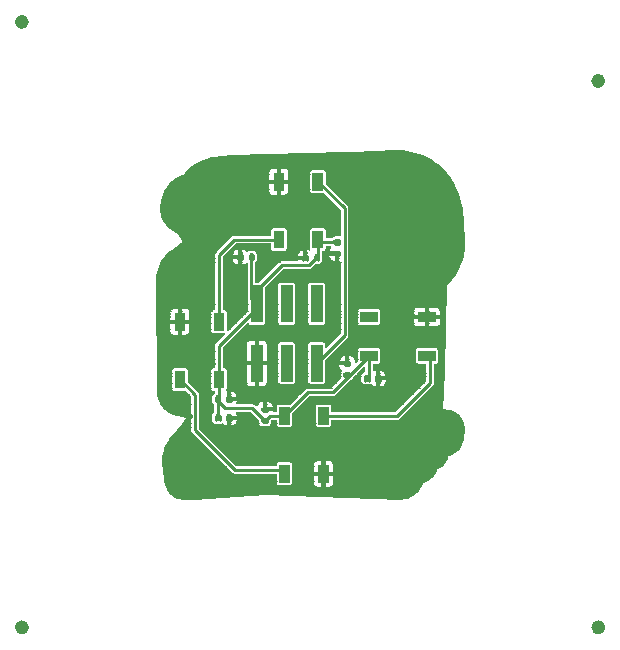
<source format=gbr>
%TF.GenerationSoftware,KiCad,Pcbnew,8.0.0*%
%TF.CreationDate,2024-03-08T11:25:02-06:00*%
%TF.ProjectId,untitled,756e7469-746c-4656-942e-6b696361645f,rev?*%
%TF.SameCoordinates,Original*%
%TF.FileFunction,Copper,L2,Bot*%
%TF.FilePolarity,Positive*%
%FSLAX46Y46*%
G04 Gerber Fmt 4.6, Leading zero omitted, Abs format (unit mm)*
G04 Created by KiCad (PCBNEW 8.0.0) date 2024-03-08 11:25:02*
%MOMM*%
%LPD*%
G01*
G04 APERTURE LIST*
%TA.AperFunction,NonConductor*%
%ADD10C,0.000000*%
%TD*%
%TA.AperFunction,NonConductor*%
%ADD11C,0.600000*%
%TD*%
%TA.AperFunction,Conductor*%
%ADD12C,0.279400*%
%TD*%
%TA.AperFunction,Conductor*%
%ADD13C,0.265250*%
%TD*%
%TA.AperFunction,Conductor*%
%ADD14C,0.040130*%
%TD*%
%TA.AperFunction,Conductor*%
%ADD15C,0.406400*%
%TD*%
%TA.AperFunction,Conductor*%
%ADD16C,0.020320*%
%TD*%
G04 APERTURE END LIST*
D10*
%TA.AperFunction,NonConductor*%
G36*
X5434360Y16951200D02*
G01*
X5434360Y14801190D01*
X4419120Y14801190D01*
X4419120Y15816430D01*
X4419120Y17966440D01*
X5434360Y17966440D01*
X5434360Y16951200D01*
G37*
%TD.AperFunction*%
%TA.AperFunction,NonConductor*%
G36*
X5434360Y11901190D02*
G01*
X5434360Y9751190D01*
X4419120Y9751190D01*
X4419120Y10766430D01*
X4419120Y12916430D01*
X5434360Y12916430D01*
X5434360Y11901190D01*
G37*
%TD.AperFunction*%
%TA.AperFunction,NonConductor*%
G36*
X7974360Y16951200D02*
G01*
X7974360Y14801190D01*
X6959120Y14801190D01*
X6959120Y15816430D01*
X6959120Y17966440D01*
X7974360Y17966440D01*
X7974360Y16951200D01*
G37*
%TD.AperFunction*%
%TA.AperFunction,NonConductor*%
G36*
X7974360Y11901190D02*
G01*
X7974360Y9751190D01*
X6959120Y9751190D01*
X6959120Y10766430D01*
X6959120Y12916430D01*
X7974360Y12916430D01*
X7974360Y11901190D01*
G37*
%TD.AperFunction*%
%TA.AperFunction,NonConductor*%
G36*
X10514360Y16951200D02*
G01*
X10514360Y14801190D01*
X9499120Y14801190D01*
X9499120Y15816430D01*
X9499120Y17966440D01*
X10514360Y17966440D01*
X10514360Y16951200D01*
G37*
%TD.AperFunction*%
%TA.AperFunction,NonConductor*%
G36*
X10514360Y11901190D02*
G01*
X10514360Y9751190D01*
X9499120Y9751190D01*
X9499120Y10766430D01*
X9499120Y12916430D01*
X10514360Y12916430D01*
X10514360Y11901190D01*
G37*
%TD.AperFunction*%
%TA.AperFunction,NonConductor*%
G36*
X12064260Y21451470D02*
G01*
X11723900Y21451470D01*
X11429260Y21451470D01*
X11429260Y21746110D01*
X11769620Y21746110D01*
X12064260Y21746110D01*
X12064260Y21451470D01*
G37*
%TD.AperFunction*%
%TA.AperFunction,NonConductor*%
G36*
X12064260Y20491480D02*
G01*
X11723900Y20491480D01*
X11429260Y20491480D01*
X11429260Y20786120D01*
X11769620Y20786120D01*
X12064260Y20786120D01*
X12064260Y20491480D01*
G37*
%TD.AperFunction*%
%TA.AperFunction,NonConductor*%
G36*
X10134090Y20301640D02*
G01*
X10134090Y19961280D01*
X9839450Y19961280D01*
X9839450Y20255920D01*
X9839450Y20596280D01*
X10134090Y20596280D01*
X10134090Y20301640D01*
G37*
%TD.AperFunction*%
%TA.AperFunction,NonConductor*%
G36*
X9174100Y20301640D02*
G01*
X9174100Y19961280D01*
X8879460Y19961280D01*
X8879460Y20255920D01*
X8879460Y20596280D01*
X9174100Y20596280D01*
X9174100Y20301640D01*
G37*
%TD.AperFunction*%
%TA.AperFunction,NonConductor*%
G36*
X12914270Y10221470D02*
G01*
X12573910Y10221470D01*
X12279270Y10221470D01*
X12279270Y10516110D01*
X12619630Y10516110D01*
X12914270Y10516110D01*
X12914270Y10221470D01*
G37*
%TD.AperFunction*%
%TA.AperFunction,NonConductor*%
G36*
X12914270Y11181460D02*
G01*
X12573910Y11181460D01*
X12279270Y11181460D01*
X12279270Y11476100D01*
X12619630Y11476100D01*
X12914270Y11476100D01*
X12914270Y11181460D01*
G37*
%TD.AperFunction*%
%TA.AperFunction,NonConductor*%
G36*
X5944290Y6341470D02*
G01*
X5603930Y6341470D01*
X5309290Y6341470D01*
X5309290Y6636110D01*
X5649650Y6636110D01*
X5944290Y6636110D01*
X5944290Y6341470D01*
G37*
%TD.AperFunction*%
%TA.AperFunction,NonConductor*%
G36*
X5944290Y7301460D02*
G01*
X5603930Y7301460D01*
X5309290Y7301460D01*
X5309290Y7596100D01*
X5649650Y7596100D01*
X5944290Y7596100D01*
X5944290Y7301460D01*
G37*
%TD.AperFunction*%
%TA.AperFunction,NonConductor*%
G36*
X14404090Y10081640D02*
G01*
X14404090Y9741280D01*
X14109450Y9741280D01*
X14109450Y10035920D01*
X14109450Y10376280D01*
X14404090Y10376280D01*
X14404090Y10081640D01*
G37*
%TD.AperFunction*%
%TA.AperFunction,NonConductor*%
G36*
X15364100Y10081640D02*
G01*
X15364100Y9741280D01*
X15069460Y9741280D01*
X15069460Y10035920D01*
X15069460Y10376280D01*
X15364100Y10376280D01*
X15364100Y10081640D01*
G37*
%TD.AperFunction*%
%TA.AperFunction,NonConductor*%
G36*
X1794100Y6761660D02*
G01*
X1794100Y6421300D01*
X1499460Y6421300D01*
X1499460Y6715940D01*
X1499460Y7056300D01*
X1794100Y7056300D01*
X1794100Y6761660D01*
G37*
%TD.AperFunction*%
%TA.AperFunction,NonConductor*%
G36*
X2754100Y6761660D02*
G01*
X2754100Y6421300D01*
X2459460Y6421300D01*
X2459460Y6715940D01*
X2459460Y7056300D01*
X2754100Y7056300D01*
X2754100Y6761660D01*
G37*
%TD.AperFunction*%
%TA.AperFunction,NonConductor*%
G36*
X4634100Y20371640D02*
G01*
X4634100Y20031280D01*
X4339460Y20031280D01*
X4339460Y20325920D01*
X4339460Y20666280D01*
X4634100Y20666280D01*
X4634100Y20371640D01*
G37*
%TD.AperFunction*%
%TA.AperFunction,NonConductor*%
G36*
X3674080Y20371640D02*
G01*
X3674080Y20031280D01*
X3379440Y20031280D01*
X3379440Y20325920D01*
X3379440Y20666280D01*
X3674080Y20666280D01*
X3674080Y20371640D01*
G37*
%TD.AperFunction*%
%TA.AperFunction,NonConductor*%
G36*
X1784100Y8321650D02*
G01*
X1784100Y7981290D01*
X1489460Y7981290D01*
X1489460Y8275930D01*
X1489460Y8616290D01*
X1784100Y8616290D01*
X1784100Y8321650D01*
G37*
%TD.AperFunction*%
%TA.AperFunction,NonConductor*%
G36*
X2744090Y8321650D02*
G01*
X2744090Y7981290D01*
X2449450Y7981290D01*
X2449450Y8275930D01*
X2449450Y8616290D01*
X2744090Y8616290D01*
X2744090Y8321650D01*
G37*
%TD.AperFunction*%
%TA.AperFunction,NonConductor*%
G36*
X10574360Y21661180D02*
G01*
X10574360Y21061180D01*
X9659120Y21061180D01*
X9659120Y21976420D01*
X9659120Y22576420D01*
X10574360Y22576420D01*
X10574360Y21661180D01*
G37*
%TD.AperFunction*%
%TA.AperFunction,NonConductor*%
G36*
X7274370Y21661180D02*
G01*
X7274370Y21061180D01*
X6359130Y21061180D01*
X6359130Y21976420D01*
X6359130Y22576420D01*
X7274370Y22576420D01*
X7274370Y21661180D01*
G37*
%TD.AperFunction*%
%TA.AperFunction,NonConductor*%
G36*
X7274370Y26561200D02*
G01*
X7274370Y25961200D01*
X6359130Y25961200D01*
X6359130Y26876440D01*
X6359130Y27476440D01*
X7274370Y27476440D01*
X7274370Y26561200D01*
G37*
%TD.AperFunction*%
%TA.AperFunction,NonConductor*%
G36*
X10574360Y26561200D02*
G01*
X10574360Y25961200D01*
X9659120Y25961200D01*
X9659120Y26876440D01*
X9659120Y27476440D01*
X10574360Y27476440D01*
X10574360Y26561200D01*
G37*
%TD.AperFunction*%
%TA.AperFunction,NonConductor*%
G36*
X15194370Y11501180D02*
G01*
X14594370Y11501180D01*
X13679130Y11501180D01*
X13679130Y12416420D01*
X14279130Y12416420D01*
X15194370Y12416420D01*
X15194370Y11501180D01*
G37*
%TD.AperFunction*%
%TA.AperFunction,NonConductor*%
G36*
X15194370Y14801200D02*
G01*
X14594370Y14801200D01*
X13679130Y14801200D01*
X13679130Y15716440D01*
X14279130Y15716440D01*
X15194370Y15716440D01*
X15194370Y14801200D01*
G37*
%TD.AperFunction*%
%TA.AperFunction,NonConductor*%
G36*
X20094360Y14801200D02*
G01*
X19494360Y14801200D01*
X18579120Y14801200D01*
X18579120Y15716440D01*
X19179120Y15716440D01*
X20094360Y15716440D01*
X20094360Y14801200D01*
G37*
%TD.AperFunction*%
%TA.AperFunction,NonConductor*%
G36*
X20094360Y11501180D02*
G01*
X19494360Y11501180D01*
X18579120Y11501180D01*
X18579120Y12416420D01*
X19179120Y12416420D01*
X20094360Y12416420D01*
X20094360Y11501180D01*
G37*
%TD.AperFunction*%
%TA.AperFunction,NonConductor*%
G36*
X7744370Y6741200D02*
G01*
X7744370Y6141200D01*
X6829130Y6141200D01*
X6829130Y7056440D01*
X6829130Y7656440D01*
X7744370Y7656440D01*
X7744370Y6741200D01*
G37*
%TD.AperFunction*%
%TA.AperFunction,NonConductor*%
G36*
X11044370Y6741200D02*
G01*
X11044370Y6141200D01*
X10129130Y6141200D01*
X10129130Y7056440D01*
X10129130Y7656440D01*
X11044370Y7656440D01*
X11044370Y6741200D01*
G37*
%TD.AperFunction*%
%TA.AperFunction,NonConductor*%
G36*
X11044370Y1841180D02*
G01*
X11044370Y1241180D01*
X10129130Y1241180D01*
X10129130Y2156420D01*
X10129130Y2756420D01*
X11044370Y2756420D01*
X11044370Y1841180D01*
G37*
%TD.AperFunction*%
%TA.AperFunction,NonConductor*%
G36*
X7744370Y1841180D02*
G01*
X7744370Y1241180D01*
X6829130Y1241180D01*
X6829130Y2156420D01*
X6829130Y2756420D01*
X7744370Y2756420D01*
X7744370Y1841180D01*
G37*
%TD.AperFunction*%
%TA.AperFunction,NonConductor*%
G36*
X2194370Y9811190D02*
G01*
X2194370Y9211190D01*
X1279130Y9211190D01*
X1279130Y10126430D01*
X1279130Y10726430D01*
X2194370Y10726430D01*
X2194370Y9811190D01*
G37*
%TD.AperFunction*%
%TA.AperFunction,NonConductor*%
G36*
X-1105620Y9811190D02*
G01*
X-1105620Y9211190D01*
X-2020860Y9211190D01*
X-2020860Y10126430D01*
X-2020860Y10726430D01*
X-1105620Y10726430D01*
X-1105620Y9811190D01*
G37*
%TD.AperFunction*%
%TA.AperFunction,NonConductor*%
G36*
X-1105620Y14711180D02*
G01*
X-1105620Y14111190D01*
X-2020860Y14111190D01*
X-2020860Y15026430D01*
X-2020860Y15626420D01*
X-1105620Y15626420D01*
X-1105620Y14711180D01*
G37*
%TD.AperFunction*%
%TA.AperFunction,NonConductor*%
G36*
X2194370Y14711180D02*
G01*
X2194370Y14111190D01*
X1279130Y14111190D01*
X1279130Y15026430D01*
X1279130Y15626420D01*
X2194370Y15626420D01*
X2194370Y14711180D01*
G37*
%TD.AperFunction*%
%TA.AperFunction,NonConductor*%
G36*
X1419830Y20671740D02*
G01*
X1425170Y20633180D01*
X1411530Y20582640D01*
X1411270Y20581040D01*
X1411330Y20285580D01*
X1399590Y20253660D01*
X1370130Y20236610D01*
X1396010Y20222390D01*
X1413260Y20181440D01*
X1411300Y20137070D01*
X1411330Y19980660D01*
X1399590Y19948700D01*
X1370130Y19931660D01*
X1396010Y19917440D01*
X1413260Y19876520D01*
X1411300Y19832120D01*
X1411330Y16433550D01*
X1399590Y16401620D01*
X1370130Y16384570D01*
X1403710Y16360880D01*
X1412750Y16329100D01*
X1411250Y16296080D01*
X1411250Y15915310D01*
X1410490Y15888790D01*
X1399340Y15864740D01*
X1384660Y15841850D01*
X1360220Y15829990D01*
X1076350Y15828420D01*
X1075940Y15826820D01*
X1075990Y15796820D01*
X1064130Y15763700D01*
X1033580Y15746250D01*
X1060680Y15732020D01*
X1077900Y15691080D01*
X1075940Y15646700D01*
X1075940Y15259610D01*
X1037590Y15258030D01*
X-724890Y15258030D01*
X-763220Y15259610D01*
X-763220Y15651450D01*
X-768760Y15689380D01*
X-760430Y15724300D01*
X-730810Y15744670D01*
X-735710Y15746250D01*
X-773050Y15748640D01*
X-799870Y15774700D01*
X-823110Y15822090D01*
X-907010Y15907410D01*
X-1010180Y15957960D01*
X-1070890Y15967460D01*
X-1387860Y15967460D01*
X-1388240Y15860010D01*
X-1387910Y15856840D01*
X-1388240Y15259610D01*
X-1426570Y15258030D01*
X-1699900Y15258030D01*
X-1738220Y15259610D01*
X-1738600Y15967460D01*
X-2055620Y15967460D01*
X-2116150Y15957960D01*
X-2219430Y15907410D01*
X-2301700Y15825240D01*
X-2316430Y15795220D01*
X-2331210Y15763290D01*
X-2362840Y15747820D01*
X-2390700Y15746250D01*
X-2395630Y15744670D01*
X-2366470Y15724960D01*
X-2357480Y15690950D01*
X-2363220Y15651450D01*
X-2363190Y15607210D01*
X-2361640Y15565120D01*
X-2374620Y15525040D01*
X-2404360Y15507670D01*
X-2405560Y15506090D01*
X-3176700Y15506090D01*
X-3178710Y15507670D01*
X-3209190Y15525930D01*
X-3219880Y15559810D01*
X-3221050Y15695680D01*
X-3209240Y15728850D01*
X-3178630Y15746250D01*
X-3180640Y15747820D01*
X-3211120Y15766080D01*
X-3221810Y15799970D01*
X-3226180Y16334000D01*
X-3215130Y16366590D01*
X-3185800Y16384570D01*
X-3216280Y16402840D01*
X-3226970Y16436700D01*
X-3243990Y18542840D01*
X-3211600Y18831380D01*
X-3149120Y19114920D01*
X-3057250Y19390360D01*
X-2936980Y19654620D01*
X-2789630Y19904810D01*
X-2756920Y19930080D01*
X-2684120Y19931660D01*
X-2713940Y19949030D01*
X-2725500Y19981550D01*
X-2713330Y20013830D01*
X-2664790Y20073870D01*
X-2655520Y20089670D01*
X-2559790Y20205010D01*
X-2553340Y20211340D01*
X-2520800Y20235040D01*
X-2423640Y20236610D01*
X-2455340Y20256350D01*
X-2464660Y20292490D01*
X-2446500Y20325080D01*
X-2377240Y20386700D01*
X-2365830Y20402500D01*
X-2180840Y20560510D01*
X-2055160Y20652160D01*
X-2046430Y20660060D01*
X-1990390Y20694800D01*
X1388470Y20694800D01*
X1419830Y20671740D01*
G37*
%TD.AperFunction*%
%TA.AperFunction,NonConductor*%
G36*
X-2373910Y15487500D02*
G01*
X-2363220Y15452370D01*
X-2363190Y15359150D01*
X-2361640Y15317060D01*
X-2374620Y15276980D01*
X-2404360Y15259610D01*
X-2374520Y15241850D01*
X-2363170Y15209040D01*
X-2363170Y15145840D01*
X-2362810Y15044720D01*
X-1738630Y15044720D01*
X-1738220Y15256460D01*
X-1699900Y15258030D01*
X-1426570Y15258030D01*
X-1388240Y15256460D01*
X-1388190Y15145840D01*
X-1387830Y15044720D01*
X-763630Y15044720D01*
X-763220Y15256460D01*
X-724890Y15258030D01*
X1037590Y15258030D01*
X1075940Y15256460D01*
X1075990Y14820370D01*
X1064230Y14788440D01*
X1034770Y14771400D01*
X1060680Y14757170D01*
X1077900Y14716230D01*
X1075940Y14671850D01*
X1075940Y14232610D01*
X1033580Y14231040D01*
X-720880Y14231040D01*
X-763220Y14232610D01*
X-763300Y14695550D01*
X-770130Y14725500D01*
X-758190Y14753820D01*
X-731930Y14769800D01*
X-1419560Y14769800D01*
X-1393320Y14753820D01*
X-1381350Y14725500D01*
X-1388190Y14695550D01*
X-1388260Y14684480D01*
X-1387930Y14681330D01*
X-1388260Y14344780D01*
X-1387930Y14341630D01*
X-1388260Y14232610D01*
X-1430580Y14231040D01*
X-1695880Y14231040D01*
X-1738200Y14232610D01*
X-1738330Y14695550D01*
X-1745160Y14725500D01*
X-1733220Y14753820D01*
X-1706960Y14769800D01*
X-2394460Y14769800D01*
X-2368250Y14753820D01*
X-2356280Y14725500D01*
X-2363110Y14695550D01*
X-2363220Y14317930D01*
X-2368450Y14259460D01*
X-2383540Y14240710D01*
X-2405560Y14231040D01*
X-3166390Y14231040D01*
X-3168400Y14232610D01*
X-3198880Y14250870D01*
X-3209570Y14284760D01*
X-3213150Y14720820D01*
X-3202100Y14753410D01*
X-3172760Y14771400D01*
X-3203780Y14790240D01*
X-3213940Y14825120D01*
X-3217090Y15209040D01*
X-3206040Y15241630D01*
X-3176700Y15259610D01*
X-3207180Y15277870D01*
X-3217880Y15311760D01*
X-3219090Y15455520D01*
X-3207310Y15488690D01*
X-3176700Y15506090D01*
X-2405560Y15506090D01*
X-2373910Y15487500D01*
G37*
%TD.AperFunction*%
%TA.AperFunction,NonConductor*%
G36*
X-2374950Y14213640D02*
G01*
X-2363170Y14180460D01*
X-2363220Y14144120D01*
X-2362890Y14140970D01*
X-2363190Y14085670D01*
X-2353280Y14017730D01*
X-2302430Y13913460D01*
X-2301190Y13911860D01*
X-2218690Y13829720D01*
X-2115310Y13779140D01*
X-2052550Y13769670D01*
X-1738630Y13769670D01*
X-1738220Y14229440D01*
X-1695880Y14231040D01*
X-1430580Y14231040D01*
X-1388240Y14229440D01*
X-1388190Y14118840D01*
X-1387830Y13769670D01*
X-1110670Y13768880D01*
X-996590Y13790500D01*
X-895220Y13847090D01*
X-865230Y13870790D01*
X-822500Y13916610D01*
X-773840Y14016150D01*
X-773300Y14017730D01*
X-772820Y14027200D01*
X-763240Y14085670D01*
X-763220Y14229440D01*
X-720880Y14231040D01*
X1033580Y14231040D01*
X1075940Y14229440D01*
X1076120Y13911860D01*
X1076880Y13907920D01*
X2091660Y13907920D01*
X2091660Y13908710D01*
X2091990Y13908910D01*
X2196160Y13907140D01*
X2219100Y13894660D01*
X2232660Y13872360D01*
X2240460Y13849120D01*
X2236370Y13824970D01*
X2225070Y13798120D01*
X2165600Y13733320D01*
X2160170Y13728600D01*
X1476630Y13046020D01*
X1433650Y12971780D01*
X1411480Y12889610D01*
X1411350Y12433000D01*
X1399590Y12401070D01*
X1370130Y12384000D01*
X1396010Y12369800D01*
X1413260Y12328860D01*
X1411300Y12284460D01*
X1411330Y11780440D01*
X1399590Y11748520D01*
X1370130Y11731470D01*
X1396010Y11717250D01*
X1413260Y11676300D01*
X1411300Y11631930D01*
X1411330Y11383870D01*
X1399460Y11350750D01*
X1368930Y11333300D01*
X1403710Y11309600D01*
X1412620Y11278620D01*
X1411250Y11246410D01*
X1411250Y11015730D01*
X1407460Y10984130D01*
X1396110Y10957260D01*
X1381350Y10939600D01*
X1360220Y10930410D01*
X1076630Y10928830D01*
X1075940Y10924080D01*
X1075940Y9694850D01*
X1065170Y9659770D01*
X1033580Y9641130D01*
X1060680Y9626900D01*
X1077900Y9585960D01*
X1075940Y9541590D01*
X1075990Y9328280D01*
X1064230Y9296350D01*
X1034770Y9279310D01*
X1060680Y9265080D01*
X1077900Y9224140D01*
X1075940Y9179760D01*
X1075940Y9013880D01*
X1076580Y9009130D01*
X1359540Y9007550D01*
X1385750Y8996480D01*
X1412540Y8944360D01*
X1416910Y8885890D01*
X1409800Y8842600D01*
X1372510Y8819520D01*
X1265560Y8817940D01*
X1208660Y8797490D01*
X1167540Y8753170D01*
X1165480Y8750000D01*
X1143330Y8721980D01*
X1108230Y8715250D01*
X1135960Y8697440D01*
X1146610Y8666280D01*
X1147320Y7901560D01*
X1137260Y7871710D01*
X1111350Y7853810D01*
X1152530Y7849410D01*
X1184050Y7822540D01*
X1227180Y7791200D01*
X1278920Y7778320D01*
X1310440Y7763990D01*
X1326770Y7733490D01*
X1321280Y7699300D01*
X1321280Y7335900D01*
X1325250Y7296180D01*
X1301290Y7264220D01*
X1262020Y7256910D01*
X1254050Y7253760D01*
X1214070Y7235570D01*
X1184380Y7203190D01*
X1162660Y7163920D01*
X1156610Y7119440D01*
X1156610Y6370520D01*
X1145490Y6339360D01*
X1117350Y6321930D01*
X1154380Y6315250D01*
X1177040Y6285200D01*
X1183390Y6277310D01*
X1211810Y6244590D01*
X1251280Y6226760D01*
X1257960Y6223580D01*
X1281810Y6218860D01*
X1995090Y6218860D01*
X2070840Y6236230D01*
X2094810Y6233870D01*
X2114800Y6220430D01*
X2196290Y6160390D01*
X2203170Y6154060D01*
X2226410Y6136690D01*
X2304210Y6102120D01*
X2387140Y6082970D01*
X2420950Y6055460D01*
X2420570Y6011900D01*
X2386250Y5985000D01*
X6155390Y5985000D01*
X6127040Y6002630D01*
X6115960Y6034100D01*
X6127090Y6065600D01*
X6142940Y6106670D01*
X6145630Y6116140D01*
X6147490Y6522210D01*
X6148600Y6523790D01*
X6169710Y6559470D01*
X6209490Y6571180D01*
X6213500Y6572760D01*
X6559980Y6572760D01*
X6574840Y6568030D01*
X6612100Y6551190D01*
X6626000Y6512740D01*
X6625950Y6037150D01*
X6615180Y6002100D01*
X6583580Y5983430D01*
X6612050Y5968390D01*
X6625620Y5939180D01*
X7947890Y5939180D01*
X7961450Y5968370D01*
X7989930Y5983430D01*
X9883570Y5983430D01*
X9909710Y5970630D01*
X9924440Y5945510D01*
X9925610Y5939180D01*
X11247880Y5939180D01*
X11261450Y5968390D01*
X11289920Y5983430D01*
X11259360Y6000880D01*
X11247500Y6034000D01*
X11247550Y6218860D01*
X11244350Y6256350D01*
X11252500Y6293100D01*
X11267210Y6311670D01*
X11288730Y6321550D01*
X11258250Y6339810D01*
X11247550Y6373700D01*
X11247550Y6485860D01*
X11243080Y6521600D01*
X11261220Y6552720D01*
X11294490Y6566460D01*
X11300330Y6569610D01*
X11309500Y6572760D01*
X16875000Y6574360D01*
X16951730Y6594880D01*
X16955540Y6596460D01*
X17027450Y6639130D01*
X18225190Y7835190D01*
X18235240Y7843090D01*
X18241090Y7846240D01*
X18254270Y7850990D01*
X18353020Y7852560D01*
X18322340Y7871100D01*
X18311950Y7905420D01*
X18327140Y7937880D01*
X19084520Y8694700D01*
X19115130Y8715250D01*
X19218050Y8716820D01*
X19189170Y8733210D01*
X19176870Y8764070D01*
X19186630Y8795820D01*
X19658180Y9268260D01*
X19662620Y9271410D01*
X19668460Y9274560D01*
X19677630Y9277730D01*
X19780550Y9279310D01*
X19749870Y9297820D01*
X19739410Y9332110D01*
X19754470Y9364620D01*
X19896660Y9506840D01*
X19897830Y9508410D01*
X19939760Y9581080D01*
X19946540Y9613770D01*
X19970520Y9636990D01*
X20003410Y9642700D01*
X19973950Y9659750D01*
X19962220Y9691700D01*
X19962240Y10184640D01*
X19960290Y10229040D01*
X19977530Y10269960D01*
X20003410Y10284180D01*
X19972960Y10302440D01*
X19962270Y10336330D01*
X19962220Y10426400D01*
X19973570Y10459210D01*
X20003410Y10476940D01*
X19973980Y10493980D01*
X19962220Y10525940D01*
X19962290Y11211640D01*
X19974610Y11263780D01*
X19988250Y11285070D01*
X20010530Y11296980D01*
X20067930Y11298940D01*
X20068570Y11298560D01*
X20068570Y11297770D01*
X20297470Y11297770D01*
X20297470Y11298560D01*
X20301790Y11303280D01*
X20317000Y11323190D01*
X20339910Y11333300D01*
X20430770Y11333300D01*
X20461380Y11315930D01*
X20473160Y11282760D01*
X20463080Y10783470D01*
X20447200Y10519610D01*
X20432850Y10489920D01*
X20403260Y10475370D01*
X20430970Y10457560D01*
X20441640Y10426400D01*
X20435850Y10328430D01*
X20421880Y10297720D01*
X20391730Y10282610D01*
X20411190Y10273130D01*
X20425110Y10255760D01*
X20430110Y10233630D01*
X20397390Y9686950D01*
X20381930Y9655000D01*
X20349240Y9641130D01*
X20372710Y9630080D01*
X20386620Y9612680D01*
X20391650Y9590560D01*
X20375680Y9323550D01*
X20374640Y9317230D01*
X20359370Y9290630D01*
X20331560Y9277730D01*
X20351010Y9268260D01*
X20364930Y9250860D01*
X20369940Y9228760D01*
X20342000Y8761070D01*
X20328030Y8730360D01*
X20297880Y8715250D01*
X20317330Y8705770D01*
X20331250Y8688400D01*
X20336260Y8666280D01*
X20290030Y7895230D01*
X20274150Y7864320D01*
X20242050Y7850990D01*
X20272680Y7833590D01*
X20284470Y7800420D01*
X20256960Y7339080D01*
X20268390Y7258990D01*
X20311470Y7190540D01*
X20367240Y7148220D01*
X20434050Y7127340D01*
X20831150Y7079950D01*
X21215680Y6981980D01*
X21476490Y6871390D01*
X21654670Y6759220D01*
X21766150Y6664400D01*
X21775500Y6653350D01*
X21789110Y6640700D01*
X21812780Y6613860D01*
X21923380Y6459020D01*
X21947070Y6416340D01*
X21966990Y6381450D01*
X21956980Y6342530D01*
X21922710Y6321550D01*
X21968050Y6319980D01*
X21997370Y6301920D01*
X22008620Y6269410D01*
X22013620Y6258360D01*
X22062620Y6040300D01*
X22053190Y6004530D01*
X22021770Y5985000D01*
X22058170Y5976490D01*
X22080500Y5946500D01*
X22078210Y5909160D01*
X22081310Y5890210D01*
X22089670Y5676900D01*
X22055580Y5152340D01*
X22019290Y4940630D01*
X21936410Y4668880D01*
X21847380Y4486200D01*
X21726550Y4322800D01*
X21577940Y4184220D01*
X21406540Y4075020D01*
X21218120Y3998950D01*
X21020710Y3945230D01*
X21000210Y3942080D01*
X20900490Y3921350D01*
X20815880Y3864640D01*
X20779540Y3810910D01*
X20764830Y3747720D01*
X20688550Y3457020D01*
X20622900Y3297430D01*
X20489550Y3087290D01*
X20418880Y3006700D01*
X20257140Y2870840D01*
X20043290Y2760220D01*
X20036180Y2757070D01*
X20021350Y2752320D01*
X19937300Y2718770D01*
X19872150Y2655950D01*
X19843420Y2636980D01*
X11427920Y2636980D01*
X11398480Y2654020D01*
X11386720Y2685970D01*
X11386740Y2782340D01*
X11377040Y2848710D01*
X11376660Y2850290D01*
X11353520Y2897680D01*
X11349580Y2904010D01*
X11325780Y2954580D01*
X11241410Y3038300D01*
X11137390Y3088870D01*
X11073160Y3098340D01*
X10762180Y3098340D01*
X10761780Y2749170D01*
X10762110Y2746020D01*
X10761780Y2638580D01*
X10720630Y2636980D01*
X10452910Y2636980D01*
X10411760Y2638580D01*
X10411360Y3098340D01*
X10136810Y3099130D01*
X10021900Y3077390D01*
X9919510Y3020920D01*
X9896250Y3003550D01*
X9847810Y2954580D01*
X9796830Y2850290D01*
X9796400Y2840810D01*
X9786800Y2782340D01*
X9786770Y2749170D01*
X9787100Y2746020D01*
X9786770Y2638580D01*
X9745620Y2636980D01*
X7988730Y2636980D01*
X7947560Y2638580D01*
X7947560Y2959300D01*
X6625950Y2959300D01*
X6625950Y2730200D01*
X6630490Y2696410D01*
X6613880Y2666640D01*
X6582740Y2652780D01*
X6567600Y2646480D01*
X6561250Y2644880D01*
X3263240Y2644880D01*
X3256860Y2646480D01*
X3225900Y2659100D01*
X3194460Y2681220D01*
X2838420Y3036720D01*
X2836040Y3039900D01*
X2181760Y3692420D01*
X88270Y5785920D01*
X70130Y5811220D01*
X58340Y5839640D01*
X52320Y5869660D01*
X52250Y5932860D01*
X64060Y5966030D01*
X94670Y5983430D01*
X72620Y5993100D01*
X57530Y6011880D01*
X52300Y6070320D01*
X51970Y6231480D01*
X52300Y6234660D01*
X52250Y6270980D01*
X63600Y6303800D01*
X93450Y6321550D01*
X68170Y6334180D01*
X50190Y6375810D01*
X52270Y6421090D01*
X52220Y7800420D01*
X64010Y7833590D01*
X94620Y7850990D01*
X93420Y7852560D01*
X63680Y7869940D01*
X50700Y7910020D01*
X52250Y7952110D01*
X52270Y8678900D01*
X66340Y8702450D01*
X90600Y8715250D01*
X49730Y8733710D01*
X37520Y8776870D01*
X30530Y8800570D01*
X30000Y8803720D01*
X29540Y8805320D01*
X-12340Y8877990D01*
X-79480Y8944360D01*
X-83110Y8949080D01*
X-326010Y9192410D01*
X-341550Y9224010D01*
X-332490Y9258020D01*
X-303300Y9277730D01*
X-401020Y9279310D01*
X-433880Y9299850D01*
X-685170Y9551060D01*
X-704490Y9584160D01*
X-695050Y9621290D01*
X-662250Y9641130D01*
X-763570Y9642700D01*
X-791030Y9656930D01*
X-824410Y9688530D01*
X-832130Y9698000D01*
X-885900Y9751720D01*
X-899820Y9778590D01*
X-902440Y9784920D01*
X-902770Y9819670D01*
X-902440Y9822820D01*
X-902440Y10924080D01*
X-903120Y10928830D01*
X-2223360Y10928830D01*
X-2224050Y10924080D01*
X-2224000Y10525940D01*
X-2235760Y10493980D01*
X-2265200Y10476940D01*
X-2235350Y10459210D01*
X-2224000Y10426400D01*
X-2224050Y10336330D01*
X-2234740Y10302440D01*
X-2265200Y10284180D01*
X-2239310Y10269960D01*
X-2222090Y10229040D01*
X-2224050Y10184640D01*
X-2224000Y9691700D01*
X-2235860Y9658580D01*
X-2266420Y9641130D01*
X-2239310Y9626900D01*
X-2222090Y9585960D01*
X-2224050Y9541590D01*
X-2224000Y9328280D01*
X-2235760Y9296350D01*
X-2265200Y9279310D01*
X-2239310Y9265080D01*
X-2222090Y9224140D01*
X-2224050Y9179760D01*
X-2224050Y9013880D01*
X-2223440Y9009130D01*
X-1081100Y9007550D01*
X-1053970Y8998590D01*
X-1033040Y8979100D01*
X-855520Y8800570D01*
X-841810Y8768210D01*
X-852750Y8734780D01*
X-882980Y8716820D01*
X-780030Y8715250D01*
X-770860Y8712100D01*
X-765020Y8708920D01*
X-633550Y8579360D01*
X-607700Y8535140D01*
X-598730Y8494040D01*
X-598700Y7901560D01*
X-610570Y7868440D01*
X-641100Y7850990D01*
X-614020Y7836760D01*
X-596770Y7795820D01*
X-598730Y7751450D01*
X-598700Y7185810D01*
X-610920Y7153300D01*
X-641250Y7136430D01*
X-675310Y7143140D01*
X-720880Y7168440D01*
X-739550Y7174740D01*
X-826240Y7192750D01*
X-914370Y7184240D01*
X-1090240Y7188050D01*
X-1264620Y7211310D01*
X-1435300Y7253760D01*
X-1828670Y7348550D01*
X-2002310Y7410350D01*
X-2171070Y7484440D01*
X-2192020Y7493910D01*
X-2199440Y7498640D01*
X-2400880Y7617030D01*
X-2586200Y7759340D01*
X-2606930Y7792210D01*
X-2598450Y7830110D01*
X-2565680Y7850990D01*
X-2672180Y7852560D01*
X-2681660Y7855740D01*
X-2687570Y7858890D01*
X-2841750Y8042780D01*
X-2968830Y8246340D01*
X-3066340Y8465620D01*
X-3074040Y8484570D01*
X-3117850Y8634680D01*
X-3127020Y8666940D01*
X-3114600Y8698100D01*
X-3085740Y8715250D01*
X-3121860Y8720810D01*
X-3146040Y8748220D01*
X-3147030Y8784770D01*
X-3149930Y8795820D01*
X-3166570Y8956980D01*
X-3168780Y9228760D01*
X-3157700Y9261320D01*
X-3128370Y9279310D01*
X-3158850Y9297570D01*
X-3169540Y9331450D01*
X-3171700Y9590560D01*
X-3159910Y9623730D01*
X-3129310Y9641130D01*
X-3131310Y9642700D01*
X-3161790Y9660970D01*
X-3172490Y9694850D01*
X-3176880Y10233630D01*
X-3165830Y10266200D01*
X-3136490Y10284180D01*
X-3166970Y10302440D01*
X-3177670Y10336330D01*
X-3178450Y10426400D01*
X-3162990Y10455450D01*
X-3138040Y10476940D01*
X-3168520Y10495200D01*
X-3179220Y10529090D01*
X-3185390Y11282760D01*
X-3173580Y11315900D01*
X-3142970Y11333300D01*
X-3144980Y11334880D01*
X-3175460Y11353140D01*
X-3186150Y11387020D01*
X-3188590Y11680900D01*
X-3177510Y11713490D01*
X-3148200Y11731470D01*
X-3178660Y11749740D01*
X-3189350Y11783620D01*
X-3193870Y12333450D01*
X-3182800Y12366020D01*
X-3153460Y12384000D01*
X-3183940Y12402260D01*
X-3194630Y12436140D01*
X-3208810Y14180460D01*
X-3197000Y14213640D01*
X-3166390Y14231040D01*
X-2405560Y14231040D01*
X-2374950Y14213640D01*
G37*
%TD.AperFunction*%
%TA.AperFunction,NonConductor*%
G36*
X-614530Y6547540D02*
G01*
X-598680Y6509560D01*
X-598730Y6373700D01*
X-609420Y6339810D01*
X-639880Y6321550D01*
X-613990Y6307330D01*
X-596750Y6266380D01*
X-598700Y6222010D01*
X-598680Y6034000D01*
X-610540Y6000880D01*
X-641070Y5983430D01*
X-610460Y5966050D01*
X-598680Y5932860D01*
X-598580Y5645300D01*
X-576550Y5563160D01*
X-533650Y5488890D01*
X2235890Y2719150D01*
X2248200Y2686940D01*
X2236750Y2654400D01*
X2207010Y2636980D01*
X2310030Y2635400D01*
X2319200Y2632250D01*
X2325040Y2629080D01*
X2898060Y2058700D01*
X2970150Y2016050D01*
X3051400Y1993930D01*
X3051400Y1993140D01*
X6519670Y1993140D01*
X6519670Y1993930D01*
X6520510Y1994460D01*
X6564000Y1992350D01*
X6573160Y1989180D01*
X6583400Y1984450D01*
X6614920Y1970130D01*
X6631330Y1939650D01*
X6625950Y1905460D01*
X6625950Y1414070D01*
X6615250Y1380190D01*
X6584800Y1361920D01*
X6615000Y1342970D01*
X6626000Y1311380D01*
X6625950Y1039600D01*
X6627520Y1038020D01*
X7945980Y1038020D01*
X7947560Y1039600D01*
X7947560Y1358770D01*
X7985910Y1360350D01*
X7988730Y1361920D01*
X9745620Y1361920D01*
X9748440Y1360350D01*
X9786770Y1358770D01*
X9786770Y1273450D01*
X9787100Y1270280D01*
X9786850Y1214980D01*
X9796980Y1147040D01*
X9847880Y1042770D01*
X9930100Y960600D01*
X9932640Y959030D01*
X10033000Y910060D01*
X10037830Y908460D01*
X10102090Y898980D01*
X10410040Y898980D01*
X10411380Y900560D01*
X10411790Y1273450D01*
X10410320Y1306450D01*
X10419360Y1338220D01*
X10452940Y1361920D01*
X10720600Y1361920D01*
X10750450Y1344190D01*
X10761830Y1311380D01*
X10761780Y1273450D01*
X10762110Y1270280D01*
X10761800Y1000100D01*
X10762160Y900560D01*
X10763500Y898980D01*
X11071500Y898980D01*
X11135560Y908460D01*
X11147880Y913210D01*
X11160200Y919530D01*
X11254770Y976400D01*
X11303640Y1020370D01*
X11341050Y1074370D01*
X11376610Y1147040D01*
X11386720Y1214980D01*
X11386790Y1273450D01*
X11385320Y1306450D01*
X11394360Y1338220D01*
X11427920Y1361920D01*
X18567040Y1361920D01*
X18536620Y1357480D01*
X18562930Y1330270D01*
X18562730Y1292400D01*
X18507990Y1166010D01*
X18408040Y984300D01*
X18305270Y834210D01*
X18150210Y665150D01*
X18083100Y605100D01*
X18073800Y598780D01*
X17918380Y489610D01*
X17749770Y402180D01*
X17570980Y338100D01*
X17562350Y334920D01*
X17260770Y268580D01*
X17101360Y251970D01*
X5645610Y685770D01*
X-359180Y183240D01*
X-1094870Y183240D01*
X-1373940Y218010D01*
X-1548360Y257510D01*
X-1722530Y313610D01*
X-1886560Y394670D01*
X-2036950Y498880D01*
X-2170400Y624080D01*
X-2278460Y775740D01*
X-2331090Y873710D01*
X-2392550Y1006420D01*
X-2490470Y1300300D01*
X-2484300Y1337970D01*
X-2453390Y1360350D01*
X-2482770Y1361920D01*
X-2508400Y1374900D01*
X-2522680Y1399840D01*
X-2551760Y1543630D01*
X-2652040Y2584860D01*
X-2641880Y2616990D01*
X-2613690Y2635400D01*
X-2646150Y2649400D01*
X-2661460Y2681220D01*
X-2688560Y2962480D01*
X-2694760Y3251230D01*
X-2667840Y3538800D01*
X-2608150Y3821430D01*
X-2516510Y4095320D01*
X-2513480Y4104820D01*
X-2362020Y4431870D01*
X-2307160Y4532990D01*
X-2184430Y4742380D01*
X-2042670Y4939390D01*
X-1883180Y5122320D01*
X-1142110Y5861760D01*
X-1107410Y5906010D01*
X-1096820Y5923380D01*
X-1091770Y5929710D01*
X-1070970Y5963390D01*
X-1036850Y5983430D01*
X-971930Y5985000D01*
X-1003830Y6004380D01*
X-1013940Y6040320D01*
X-996820Y6073500D01*
X-849710Y6296280D01*
X-817980Y6319980D01*
X-749100Y6321550D01*
X-777600Y6337400D01*
X-790350Y6367450D01*
X-781940Y6398970D01*
X-689030Y6539590D01*
X-653590Y6560520D01*
X-614530Y6547540D01*
G37*
%TD.AperFunction*%
%TA.AperFunction,NonConductor*%
G36*
X4076780Y12382420D02*
G01*
X4076830Y11619280D01*
X4077160Y11510260D01*
X4751400Y11510260D01*
X4751780Y12382420D01*
X4792930Y12384000D01*
X5060620Y12384000D01*
X5101770Y12382420D01*
X5101820Y11619280D01*
X5102150Y11510260D01*
X5776390Y11510260D01*
X5776770Y12382420D01*
X5817920Y12384000D01*
X6714770Y12384000D01*
X6755920Y12382420D01*
X6755920Y11334880D01*
X6713580Y11333300D01*
X6755920Y11331730D01*
X6755920Y10478520D01*
X6714770Y10476940D01*
X5817920Y10476940D01*
X5776770Y10478520D01*
X5775830Y11157920D01*
X5102710Y11157920D01*
X5101740Y10589130D01*
X5102070Y10585960D01*
X5101740Y10478520D01*
X5060590Y10476940D01*
X5101740Y10475370D01*
X5101770Y9642700D01*
X5059430Y9641130D01*
X4794120Y9641130D01*
X4751780Y9642700D01*
X4751810Y10475370D01*
X4792950Y10476940D01*
X4751810Y10478520D01*
X4750870Y11157920D01*
X4077690Y11157920D01*
X4077510Y11156340D01*
X4076750Y10589130D01*
X4077080Y10585960D01*
X4076750Y10478520D01*
X4035600Y10476940D01*
X2438730Y10476940D01*
X2397560Y10478520D01*
X2397560Y10924080D01*
X2396850Y10928830D01*
X2113230Y10930410D01*
X2083510Y10947780D01*
X2067590Y10980120D01*
X2062300Y11015730D01*
X2061950Y11243260D01*
X2062280Y11246410D01*
X2062280Y11331730D01*
X2104620Y11333300D01*
X2062280Y11334880D01*
X2061950Y11443920D01*
X2062280Y11447070D01*
X2061950Y11641400D01*
X2062280Y11644580D01*
X2062280Y12382420D01*
X2103420Y12384000D01*
X4035630Y12384000D01*
X4076780Y12382420D01*
G37*
%TD.AperFunction*%
%TA.AperFunction,NonConductor*%
G36*
X4196870Y14768040D02*
G01*
X4215970Y14728720D01*
X4215920Y14598370D01*
X5637560Y14598370D01*
X5637560Y14599160D01*
X12056310Y14599160D01*
X12056310Y14281580D01*
X12044450Y14248490D01*
X12013920Y14231040D01*
X12048690Y14207340D01*
X12057610Y14176350D01*
X12056240Y14144120D01*
X12056240Y13886590D01*
X12044350Y13845510D01*
X12026700Y13813920D01*
X10841610Y12628910D01*
X10831090Y12621010D01*
X10807070Y12609960D01*
X10781330Y12602850D01*
X10755630Y12609960D01*
X10728120Y12627860D01*
X10717500Y12658930D01*
X10717230Y12755300D01*
X10717560Y12758470D01*
X10717560Y13117120D01*
X10717230Y13118720D01*
X9296250Y13118720D01*
X9295920Y13117120D01*
X9295920Y9642700D01*
X9253580Y9641130D01*
X8219900Y9641130D01*
X8177560Y9642700D01*
X8177560Y13117120D01*
X8177230Y13118720D01*
X6756250Y13118720D01*
X6755920Y13117120D01*
X6755920Y12385600D01*
X6714770Y12384000D01*
X5817920Y12384000D01*
X5776770Y12385600D01*
X5776770Y12940160D01*
X5767530Y13009650D01*
X5740780Y13074470D01*
X5701030Y13134520D01*
X5646010Y13188240D01*
X5632350Y13197710D01*
X5529200Y13248260D01*
X5467220Y13257760D01*
X5102150Y13257760D01*
X5101770Y12496190D01*
X5102100Y12493020D01*
X5101770Y12385600D01*
X5060620Y12384000D01*
X4792930Y12384000D01*
X4751780Y12385600D01*
X4751400Y13257760D01*
X4365370Y13256160D01*
X4304920Y13241960D01*
X4263190Y13224560D01*
X4201160Y13183490D01*
X4155290Y13138990D01*
X4122850Y13083950D01*
X4086730Y13009680D01*
X4076950Y12943330D01*
X4076780Y12469320D01*
X4071540Y12410870D01*
X4056760Y12393190D01*
X4035630Y12384000D01*
X2103420Y12384000D01*
X2082320Y12393190D01*
X2067530Y12410870D01*
X2062300Y12469320D01*
X2062300Y12666830D01*
X2063220Y12695050D01*
X2078200Y12718970D01*
X2094760Y12744250D01*
X3566720Y14215240D01*
X3595750Y14231040D01*
X3694510Y14232610D01*
X3661970Y14253820D01*
X3654090Y14291870D01*
X3675560Y14324250D01*
X3756280Y14406400D01*
X3764030Y14412720D01*
X4106880Y14755600D01*
X4129680Y14769800D01*
X4154250Y14777720D01*
X4196870Y14768040D01*
G37*
%TD.AperFunction*%
%TA.AperFunction,NonConductor*%
G36*
X12771780Y11729900D02*
G01*
X12771780Y11334880D01*
X12729410Y11333300D01*
X12760810Y11314350D01*
X12772900Y11278180D01*
X12771760Y11240080D01*
X12764360Y11210060D01*
X12757200Y11192690D01*
X12731170Y11167410D01*
X12703070Y11156340D01*
X12696720Y11154770D01*
X11938360Y11153190D01*
X11937540Y11151620D01*
X11936830Y11142120D01*
X11943080Y11083670D01*
X11991900Y10952530D01*
X11992790Y10950960D01*
X12055550Y10868790D01*
X12075520Y10840340D01*
X12093880Y10812200D01*
X12090700Y10778720D01*
X12076130Y10713950D01*
X12076070Y10059820D01*
X12071580Y10058250D01*
X12061800Y10044020D01*
X11674420Y9656930D01*
X11663860Y9649030D01*
X11657630Y9645880D01*
X11653370Y9644280D01*
X11647020Y9642700D01*
X11545800Y9641130D01*
X11578340Y9621160D01*
X11587730Y9584160D01*
X11568710Y9551060D01*
X11314250Y9296680D01*
X11284510Y9279310D01*
X9111620Y9277730D01*
X9144580Y9251720D01*
X9146160Y9209790D01*
X9125660Y9183930D01*
X9096400Y9168710D01*
X8811590Y8882740D01*
X8805700Y8877990D01*
X8657260Y8729470D01*
X8632010Y8716820D01*
X8534860Y8715250D01*
X8537170Y8713670D01*
X3228190Y8713670D01*
X3185390Y8713980D01*
X3148560Y8735800D01*
X3088670Y8816370D01*
X3075790Y8825840D01*
X3068830Y8832160D01*
X3001700Y8881140D01*
X2994740Y8887460D01*
X2958720Y8911160D01*
X2945770Y8915910D01*
X2862070Y8948700D01*
X2772560Y8956980D01*
X2771780Y8829010D01*
X2772110Y8825840D01*
X2771780Y8718400D01*
X2730630Y8716820D01*
X2462910Y8716820D01*
X2421760Y8718400D01*
X2421430Y8825840D01*
X2421760Y8829010D01*
X2421180Y8956980D01*
X2418440Y8961730D01*
X2401040Y8983240D01*
X2397560Y9010700D01*
X2397560Y9225580D01*
X2407840Y9260330D01*
X2438730Y9279310D01*
X2408990Y9296680D01*
X2395980Y9336760D01*
X2397560Y9378850D01*
X2397560Y9587410D01*
X2408250Y9622540D01*
X2439920Y9641130D01*
X2438730Y9642700D01*
X2408990Y9660080D01*
X2395980Y9700160D01*
X2397560Y9742250D01*
X2397560Y10282610D01*
X2438730Y10284180D01*
X2409270Y10301220D01*
X2397510Y10333180D01*
X2397560Y10423220D01*
X2407840Y10457970D01*
X2438730Y10476940D01*
X4035600Y10476940D01*
X4066490Y10457970D01*
X4076780Y10423220D01*
X4076830Y10333180D01*
X4065070Y10301220D01*
X4035630Y10284180D01*
X4076780Y10282610D01*
X4076880Y9724870D01*
X4085670Y9690860D01*
X4071320Y9658810D01*
X4040100Y9642700D01*
X4071110Y9641130D01*
X4100140Y9625560D01*
X4116320Y9596880D01*
X4120160Y9590560D01*
X4138040Y9552640D01*
X4188590Y9502090D01*
X4196380Y9495760D01*
X4220590Y9470490D01*
X4323050Y9419920D01*
X4328570Y9418350D01*
X4397500Y9408870D01*
X4750940Y9408870D01*
X4751400Y9410450D01*
X4751780Y9639550D01*
X4794120Y9641130D01*
X5059430Y9641130D01*
X5101770Y9639550D01*
X5101820Y9528940D01*
X5102150Y9410450D01*
X5102610Y9408870D01*
X5456070Y9408870D01*
X5525440Y9418350D01*
X5530370Y9419920D01*
X5633090Y9470490D01*
X5715530Y9552640D01*
X5737230Y9596880D01*
X5759780Y9635670D01*
X5783880Y9641130D01*
X6713580Y9641130D01*
X6742050Y9626090D01*
X6755610Y9596880D01*
X6755920Y9549490D01*
X8177560Y9549490D01*
X8175570Y9586950D01*
X8188500Y9622160D01*
X8219900Y9641130D01*
X9253580Y9641130D01*
X9284970Y9622160D01*
X9297900Y9586950D01*
X9295920Y9549490D01*
X10717560Y9549490D01*
X10717500Y9590560D01*
X10729290Y9623730D01*
X10759900Y9641130D01*
X10758700Y9642700D01*
X10728960Y9660080D01*
X10715830Y9700130D01*
X10717530Y9742250D01*
X10717560Y11279580D01*
X10728250Y11314710D01*
X10759900Y11333300D01*
X10717560Y11334880D01*
X10717280Y11513440D01*
X11936780Y11513440D01*
X11937160Y11505540D01*
X11938380Y11503940D01*
X12420170Y11503940D01*
X12421390Y11505540D01*
X12421770Y11729900D01*
X12462920Y11731470D01*
X12730630Y11731470D01*
X12771780Y11729900D01*
G37*
%TD.AperFunction*%
%TA.AperFunction,NonConductor*%
G36*
X2760470Y8699070D02*
G01*
X2771830Y8666280D01*
X2771780Y8629930D01*
X2772110Y8626780D01*
X2771800Y8574630D01*
X2772160Y8475090D01*
X3226360Y8475090D01*
X3221480Y8562620D01*
X3198880Y8647300D01*
X3199310Y8686770D01*
X3228190Y8713670D01*
X8537170Y8713670D01*
X8564520Y8694950D01*
X8573030Y8660030D01*
X8556020Y8628350D01*
X7808950Y7881010D01*
X7774100Y7858400D01*
X7732570Y7858890D01*
X6601640Y7858890D01*
X6595410Y7855740D01*
X6584800Y7852560D01*
X6583580Y7850990D01*
X6610680Y7836760D01*
X6627720Y7796610D01*
X6625950Y7753020D01*
X6625970Y7634530D01*
X6286780Y7634530D01*
X6280300Y7694570D01*
X6247690Y7781470D01*
X6244740Y7811360D01*
X6259300Y7837650D01*
X6286250Y7850990D01*
X6275350Y7850990D01*
X6275350Y7850200D01*
X6250280Y7850200D01*
X6250280Y7850990D01*
X6228330Y7852560D01*
X6193660Y7876260D01*
X6185030Y7887340D01*
X6142890Y7942530D01*
X6090770Y7988450D01*
X6079820Y7994780D01*
X6071030Y8001080D01*
X5986150Y8046900D01*
X5895720Y8070290D01*
X5802580Y8076920D01*
X5801770Y7964750D01*
X5802100Y7961580D01*
X5801770Y7852560D01*
X5759420Y7850990D01*
X5494120Y7850990D01*
X5451780Y7852560D01*
X5451450Y7961580D01*
X5451780Y7964750D01*
X5450990Y8076920D01*
X5350660Y8072450D01*
X5255060Y8041720D01*
X5170930Y7986880D01*
X5117800Y7945780D01*
X5081910Y7904710D01*
X5056350Y7871540D01*
X5025060Y7852560D01*
X5003140Y7850990D01*
X5003140Y7850200D01*
X4978040Y7850200D01*
X4978040Y7850990D01*
X4967330Y7850990D01*
X4994280Y7837650D01*
X5008830Y7811360D01*
X5005880Y7781470D01*
X4989170Y7737220D01*
X4965240Y7705620D01*
X4938900Y7686520D01*
X4896360Y7685660D01*
X4858790Y7705620D01*
X4798160Y7765670D01*
X4783400Y7798970D01*
X4794680Y7833590D01*
X4826230Y7851780D01*
X4685160Y7851780D01*
X4685160Y7850990D01*
X4634280Y7857310D01*
X4610790Y7863640D01*
X4610790Y7864420D01*
X3317440Y7864420D01*
X3317440Y7863640D01*
X3314930Y7862850D01*
X3268780Y7865210D01*
X3262400Y7866790D01*
X3242840Y7874690D01*
X3215010Y7892060D01*
X3191790Y7937800D01*
X3206720Y7986880D01*
X3209420Y7996350D01*
X3220340Y8023200D01*
X3225950Y8122740D01*
X2496870Y8124320D01*
X2490500Y8125920D01*
X2464230Y8136970D01*
X2436160Y8163840D01*
X2421050Y8220710D01*
X2421430Y8626780D01*
X2421790Y8629930D01*
X2421710Y8666280D01*
X2433070Y8699070D01*
X2462910Y8716820D01*
X2730630Y8716820D01*
X2760470Y8699070D01*
G37*
%TD.AperFunction*%
%TA.AperFunction,NonConductor*%
G36*
X3230450Y6320760D02*
G01*
X5066670Y6320760D01*
X5086450Y6311670D01*
X5101130Y6293100D01*
X5109310Y6256350D01*
X5106110Y6218860D01*
X5106090Y6143020D01*
X5112330Y6097190D01*
X5119650Y6078220D01*
X5126480Y6065600D01*
X5137630Y6034100D01*
X5126560Y6002600D01*
X5098190Y5985000D01*
X2834460Y5985000D01*
X2815130Y5992900D01*
X2800270Y6008700D01*
X2786810Y5994480D01*
X2782160Y5991330D01*
X2775940Y5988180D01*
X2771670Y5986580D01*
X2765300Y5985000D01*
X2472920Y5985000D01*
X2451790Y5994200D01*
X2437000Y6011880D01*
X2431770Y6070320D01*
X2431440Y6231480D01*
X2431770Y6234660D01*
X2431770Y6319980D01*
X2472920Y6321550D01*
X2740610Y6321550D01*
X2781780Y6319980D01*
X2781780Y6234660D01*
X2782110Y6231480D01*
X2782490Y6079820D01*
X2782720Y6078220D01*
X2795520Y6065600D01*
X2798880Y6060850D01*
X2831640Y6082970D01*
X2854860Y6086120D01*
X2981990Y6133520D01*
X2985010Y6135120D01*
X3029530Y6169860D01*
X3037690Y6174610D01*
X3077850Y6204640D01*
X3082800Y6209360D01*
X3097760Y6220430D01*
X3099210Y6222010D01*
X3152500Y6293100D01*
X3186050Y6322190D01*
X3230450Y6320760D01*
G37*
%TD.AperFunction*%
%TA.AperFunction,NonConductor*%
G36*
X4406900Y7211090D02*
G01*
X4435650Y7198440D01*
X4464200Y7179490D01*
X5085210Y6558560D01*
X5102480Y6536080D01*
X5106090Y6507990D01*
X5106090Y6373700D01*
X5095390Y6339810D01*
X5064940Y6321550D01*
X5066670Y6320760D01*
X3245360Y6320760D01*
X3211450Y6343980D01*
X3206040Y6384750D01*
X3222070Y6433720D01*
X3224170Y6444790D01*
X3227040Y6454270D01*
X3232860Y6487440D01*
X3236390Y6563280D01*
X2782140Y6563280D01*
X2781760Y6406870D01*
X2776520Y6348400D01*
X2761740Y6330720D01*
X2740610Y6321550D01*
X2472920Y6321550D01*
X2451790Y6330720D01*
X2437030Y6348400D01*
X2431800Y6406870D01*
X2431800Y6827140D01*
X2438400Y6855590D01*
X2452290Y6885200D01*
X2479780Y6902980D01*
X2498730Y6910880D01*
X2504010Y6912460D01*
X2525570Y6914060D01*
X2525570Y6914850D01*
X2538070Y6914850D01*
X2538070Y6914060D01*
X3235680Y6914060D01*
X3232580Y7001410D01*
X3206060Y7084700D01*
X3193870Y7124190D01*
X3193010Y7160590D01*
X3215790Y7188960D01*
X3227430Y7200040D01*
X3243480Y7209510D01*
X3255590Y7212660D01*
X4401620Y7212660D01*
X4406900Y7211090D01*
G37*
%TD.AperFunction*%
%TA.AperFunction,NonConductor*%
G36*
X5790030Y7833590D02*
G01*
X5801820Y7800420D01*
X5801770Y7764090D01*
X5802100Y7760920D01*
X5801790Y7724600D01*
X5802150Y7625050D01*
X6286400Y7625050D01*
X6286780Y7634530D01*
X6625970Y7634530D01*
X6626000Y7283780D01*
X6618580Y7257850D01*
X6598790Y7239530D01*
X6567600Y7226880D01*
X6561250Y7225310D01*
X6361730Y7225310D01*
X6327980Y7235490D01*
X6301230Y7258480D01*
X6289040Y7271130D01*
X6287160Y7272710D01*
X5526860Y7274280D01*
X5520490Y7275860D01*
X5494380Y7286930D01*
X5466160Y7313780D01*
X5451070Y7370670D01*
X5451450Y7760920D01*
X5451810Y7764090D01*
X5451730Y7800420D01*
X5463510Y7833590D01*
X5494120Y7850990D01*
X5759420Y7850990D01*
X5790030Y7833590D01*
G37*
%TD.AperFunction*%
%TA.AperFunction,NonConductor*%
G36*
X11093220Y20393030D02*
G01*
X11125630Y20306130D01*
X11123930Y20262370D01*
X11088500Y20236610D01*
X11148030Y20235040D01*
X11175420Y20217640D01*
X11227440Y20148120D01*
X11305290Y20083370D01*
X11395580Y20037530D01*
X11438790Y20018580D01*
X11454380Y19991930D01*
X11451440Y19961200D01*
X11431090Y19937980D01*
X11424870Y19934830D01*
X11420600Y19933260D01*
X11414230Y19931660D01*
X11889180Y19931660D01*
X11887730Y19930870D01*
X11950010Y19930870D01*
X11950010Y19931660D01*
X11950520Y19931990D01*
X12017930Y19930080D01*
X12045650Y19912280D01*
X12056310Y19881110D01*
X12056310Y14599160D01*
X10717560Y14599160D01*
X10717560Y18168390D01*
X9295920Y18168390D01*
X9295970Y14720820D01*
X9295920Y14599160D01*
X8177560Y14599160D01*
X8177560Y18168390D01*
X6755920Y18168390D01*
X6755970Y14720820D01*
X6755920Y14599160D01*
X5637560Y14599160D01*
X5637230Y17746520D01*
X5637560Y17749700D01*
X5637560Y17762320D01*
X5638670Y17763900D01*
X5660160Y17801820D01*
X5695110Y17838170D01*
X6103420Y18245810D01*
X6107300Y18248960D01*
X7141510Y19283860D01*
X7180530Y19307560D01*
X7205420Y19317060D01*
X9407370Y19318630D01*
X9489340Y19340750D01*
X9562340Y19383400D01*
X9921700Y19742070D01*
X9952330Y19756300D01*
X9956340Y19757870D01*
X10356820Y19759450D01*
X10406940Y19776340D01*
X10446360Y19811590D01*
X10468330Y19847640D01*
X10476790Y19889010D01*
X10490530Y19917050D01*
X10518140Y19931660D01*
X10488420Y19949060D01*
X10475420Y19989110D01*
X10476970Y20031200D01*
X10476990Y20182890D01*
X10487280Y20217640D01*
X10518140Y20236610D01*
X10488420Y20253990D01*
X10475420Y20294040D01*
X10476970Y20336150D01*
X10476970Y20454650D01*
X11086770Y20454650D01*
X11093220Y20393030D01*
G37*
%TD.AperFunction*%
%TA.AperFunction,NonConductor*%
G36*
X6755920Y10475370D02*
G01*
X6755940Y9742250D01*
X6757520Y9700160D01*
X6744510Y9660080D01*
X6714770Y9642700D01*
X6713580Y9641130D01*
X5783880Y9641130D01*
X5803540Y9645570D01*
X5779590Y9665870D01*
X5772430Y9696420D01*
X5776700Y9724870D01*
X5776770Y10475370D01*
X5817920Y10476940D01*
X6714770Y10476940D01*
X6755920Y10475370D01*
G37*
%TD.AperFunction*%
%TA.AperFunction,NonConductor*%
G36*
X9748440Y2635400D02*
G01*
X9786770Y2633830D01*
X9786820Y2523240D01*
X9787180Y2174040D01*
X10411360Y2174040D01*
X10411760Y2633830D01*
X10450090Y2635400D01*
X10452910Y2636980D01*
X10720630Y2636980D01*
X10723450Y2635400D01*
X10761780Y2633830D01*
X10761830Y2523240D01*
X10762180Y2174040D01*
X11386360Y2174040D01*
X11386770Y2548510D01*
X11385300Y2581500D01*
X11394340Y2613280D01*
X11427920Y2636980D01*
X19843420Y2636980D01*
X19840850Y2635300D01*
X19803360Y2634180D01*
X19833060Y2607440D01*
X19833770Y2567460D01*
X19726730Y2337820D01*
X19589170Y2125070D01*
X19578270Y2109270D01*
X19570850Y2101370D01*
X19449340Y1965480D01*
X19311800Y1845820D01*
X19160390Y1744290D01*
X19145860Y1734820D01*
X18906110Y1627380D01*
X18766000Y1586280D01*
X18706210Y1562660D01*
X18658150Y1519940D01*
X18633010Y1486310D01*
X18617690Y1447240D01*
X18600720Y1395100D01*
X18576290Y1363290D01*
X18567040Y1361920D01*
X11427920Y1361920D01*
X11398480Y1378970D01*
X11386720Y1410920D01*
X11386390Y1823290D01*
X10762130Y1823290D01*
X10761750Y1474110D01*
X10762080Y1470940D01*
X10761750Y1363500D01*
X10720600Y1361920D01*
X10452940Y1361920D01*
X10411790Y1363500D01*
X10411410Y1823290D01*
X9787130Y1823290D01*
X9786750Y1447240D01*
X9781540Y1388800D01*
X9766760Y1371120D01*
X9745620Y1361920D01*
X7988730Y1361920D01*
X7958990Y1379300D01*
X7945700Y1420140D01*
X7947560Y1463040D01*
X7947560Y2633830D01*
X7985910Y2635400D01*
X7988730Y2636980D01*
X9745620Y2636980D01*
X9748440Y2635400D01*
G37*
%TD.AperFunction*%
%TA.AperFunction,NonConductor*%
G36*
X14061210Y11058400D02*
G01*
X14085090Y11045110D01*
X14099770Y11022050D01*
X14111270Y10984130D01*
X14111220Y10664980D01*
X14103830Y10620730D01*
X14089530Y10593550D01*
X14062180Y10579660D01*
X13886430Y10578060D01*
X13836550Y10561420D01*
X13797760Y10525940D01*
X13787530Y10513290D01*
X13765300Y10482710D01*
X13728220Y10475370D01*
X13755950Y10457560D01*
X13766600Y10426400D01*
X13766550Y10336330D01*
X13755850Y10302440D01*
X13725400Y10284180D01*
X13755240Y10266450D01*
X13766600Y10233630D01*
X13766600Y9691700D01*
X13755450Y9660480D01*
X13727250Y9643080D01*
X13764720Y9635670D01*
X13787120Y9604780D01*
X13799720Y9587410D01*
X13825420Y9563200D01*
X13857300Y9547910D01*
X13896390Y9538440D01*
X14603270Y9538440D01*
X14676830Y9555810D01*
X14705860Y9554060D01*
X14729330Y9536840D01*
X14833600Y9459420D01*
X14933600Y9416670D01*
X15040970Y9399400D01*
X15041450Y9551060D01*
X15041780Y9554240D01*
X15041780Y9639550D01*
X15084120Y9641130D01*
X15349420Y9641130D01*
X15391770Y9639550D01*
X15391820Y9528940D01*
X15392150Y9400970D01*
X15392480Y9399400D01*
X15394310Y9398610D01*
X15400170Y9398610D01*
X15463720Y9405700D01*
X15590850Y9453120D01*
X15593850Y9454690D01*
X15707720Y9540010D01*
X15760980Y9611110D01*
X15798390Y9641690D01*
X15846680Y9644510D01*
X19102270Y9644510D01*
X19099230Y9642910D01*
X19069230Y9640340D01*
X19058080Y9640340D01*
X19055560Y9641130D01*
X19055560Y9641920D01*
X18997240Y9641920D01*
X19028310Y9624290D01*
X19040120Y9590560D01*
X19026810Y9557390D01*
X18768800Y9299850D01*
X18735980Y9279310D01*
X18638820Y9277730D01*
X18666280Y9260280D01*
X18677200Y9229620D01*
X18666990Y9198740D01*
X18204940Y8735800D01*
X18173620Y8716820D01*
X18076340Y8715250D01*
X18105530Y8695560D01*
X18114590Y8661530D01*
X18099070Y8629930D01*
X17350510Y7881010D01*
X17313380Y7854950D01*
X17268270Y7850200D01*
X17265750Y7850990D01*
X17265750Y7851780D01*
X17207360Y7851780D01*
X17238900Y7833590D01*
X17250180Y7798970D01*
X17235420Y7765670D01*
X16735680Y7266380D01*
X16685180Y7233210D01*
X16628490Y7223730D01*
X16628490Y7224520D01*
X11360120Y7224520D01*
X11360120Y7222950D01*
X11335030Y7222950D01*
X11335030Y7223730D01*
X11312250Y7225310D01*
X11305900Y7226880D01*
X11282350Y7236360D01*
X11247530Y7265340D01*
X11247550Y7310630D01*
X11247550Y7753020D01*
X11245770Y7796610D01*
X11262820Y7836760D01*
X11289920Y7850990D01*
X11288730Y7852560D01*
X11278080Y7855740D01*
X11271860Y7858890D01*
X9901630Y7858890D01*
X9884770Y7852560D01*
X9883570Y7850990D01*
X9915220Y7832390D01*
X9925940Y7797270D01*
X9925940Y5985000D01*
X9883570Y5983430D01*
X7989930Y5983430D01*
X7947560Y5985000D01*
X7947230Y7067300D01*
X7947560Y7070470D01*
X7947560Y7083120D01*
X7948680Y7084700D01*
X7988350Y7139990D01*
X8689290Y7839940D01*
X8693730Y7843090D01*
X8699580Y7846240D01*
X8712760Y7850990D01*
X8811510Y7852560D01*
X8778980Y7873770D01*
X8771080Y7911800D01*
X8792510Y7944210D01*
X9403490Y8555660D01*
X9426090Y8568310D01*
X9455180Y8580960D01*
X9460460Y8582530D01*
X11435180Y8584110D01*
X11510470Y8603460D01*
X11577620Y8642580D01*
X11589840Y8650480D01*
X11605720Y8664680D01*
X11612350Y8669430D01*
X11645570Y8704200D01*
X11666930Y8715250D01*
X11766520Y8716820D01*
X11733120Y8738440D01*
X11725530Y8777480D01*
X11748360Y8810040D01*
X12203050Y9265080D01*
X12226110Y9277730D01*
X12329080Y9279310D01*
X12296850Y9299630D01*
X12288040Y9336740D01*
X12307720Y9369370D01*
X12551990Y9614260D01*
X12555910Y9617430D01*
X12592740Y9641130D01*
X12691520Y9642700D01*
X12659410Y9663230D01*
X12650980Y9700390D01*
X12671090Y9732770D01*
X12802240Y9863910D01*
X12813610Y9871810D01*
X12816760Y9873390D01*
X12829950Y9878140D01*
X12995580Y9879710D01*
X13048590Y9896930D01*
X13089280Y9935010D01*
X13110340Y9972010D01*
X13117400Y10014000D01*
X13117140Y10146720D01*
X13117470Y10149890D01*
X13117470Y10173590D01*
X13120420Y10175160D01*
X13132460Y10194140D01*
X13209780Y10271560D01*
X13231140Y10282610D01*
X13334060Y10284180D01*
X13303350Y10302670D01*
X13292810Y10336960D01*
X13307850Y10369500D01*
X13396210Y10457990D01*
X13423620Y10475370D01*
X13526570Y10476940D01*
X13496800Y10494370D01*
X13485340Y10526900D01*
X13497660Y10559110D01*
X13602390Y10664980D01*
X13606450Y10668130D01*
X13972920Y11034700D01*
X14001550Y11053650D01*
X14030660Y11065230D01*
X14061210Y11058400D01*
G37*
%TD.AperFunction*%
%TA.AperFunction,NonConductor*%
G36*
X10583240Y20695590D02*
G01*
X11815500Y20695590D01*
X11815500Y20696380D01*
X11816000Y20696710D01*
X11883420Y20694800D01*
X11911150Y20677000D01*
X11921820Y20645830D01*
X11921820Y20285580D01*
X11910060Y20253660D01*
X11880620Y20236610D01*
X11921770Y20235040D01*
X11921770Y20007500D01*
X11922250Y20005930D01*
X11928810Y19974890D01*
X11915550Y19946090D01*
X11889180Y19931660D01*
X11612930Y19931660D01*
X11583490Y19948700D01*
X11571730Y19980660D01*
X11571780Y20235040D01*
X11612930Y20236610D01*
X11583490Y20253660D01*
X11571730Y20285580D01*
X11571400Y20462540D01*
X11087130Y20462540D01*
X11086770Y20454650D01*
X10476970Y20454650D01*
X10476940Y20645830D01*
X10487610Y20677000D01*
X10515320Y20694800D01*
X10570770Y20696380D01*
X10570770Y20697190D01*
X10583240Y20697190D01*
X10583240Y20695590D01*
G37*
%TD.AperFunction*%
%TA.AperFunction,NonConductor*%
G36*
X13475920Y14769800D02*
G01*
X13475970Y14720820D01*
X13475920Y14599160D01*
X15397580Y14599160D01*
X15397560Y14671850D01*
X15395600Y14716230D01*
X15412850Y14757170D01*
X15438730Y14771400D01*
X18195620Y14771400D01*
X18225060Y14760910D01*
X18242580Y14735050D01*
X18286200Y14626080D01*
X18363260Y14537540D01*
X18433750Y14491510D01*
X18513580Y14464870D01*
X18541520Y14460120D01*
X19161400Y14460120D01*
X19161790Y14769800D01*
X19202960Y14771400D01*
X19470600Y14771400D01*
X19511770Y14769800D01*
X19511820Y14659200D01*
X19512150Y14460120D01*
X20137370Y14460120D01*
X20168510Y14464870D01*
X20230340Y14483820D01*
X20271210Y14504370D01*
X20321090Y14540710D01*
X20352310Y14572310D01*
X20375320Y14602330D01*
X20426400Y14706600D01*
X20428760Y14737690D01*
X20448170Y14762100D01*
X20477910Y14771400D01*
X20506790Y14771400D01*
X20504230Y14769800D01*
X20531960Y14752020D01*
X20542610Y14720820D01*
X20538800Y14510690D01*
X20538210Y14505940D01*
X20533740Y14281580D01*
X20521140Y14247850D01*
X20489320Y14231040D01*
X20519920Y14213640D01*
X20531710Y14180460D01*
X20496400Y12433000D01*
X20485280Y12400460D01*
X20455990Y12382420D01*
X20475450Y12372950D01*
X20489370Y12355580D01*
X20494400Y12333450D01*
X20483220Y11780440D01*
X20472100Y11747910D01*
X20442810Y11729900D01*
X20462270Y11720400D01*
X20476180Y11703020D01*
X20481210Y11680900D01*
X20475190Y11383870D01*
X20462620Y11350140D01*
X20430770Y11333300D01*
X20339910Y11333300D01*
X20308340Y11351970D01*
X20297570Y11387020D01*
X20297520Y11680900D01*
X20308870Y11713720D01*
X20338720Y11731470D01*
X20308270Y11749740D01*
X20297570Y11783620D01*
X20297520Y12333450D01*
X20308870Y12366270D01*
X20338720Y12384000D01*
X20309280Y12401040D01*
X20297520Y12433000D01*
X20297550Y12619430D01*
X18375930Y12619430D01*
X18375910Y11334880D01*
X18333570Y11333300D01*
X18355060Y11324230D01*
X18370170Y11306450D01*
X18377080Y11298560D01*
X19204970Y11298560D01*
X19204970Y11299340D01*
X19217460Y11299340D01*
X19217460Y11298560D01*
X19263130Y11296980D01*
X19285410Y11285070D01*
X19299050Y11263780D01*
X19310480Y11238970D01*
X19311240Y11211640D01*
X19311240Y10562260D01*
X19306030Y10503810D01*
X19291250Y10486140D01*
X19270120Y10476940D01*
X19300980Y10457970D01*
X19311260Y10423220D01*
X19311320Y10333180D01*
X19299580Y10301220D01*
X19270120Y10284180D01*
X19272760Y10282610D01*
X15885110Y10282610D01*
X15853260Y10299420D01*
X15840610Y10333180D01*
X15840230Y10334750D01*
X15814290Y10404270D01*
X15813100Y10446030D01*
X15843860Y10474270D01*
X15803300Y10474930D01*
X15768550Y10495920D01*
X15708580Y10576480D01*
X15638150Y10630200D01*
X15630220Y10634950D01*
X15558870Y10682330D01*
X15477950Y10710320D01*
X15392550Y10717100D01*
X15391770Y10589130D01*
X15392100Y10585960D01*
X15391770Y10478520D01*
X15350620Y10476940D01*
X15082930Y10476940D01*
X15041780Y10478520D01*
X15041450Y10585960D01*
X15041780Y10589130D01*
X15041420Y10715520D01*
X15040760Y10718700D01*
X15039420Y10719490D01*
X14971090Y10712370D01*
X14869540Y10674450D01*
X14827050Y10668130D01*
X14790240Y10690250D01*
X14777060Y10704470D01*
X14762230Y10732640D01*
X14762300Y10764520D01*
X14762300Y11211640D01*
X14763120Y11238970D01*
X14774600Y11263780D01*
X14788240Y11285070D01*
X14810540Y11296980D01*
X14856080Y11298560D01*
X14856080Y11299340D01*
X14868550Y11299340D01*
X14868550Y11298560D01*
X15396410Y11298560D01*
X15403320Y11306450D01*
X15418440Y11324230D01*
X15439920Y11333300D01*
X15397580Y11334880D01*
X15397560Y12619430D01*
X13475940Y12619430D01*
X13475970Y12433000D01*
X13464240Y12401040D01*
X13434770Y12384000D01*
X13460650Y12369800D01*
X13477900Y12328860D01*
X13475940Y12284460D01*
X13475970Y11780440D01*
X13464240Y11748520D01*
X13434770Y11731470D01*
X13460650Y11717250D01*
X13477900Y11676300D01*
X13475940Y11631930D01*
X13475970Y11486570D01*
X13467130Y11450240D01*
X13442870Y11421800D01*
X13411960Y11390200D01*
X13359100Y11357940D01*
X13297200Y11358580D01*
X13271170Y11383870D01*
X13257710Y11421410D01*
X13256790Y11461290D01*
X13256640Y11516590D01*
X13250490Y11573460D01*
X13250110Y11575060D01*
X13216000Y11666680D01*
X13220470Y11706100D01*
X13252250Y11729900D01*
X13323160Y11731470D01*
X13198320Y11733050D01*
X13166850Y11752000D01*
X13117090Y11818370D01*
X13049830Y11875240D01*
X12964310Y11923060D01*
X12870360Y11950900D01*
X12772570Y11957410D01*
X12771780Y11733050D01*
X12730630Y11731470D01*
X12462920Y11731470D01*
X12421770Y11733050D01*
X12420980Y11957410D01*
X12332310Y11954280D01*
X12246760Y11930680D01*
X12169060Y11887890D01*
X12076810Y11818370D01*
X12075260Y11816790D01*
X12039960Y11767820D01*
X12031450Y11758320D01*
X11995050Y11731470D01*
X11941330Y11729900D01*
X11973080Y11706100D01*
X11977570Y11666680D01*
X11951790Y11595580D01*
X11941890Y11557660D01*
X11937030Y11518160D01*
X11936780Y11513440D01*
X10717280Y11513440D01*
X10717230Y11551340D01*
X10721820Y11587990D01*
X10747500Y11614560D01*
X10779560Y11647730D01*
X10852430Y11718820D01*
X10880950Y11734060D01*
X10913190Y11731470D01*
X10976580Y11731470D01*
X10945850Y11749940D01*
X10935230Y11784180D01*
X10950170Y11816790D01*
X11112250Y11979530D01*
X11116110Y11982680D01*
X11504930Y12371370D01*
X11526290Y12382420D01*
X11629060Y12384000D01*
X11598330Y12402460D01*
X11587730Y12436730D01*
X11602670Y12469320D01*
X12642290Y13508960D01*
X12685090Y13583230D01*
X12707140Y13665380D01*
X12707210Y14180460D01*
X12719000Y14213640D01*
X12749610Y14231040D01*
X12727580Y14240710D01*
X12712500Y14259460D01*
X12707260Y14317930D01*
X12706930Y14681330D01*
X12707260Y14684480D01*
X12707260Y14769800D01*
X12748410Y14771400D01*
X13434770Y14771400D01*
X13475920Y14769800D01*
G37*
%TD.AperFunction*%
%TA.AperFunction,NonConductor*%
G36*
X21996350Y20677430D02*
G01*
X22006990Y20630900D01*
X21997160Y20584210D01*
X21928000Y20306130D01*
X21924520Y20296660D01*
X21918170Y20271360D01*
X21894550Y20239890D01*
X21855610Y20233970D01*
X21879260Y20217640D01*
X21889390Y20166510D01*
X21869960Y20118100D01*
X21825710Y19986960D01*
X21813700Y19950280D01*
X21779890Y19931660D01*
X21745120Y19930080D01*
X21778060Y19904100D01*
X21779660Y19862140D01*
X21601910Y19459850D01*
X21388320Y19075370D01*
X21140670Y18711900D01*
X21134860Y18702430D01*
X20867650Y18380100D01*
X20652840Y18155740D01*
X20639630Y18136790D01*
X20633990Y18125720D01*
X20615280Y18082460D01*
X20609590Y18035680D01*
X20577230Y16433550D01*
X20566080Y16401010D01*
X20536790Y16383000D01*
X20564530Y16365190D01*
X20575190Y16334000D01*
X20564350Y15796820D01*
X20551750Y15763060D01*
X20519920Y15746250D01*
X20543390Y15735200D01*
X20557310Y15717800D01*
X20562320Y15695680D01*
X20559500Y15556640D01*
X20546900Y15522910D01*
X20515070Y15506090D01*
X20479110Y15506090D01*
X20447530Y15524730D01*
X20436760Y15559810D01*
X20436710Y15695680D01*
X20448500Y15728870D01*
X20479110Y15746250D01*
X20449640Y15755870D01*
X20431480Y15781020D01*
X20413290Y15842030D01*
X20382810Y15897940D01*
X20349820Y15943960D01*
X20307580Y15981680D01*
X20225820Y16033880D01*
X20131710Y16057500D01*
X19512150Y16057500D01*
X19511770Y15860010D01*
X19512100Y15856840D01*
X19511770Y15507670D01*
X19469430Y15506090D01*
X19204130Y15506090D01*
X19161790Y15507670D01*
X19161400Y16057500D01*
X18536640Y16057500D01*
X18523710Y16055920D01*
X18464250Y16041700D01*
X18422720Y16024330D01*
X18359300Y15981680D01*
X18315530Y15940330D01*
X18285050Y15888440D01*
X18246450Y15807870D01*
X18235040Y15764740D01*
X18194430Y15746250D01*
X15439920Y15746250D01*
X15409390Y15763700D01*
X15397530Y15796820D01*
X15397580Y15918460D01*
X13475920Y15918460D01*
X13475920Y15259610D01*
X13437590Y15258030D01*
X13475920Y15256460D01*
X13475920Y14772970D01*
X13434770Y14771400D01*
X12748410Y14771400D01*
X12707260Y14772970D01*
X12706930Y14880410D01*
X12707260Y14883560D01*
X12706930Y15167970D01*
X12707260Y15171120D01*
X12707260Y15256460D01*
X12745590Y15258030D01*
X12707260Y15259610D01*
X12706930Y15856840D01*
X12707260Y15860010D01*
X12706930Y16292930D01*
X12707260Y16296080D01*
X12707210Y16334000D01*
X12718570Y16366820D01*
X12748410Y16384570D01*
X12718690Y16401950D01*
X12705690Y16442000D01*
X12707240Y16484120D01*
X12707260Y19877940D01*
X12717550Y19912690D01*
X12748410Y19931660D01*
X12718690Y19949060D01*
X12705690Y19989110D01*
X12707240Y20031200D01*
X12707260Y20182890D01*
X12717550Y20217640D01*
X12748410Y20236610D01*
X12718690Y20253990D01*
X12705690Y20294040D01*
X12707240Y20336150D01*
X12707260Y20642660D01*
X12716890Y20675750D01*
X12745590Y20694800D01*
X21968940Y20694800D01*
X21996350Y20677430D01*
G37*
%TD.AperFunction*%
%TA.AperFunction,NonConductor*%
G36*
X15391770Y10475370D02*
G01*
X15391770Y10284180D01*
X15353440Y10282610D01*
X15378050Y10268410D01*
X15390980Y10243110D01*
X15392450Y10235210D01*
X15846090Y10235210D01*
X15857550Y10265540D01*
X15885110Y10282610D01*
X19272760Y10282610D01*
X19299960Y10266430D01*
X19311320Y10233630D01*
X19311240Y10197290D01*
X19311590Y10194140D01*
X19311240Y9908160D01*
X19308780Y9870690D01*
X19295820Y9835460D01*
X19277940Y9808620D01*
X19125900Y9656930D01*
X19102270Y9644510D01*
X15846680Y9644510D01*
X15818540Y9670670D01*
X15817160Y9709070D01*
X15831900Y9753300D01*
X15844010Y9816520D01*
X15846400Y9882860D01*
X15392120Y9882860D01*
X15391740Y9754900D01*
X15392070Y9751720D01*
X15391740Y9642700D01*
X15349420Y9641130D01*
X15084120Y9641130D01*
X15041780Y9642700D01*
X15041450Y9751720D01*
X15041780Y9754900D01*
X15041450Y10194140D01*
X15041780Y10197290D01*
X15041730Y10233630D01*
X15052400Y10264800D01*
X15080110Y10282610D01*
X15041780Y10284180D01*
X15041780Y10475370D01*
X15082930Y10476940D01*
X15350620Y10476940D01*
X15391770Y10475370D01*
G37*
%TD.AperFunction*%
%TA.AperFunction,NonConductor*%
G36*
X18225030Y15488690D02*
G01*
X18236820Y15455520D01*
X18236900Y15436570D01*
X18237380Y15435000D01*
X19161180Y15435000D01*
X19159270Y15466310D01*
X19175500Y15493190D01*
X19204130Y15506090D01*
X19469430Y15506090D01*
X19500040Y15488690D01*
X19511820Y15455520D01*
X19511900Y15436570D01*
X19512380Y15435000D01*
X20436760Y15435000D01*
X20434630Y15466210D01*
X20450660Y15493090D01*
X20479110Y15506090D01*
X20515070Y15506090D01*
X20538540Y15495020D01*
X20552460Y15477640D01*
X20557460Y15455520D01*
X20554490Y15308580D01*
X20543370Y15276040D01*
X20514080Y15258030D01*
X20533540Y15248560D01*
X20547460Y15231160D01*
X20552460Y15209040D01*
X20544640Y14820370D01*
X20533510Y14787830D01*
X20506790Y14771400D01*
X20477910Y14771400D01*
X20448450Y14788440D01*
X20436710Y14820370D01*
X20436760Y15082650D01*
X19512580Y15082650D01*
X19512100Y15081070D01*
X19511750Y14883560D01*
X19512080Y14880410D01*
X19511750Y14772970D01*
X19470600Y14771400D01*
X19202960Y14771400D01*
X19161810Y14772970D01*
X19161460Y15081070D01*
X19160970Y15082650D01*
X18237610Y15082650D01*
X18237100Y15081070D01*
X18236740Y14856710D01*
X18231510Y14798240D01*
X18216750Y14780560D01*
X18195620Y14771400D01*
X15438730Y14771400D01*
X15409270Y14788440D01*
X15397530Y14820370D01*
X15397560Y15160070D01*
X15395600Y15204440D01*
X15412850Y15245380D01*
X15438730Y15259610D01*
X15409270Y15276650D01*
X15397530Y15308580D01*
X15397560Y15406550D01*
X15395600Y15450920D01*
X15412850Y15491870D01*
X15439920Y15506090D01*
X18194430Y15506090D01*
X18225030Y15488690D01*
G37*
%TD.AperFunction*%
%TA.AperFunction,NonConductor*%
G36*
X18203720Y15743100D02*
G01*
X18236770Y15741500D01*
X18236770Y15507670D01*
X18194430Y15506090D01*
X15439920Y15506090D01*
X15397580Y15507670D01*
X15397580Y15741500D01*
X15430630Y15743100D01*
X15439920Y15746250D01*
X18194430Y15746250D01*
X18203720Y15743100D01*
G37*
%TD.AperFunction*%
%TA.AperFunction,NonConductor*%
G36*
X19449610Y14796410D02*
G01*
X19453890Y14795270D01*
X19457900Y14793400D01*
X19461530Y14790860D01*
X19464660Y14787730D01*
X19467200Y14784100D01*
X19469070Y14780090D01*
X19470210Y14775810D01*
X19470600Y14771400D01*
X19470210Y14766990D01*
X19469070Y14762710D01*
X19467200Y14758700D01*
X19464660Y14755070D01*
X19461530Y14751940D01*
X19457900Y14749400D01*
X19453890Y14747530D01*
X19449610Y14746390D01*
X19445200Y14746000D01*
X19228360Y14746000D01*
X19223950Y14746390D01*
X19219670Y14747530D01*
X19215660Y14749400D01*
X19212030Y14751940D01*
X19208900Y14755070D01*
X19206360Y14758700D01*
X19204490Y14762710D01*
X19203350Y14766990D01*
X19202960Y14771400D01*
X19203350Y14775810D01*
X19204490Y14780090D01*
X19206360Y14784100D01*
X19208900Y14787730D01*
X19212030Y14790860D01*
X19215660Y14793400D01*
X19219670Y14795270D01*
X19223950Y14796410D01*
X19228360Y14796800D01*
X19445200Y14796800D01*
X19449610Y14796410D01*
G37*
%TD.AperFunction*%
%TA.AperFunction,NonConductor*%
G36*
X19448440Y15531100D02*
G01*
X19452720Y15529960D01*
X19456730Y15528090D01*
X19460360Y15525550D01*
X19463490Y15522420D01*
X19466030Y15518790D01*
X19467900Y15514780D01*
X19469040Y15510500D01*
X19469430Y15506090D01*
X19469040Y15501680D01*
X19467900Y15497400D01*
X19466030Y15493390D01*
X19463490Y15489760D01*
X19460360Y15486630D01*
X19456730Y15484090D01*
X19452720Y15482220D01*
X19448440Y15481080D01*
X19444030Y15480690D01*
X19229530Y15480690D01*
X19225120Y15481080D01*
X19220840Y15482220D01*
X19216830Y15484090D01*
X19213200Y15486630D01*
X19210070Y15489760D01*
X19207530Y15493390D01*
X19205660Y15497400D01*
X19204520Y15501680D01*
X19204130Y15506090D01*
X19204520Y15510500D01*
X19205660Y15514780D01*
X19207530Y15518790D01*
X19210070Y15522420D01*
X19213200Y15525550D01*
X19216830Y15528090D01*
X19220840Y15529960D01*
X19225120Y15531100D01*
X19229530Y15531490D01*
X19444030Y15531490D01*
X19448440Y15531100D01*
G37*
%TD.AperFunction*%
%TA.AperFunction,NonConductor*%
G36*
X18174630Y14796410D02*
G01*
X18178910Y14795270D01*
X18182920Y14793400D01*
X18186550Y14790860D01*
X18189680Y14787730D01*
X18192220Y14784100D01*
X18194090Y14780090D01*
X18195230Y14775810D01*
X18195620Y14771400D01*
X18195230Y14766990D01*
X18194090Y14762710D01*
X18192220Y14758700D01*
X18189680Y14755070D01*
X18186550Y14751940D01*
X18182920Y14749400D01*
X18178910Y14747530D01*
X18174630Y14746390D01*
X18170220Y14746000D01*
X15464130Y14746000D01*
X15459720Y14746390D01*
X15455440Y14747530D01*
X15451430Y14749400D01*
X15447800Y14751940D01*
X15444670Y14755070D01*
X15442130Y14758700D01*
X15440260Y14762710D01*
X15439120Y14766990D01*
X15438730Y14771400D01*
X15439120Y14775810D01*
X15440260Y14780090D01*
X15442130Y14784100D01*
X15444670Y14787730D01*
X15447800Y14790860D01*
X15451430Y14793400D01*
X15455440Y14795270D01*
X15459720Y14796410D01*
X15464130Y14796800D01*
X18170220Y14796800D01*
X18174630Y14796410D01*
G37*
%TD.AperFunction*%
%TA.AperFunction,NonConductor*%
G36*
X18173440Y15771260D02*
G01*
X18177720Y15770120D01*
X18181730Y15768250D01*
X18185360Y15765710D01*
X18188490Y15762580D01*
X18191030Y15758950D01*
X18192900Y15754940D01*
X18194040Y15750660D01*
X18194430Y15746250D01*
X18194040Y15741840D01*
X18192900Y15737560D01*
X18191030Y15733550D01*
X18188490Y15729920D01*
X18185360Y15726790D01*
X18181730Y15724250D01*
X18177720Y15722380D01*
X18173440Y15721240D01*
X18169030Y15720850D01*
X15465320Y15720850D01*
X15460910Y15721240D01*
X15456630Y15722380D01*
X15452620Y15724250D01*
X15448990Y15726790D01*
X15445860Y15729920D01*
X15443320Y15733550D01*
X15441450Y15737560D01*
X15440310Y15741840D01*
X15439920Y15746250D01*
X15440310Y15750660D01*
X15441450Y15754940D01*
X15443320Y15758950D01*
X15445860Y15762580D01*
X15448990Y15765710D01*
X15452620Y15768250D01*
X15456630Y15770120D01*
X15460910Y15771260D01*
X15465320Y15771650D01*
X18169030Y15771650D01*
X18173440Y15771260D01*
G37*
%TD.AperFunction*%
%TA.AperFunction,NonConductor*%
G36*
X19249180Y10307620D02*
G01*
X19253460Y10306480D01*
X19257470Y10304610D01*
X19261100Y10302070D01*
X19264230Y10298940D01*
X19266770Y10295310D01*
X19268640Y10291300D01*
X19269780Y10287020D01*
X19270170Y10282610D01*
X19269780Y10278200D01*
X19268640Y10273920D01*
X19266770Y10269910D01*
X19264230Y10266280D01*
X19261100Y10263150D01*
X19257470Y10260610D01*
X19253460Y10258740D01*
X19249180Y10257600D01*
X19244770Y10257210D01*
X15910510Y10257210D01*
X15906100Y10257600D01*
X15901820Y10258740D01*
X15897810Y10260610D01*
X15894180Y10263150D01*
X15891050Y10266280D01*
X15888510Y10269910D01*
X15886640Y10273920D01*
X15885500Y10278200D01*
X15885110Y10282610D01*
X15885500Y10287020D01*
X15886640Y10291300D01*
X15888510Y10295310D01*
X15891050Y10298940D01*
X15894180Y10302070D01*
X15897810Y10304610D01*
X15901820Y10306480D01*
X15906100Y10307620D01*
X15910510Y10308010D01*
X19244770Y10308010D01*
X19249180Y10307620D01*
G37*
%TD.AperFunction*%
%TA.AperFunction,NonConductor*%
G36*
X15329630Y10501950D02*
G01*
X15333910Y10500810D01*
X15337920Y10498940D01*
X15341550Y10496400D01*
X15344680Y10493270D01*
X15347220Y10489640D01*
X15349090Y10485630D01*
X15350230Y10481350D01*
X15350620Y10476940D01*
X15350230Y10472530D01*
X15349090Y10468250D01*
X15347220Y10464240D01*
X15344680Y10460610D01*
X15341550Y10457480D01*
X15337920Y10454940D01*
X15333910Y10453070D01*
X15329630Y10451930D01*
X15325220Y10451540D01*
X15108330Y10451540D01*
X15103920Y10451930D01*
X15099640Y10453070D01*
X15095630Y10454940D01*
X15092000Y10457480D01*
X15088870Y10460610D01*
X15086330Y10464240D01*
X15084460Y10468250D01*
X15083320Y10472530D01*
X15082930Y10476940D01*
X15083320Y10481350D01*
X15084460Y10485630D01*
X15086330Y10489640D01*
X15088870Y10493270D01*
X15092000Y10496400D01*
X15095630Y10498940D01*
X15099640Y10500810D01*
X15103920Y10501950D01*
X15108330Y10502340D01*
X15325220Y10502340D01*
X15329630Y10501950D01*
G37*
%TD.AperFunction*%
%TA.AperFunction,NonConductor*%
G36*
X18976380Y9669520D02*
G01*
X18980660Y9668380D01*
X18984670Y9666510D01*
X18988300Y9663970D01*
X18991430Y9660840D01*
X18993970Y9657210D01*
X18995840Y9653200D01*
X18996980Y9648920D01*
X18997370Y9644510D01*
X18996980Y9640100D01*
X18995840Y9635820D01*
X18993970Y9631810D01*
X18991430Y9628180D01*
X18988300Y9625050D01*
X18984670Y9622510D01*
X18980660Y9620640D01*
X18976380Y9619500D01*
X18971970Y9619110D01*
X15872080Y9619110D01*
X15867670Y9619500D01*
X15863390Y9620640D01*
X15859380Y9622510D01*
X15855750Y9625050D01*
X15852620Y9628180D01*
X15850080Y9631810D01*
X15848210Y9635820D01*
X15847070Y9640100D01*
X15846680Y9644510D01*
X15847070Y9648920D01*
X15848210Y9653200D01*
X15850080Y9657210D01*
X15852620Y9660840D01*
X15855750Y9663970D01*
X15859380Y9666510D01*
X15863390Y9668380D01*
X15867670Y9669520D01*
X15872080Y9669910D01*
X18971970Y9669910D01*
X18976380Y9669520D01*
G37*
%TD.AperFunction*%
%TA.AperFunction,NonConductor*%
G36*
X15328430Y9666140D02*
G01*
X15332710Y9665000D01*
X15336720Y9663130D01*
X15340350Y9660590D01*
X15343480Y9657460D01*
X15346020Y9653830D01*
X15347890Y9649820D01*
X15349030Y9645540D01*
X15349420Y9641130D01*
X15349030Y9636720D01*
X15347890Y9632440D01*
X15346020Y9628430D01*
X15343480Y9624800D01*
X15340350Y9621670D01*
X15336720Y9619130D01*
X15332710Y9617260D01*
X15328430Y9616120D01*
X15324020Y9615730D01*
X15109520Y9615730D01*
X15105110Y9616120D01*
X15100830Y9617260D01*
X15096820Y9619130D01*
X15093190Y9621670D01*
X15090060Y9624800D01*
X15087520Y9628430D01*
X15085650Y9632440D01*
X15084510Y9636720D01*
X15084120Y9641130D01*
X15084510Y9645540D01*
X15085650Y9649820D01*
X15087520Y9653830D01*
X15090060Y9657460D01*
X15093190Y9660590D01*
X15096820Y9663130D01*
X15100830Y9665000D01*
X15105110Y9666140D01*
X15109520Y9666530D01*
X15324020Y9666530D01*
X15328430Y9666140D01*
G37*
%TD.AperFunction*%
%TA.AperFunction,NonConductor*%
G36*
X18173440Y15531100D02*
G01*
X18177720Y15529960D01*
X18181730Y15528090D01*
X18185360Y15525550D01*
X18188490Y15522420D01*
X18191030Y15518790D01*
X18192900Y15514780D01*
X18194040Y15510500D01*
X18194430Y15506090D01*
X18194040Y15501680D01*
X18192900Y15497400D01*
X18191030Y15493390D01*
X18188490Y15489760D01*
X18185360Y15486630D01*
X18181730Y15484090D01*
X18177720Y15482220D01*
X18173440Y15481080D01*
X18169030Y15480690D01*
X15465320Y15480690D01*
X15460910Y15481080D01*
X15456630Y15482220D01*
X15452620Y15484090D01*
X15448990Y15486630D01*
X15445860Y15489760D01*
X15443320Y15493390D01*
X15441450Y15497400D01*
X15440310Y15501680D01*
X15439920Y15506090D01*
X15440310Y15510500D01*
X15441450Y15514780D01*
X15443320Y15518790D01*
X15445860Y15522420D01*
X15448990Y15525550D01*
X15452620Y15528090D01*
X15456630Y15529960D01*
X15460910Y15531100D01*
X15465320Y15531490D01*
X18169030Y15531490D01*
X18173440Y15531100D01*
G37*
%TD.AperFunction*%
%TA.AperFunction,NonConductor*%
G36*
X18173440Y15531100D02*
G01*
X18177720Y15529960D01*
X18181730Y15528090D01*
X18185360Y15525550D01*
X18188490Y15522420D01*
X18191030Y15518790D01*
X18192900Y15514780D01*
X18194040Y15510500D01*
X18194430Y15506090D01*
X18194040Y15501680D01*
X18192900Y15497400D01*
X18191030Y15493390D01*
X18188490Y15489760D01*
X18185360Y15486630D01*
X18181730Y15484090D01*
X18177720Y15482220D01*
X18173440Y15481080D01*
X18169030Y15480690D01*
X15465320Y15480690D01*
X15460910Y15481080D01*
X15456630Y15482220D01*
X15452620Y15484090D01*
X15448990Y15486630D01*
X15445860Y15489760D01*
X15443320Y15493390D01*
X15441450Y15497400D01*
X15440310Y15501680D01*
X15439920Y15506090D01*
X15440310Y15510500D01*
X15441450Y15514780D01*
X15443320Y15518790D01*
X15445860Y15522420D01*
X15448990Y15525550D01*
X15452620Y15528090D01*
X15456630Y15529960D01*
X15460910Y15531100D01*
X15465320Y15531490D01*
X18169030Y15531490D01*
X18173440Y15531100D01*
G37*
%TD.AperFunction*%
%TA.AperFunction,NonConductor*%
G36*
X13413780Y14796410D02*
G01*
X13418060Y14795270D01*
X13422070Y14793400D01*
X13425700Y14790860D01*
X13428830Y14787730D01*
X13431370Y14784100D01*
X13433240Y14780090D01*
X13434380Y14775810D01*
X13434770Y14771400D01*
X13434380Y14766990D01*
X13433240Y14762710D01*
X13431370Y14758700D01*
X13428830Y14755070D01*
X13425700Y14751940D01*
X13422070Y14749400D01*
X13418060Y14747530D01*
X13413780Y14746390D01*
X13409370Y14746000D01*
X12773810Y14746000D01*
X12769400Y14746390D01*
X12765120Y14747530D01*
X12761110Y14749400D01*
X12757480Y14751940D01*
X12754350Y14755070D01*
X12751810Y14758700D01*
X12749940Y14762710D01*
X12748800Y14766990D01*
X12748410Y14771400D01*
X12748800Y14775810D01*
X12749940Y14780090D01*
X12751810Y14784100D01*
X12754350Y14787730D01*
X12757480Y14790860D01*
X12761110Y14793400D01*
X12765120Y14795270D01*
X12769400Y14796410D01*
X12773810Y14796800D01*
X13409370Y14796800D01*
X13413780Y14796410D01*
G37*
%TD.AperFunction*%
%TA.AperFunction,NonConductor*%
G36*
X11915790Y11538450D02*
G01*
X11920070Y11537310D01*
X11924080Y11535440D01*
X11927710Y11532900D01*
X11930840Y11529770D01*
X11933380Y11526140D01*
X11935250Y11522130D01*
X11936390Y11517850D01*
X11936780Y11513440D01*
X11936390Y11509030D01*
X11935250Y11504750D01*
X11933380Y11500740D01*
X11930840Y11497110D01*
X11927710Y11493980D01*
X11924080Y11491440D01*
X11920070Y11489570D01*
X11915790Y11488430D01*
X11911380Y11488040D01*
X10742680Y11488040D01*
X10738270Y11488430D01*
X10733990Y11489570D01*
X10729980Y11491440D01*
X10726350Y11493980D01*
X10723220Y11497110D01*
X10720680Y11500740D01*
X10718810Y11504750D01*
X10717670Y11509030D01*
X10717280Y11513440D01*
X10717670Y11517850D01*
X10718810Y11522130D01*
X10720680Y11526140D01*
X10723220Y11529770D01*
X10726350Y11532900D01*
X10729980Y11535440D01*
X10733990Y11537310D01*
X10738270Y11538450D01*
X10742680Y11538840D01*
X11911380Y11538840D01*
X11915790Y11538450D01*
G37*
%TD.AperFunction*%
%TA.AperFunction,NonConductor*%
G36*
X12709640Y11756480D02*
G01*
X12713920Y11755340D01*
X12717930Y11753470D01*
X12721560Y11750930D01*
X12724690Y11747800D01*
X12727230Y11744170D01*
X12729100Y11740160D01*
X12730240Y11735880D01*
X12730630Y11731470D01*
X12730240Y11727060D01*
X12729100Y11722780D01*
X12727230Y11718770D01*
X12724690Y11715140D01*
X12721560Y11712010D01*
X12717930Y11709470D01*
X12713920Y11707600D01*
X12709640Y11706460D01*
X12705230Y11706070D01*
X12488320Y11706070D01*
X12483910Y11706460D01*
X12479630Y11707600D01*
X12475620Y11709470D01*
X12471990Y11712010D01*
X12468860Y11715140D01*
X12466320Y11718770D01*
X12464450Y11722780D01*
X12463310Y11727060D01*
X12462920Y11731470D01*
X12463310Y11735880D01*
X12464450Y11740160D01*
X12466320Y11744170D01*
X12468860Y11747800D01*
X12471990Y11750930D01*
X12475620Y11753470D01*
X12479630Y11755340D01*
X12483910Y11756480D01*
X12488320Y11756870D01*
X12705230Y11756870D01*
X12709640Y11756480D01*
G37*
%TD.AperFunction*%
%TA.AperFunction,NonConductor*%
G36*
X12709640Y11756480D02*
G01*
X12713920Y11755340D01*
X12717930Y11753470D01*
X12721560Y11750930D01*
X12724690Y11747800D01*
X12727230Y11744170D01*
X12729100Y11740160D01*
X12730240Y11735880D01*
X12730630Y11731470D01*
X12730240Y11727060D01*
X12729100Y11722780D01*
X12727230Y11718770D01*
X12724690Y11715140D01*
X12721560Y11712010D01*
X12717930Y11709470D01*
X12713920Y11707600D01*
X12709640Y11706460D01*
X12705230Y11706070D01*
X12488320Y11706070D01*
X12483910Y11706460D01*
X12479630Y11707600D01*
X12475620Y11709470D01*
X12471990Y11712010D01*
X12468860Y11715140D01*
X12466320Y11718770D01*
X12464450Y11722780D01*
X12463310Y11727060D01*
X12462920Y11731470D01*
X12463310Y11735880D01*
X12464450Y11740160D01*
X12466320Y11744170D01*
X12468860Y11747800D01*
X12471990Y11750930D01*
X12475620Y11753470D01*
X12479630Y11755340D01*
X12483910Y11756480D01*
X12488320Y11756870D01*
X12705230Y11756870D01*
X12709640Y11756480D01*
G37*
%TD.AperFunction*%
%TA.AperFunction,NonConductor*%
G36*
X11866740Y19956670D02*
G01*
X11871020Y19955530D01*
X11875030Y19953660D01*
X11878660Y19951120D01*
X11881790Y19947990D01*
X11884330Y19944360D01*
X11886200Y19940350D01*
X11887340Y19936070D01*
X11887730Y19931660D01*
X11887340Y19927250D01*
X11886200Y19922970D01*
X11884330Y19918960D01*
X11881790Y19915330D01*
X11878660Y19912200D01*
X11875030Y19909660D01*
X11871020Y19907790D01*
X11866740Y19906650D01*
X11862330Y19906260D01*
X11638330Y19906260D01*
X11633920Y19906650D01*
X11629640Y19907790D01*
X11625630Y19909660D01*
X11622000Y19912200D01*
X11618870Y19915330D01*
X11616330Y19918960D01*
X11614460Y19922970D01*
X11613320Y19927250D01*
X11612930Y19931660D01*
X11613320Y19936070D01*
X11614460Y19940350D01*
X11616330Y19944360D01*
X11618870Y19947990D01*
X11622000Y19951120D01*
X11625630Y19953660D01*
X11629640Y19955530D01*
X11633920Y19956670D01*
X11638330Y19957060D01*
X11862330Y19957060D01*
X11866740Y19956670D01*
G37*
%TD.AperFunction*%
%TA.AperFunction,NonConductor*%
G36*
X11065780Y20479660D02*
G01*
X11070060Y20478520D01*
X11074070Y20476650D01*
X11077700Y20474110D01*
X11080830Y20470980D01*
X11083370Y20467350D01*
X11085240Y20463340D01*
X11086380Y20459060D01*
X11086770Y20454650D01*
X11086380Y20450240D01*
X11085240Y20445960D01*
X11083370Y20441950D01*
X11080830Y20438320D01*
X11077700Y20435190D01*
X11074070Y20432650D01*
X11070060Y20430780D01*
X11065780Y20429640D01*
X11061370Y20429250D01*
X10502370Y20429250D01*
X10497960Y20429640D01*
X10493680Y20430780D01*
X10489670Y20432650D01*
X10486040Y20435190D01*
X10482910Y20438320D01*
X10480370Y20441950D01*
X10478500Y20445960D01*
X10477360Y20450240D01*
X10476970Y20454650D01*
X10477360Y20459060D01*
X10478500Y20463340D01*
X10480370Y20467350D01*
X10482910Y20470980D01*
X10486040Y20474110D01*
X10489670Y20476650D01*
X10493680Y20478520D01*
X10497960Y20479660D01*
X10502370Y20480050D01*
X11061370Y20480050D01*
X11065780Y20479660D01*
G37*
%TD.AperFunction*%
%TA.AperFunction,NonConductor*%
G36*
X19782530Y2661990D02*
G01*
X19786810Y2660850D01*
X19790820Y2658980D01*
X19794450Y2656440D01*
X19797580Y2653310D01*
X19800120Y2649680D01*
X19801990Y2645670D01*
X19803130Y2641390D01*
X19803520Y2636980D01*
X19803130Y2632570D01*
X19801990Y2628290D01*
X19800120Y2624280D01*
X19797580Y2620650D01*
X19794450Y2617520D01*
X19790820Y2614980D01*
X19786810Y2613110D01*
X19782530Y2611970D01*
X19778120Y2611580D01*
X11453320Y2611580D01*
X11448910Y2611970D01*
X11444630Y2613110D01*
X11440620Y2614980D01*
X11436990Y2617520D01*
X11433860Y2620650D01*
X11431320Y2624280D01*
X11429450Y2628290D01*
X11428310Y2632570D01*
X11427920Y2636980D01*
X11428310Y2641390D01*
X11429450Y2645670D01*
X11431320Y2649680D01*
X11433860Y2653310D01*
X11436990Y2656440D01*
X11440620Y2658980D01*
X11444630Y2660850D01*
X11448910Y2661990D01*
X11453320Y2662380D01*
X19778120Y2662380D01*
X19782530Y2661990D01*
G37*
%TD.AperFunction*%
%TA.AperFunction,NonConductor*%
G36*
X10699640Y2661990D02*
G01*
X10703920Y2660850D01*
X10707930Y2658980D01*
X10711560Y2656440D01*
X10714690Y2653310D01*
X10717230Y2649680D01*
X10719100Y2645670D01*
X10720240Y2641390D01*
X10720630Y2636980D01*
X10720240Y2632570D01*
X10719100Y2628290D01*
X10717230Y2624280D01*
X10714690Y2620650D01*
X10711560Y2617520D01*
X10707930Y2614980D01*
X10703920Y2613110D01*
X10699640Y2611970D01*
X10695230Y2611580D01*
X10478310Y2611580D01*
X10473900Y2611970D01*
X10469620Y2613110D01*
X10465610Y2614980D01*
X10461980Y2617520D01*
X10458850Y2620650D01*
X10456310Y2624280D01*
X10454440Y2628290D01*
X10453300Y2632570D01*
X10452910Y2636980D01*
X10453300Y2641390D01*
X10454440Y2645670D01*
X10456310Y2649680D01*
X10458850Y2653310D01*
X10461980Y2656440D01*
X10465610Y2658980D01*
X10469620Y2660850D01*
X10473900Y2661990D01*
X10478310Y2662380D01*
X10695230Y2662380D01*
X10699640Y2661990D01*
G37*
%TD.AperFunction*%
%TA.AperFunction,NonConductor*%
G36*
X18516010Y1386930D02*
G01*
X18520290Y1385790D01*
X18524300Y1383920D01*
X18527930Y1381380D01*
X18531060Y1378250D01*
X18533600Y1374620D01*
X18535470Y1370610D01*
X18536610Y1366330D01*
X18537000Y1361920D01*
X18536610Y1357510D01*
X18535470Y1353230D01*
X18533600Y1349220D01*
X18531060Y1345590D01*
X18527930Y1342460D01*
X18524300Y1339920D01*
X18520290Y1338050D01*
X18516010Y1336910D01*
X18511600Y1336520D01*
X11453320Y1336520D01*
X11448910Y1336910D01*
X11444630Y1338050D01*
X11440620Y1339920D01*
X11436990Y1342460D01*
X11433860Y1345590D01*
X11431320Y1349220D01*
X11429450Y1353230D01*
X11428310Y1357510D01*
X11427920Y1361920D01*
X11428310Y1366330D01*
X11429450Y1370610D01*
X11431320Y1374620D01*
X11433860Y1378250D01*
X11436990Y1381380D01*
X11440620Y1383920D01*
X11444630Y1385790D01*
X11448910Y1386930D01*
X11453320Y1387320D01*
X18511600Y1387320D01*
X18516010Y1386930D01*
G37*
%TD.AperFunction*%
%TA.AperFunction,NonConductor*%
G36*
X10699610Y1386930D02*
G01*
X10703890Y1385790D01*
X10707900Y1383920D01*
X10711530Y1381380D01*
X10714660Y1378250D01*
X10717200Y1374620D01*
X10719070Y1370610D01*
X10720210Y1366330D01*
X10720600Y1361920D01*
X10720210Y1357510D01*
X10719070Y1353230D01*
X10717200Y1349220D01*
X10714660Y1345590D01*
X10711530Y1342460D01*
X10707900Y1339920D01*
X10703890Y1338050D01*
X10699610Y1336910D01*
X10695200Y1336520D01*
X10478340Y1336520D01*
X10473930Y1336910D01*
X10469650Y1338050D01*
X10465640Y1339920D01*
X10462010Y1342460D01*
X10458880Y1345590D01*
X10456340Y1349220D01*
X10454470Y1353230D01*
X10453330Y1357510D01*
X10452940Y1361920D01*
X10453330Y1366330D01*
X10454470Y1370610D01*
X10456340Y1374620D01*
X10458880Y1378250D01*
X10462010Y1381380D01*
X10465640Y1383920D01*
X10469650Y1385790D01*
X10473930Y1386930D01*
X10478340Y1387320D01*
X10695200Y1387320D01*
X10699610Y1386930D01*
G37*
%TD.AperFunction*%
%TA.AperFunction,NonConductor*%
G36*
X9862580Y6008440D02*
G01*
X9866860Y6007300D01*
X9870870Y6005430D01*
X9874500Y6002890D01*
X9877630Y5999760D01*
X9880170Y5996130D01*
X9882040Y5992120D01*
X9883180Y5987840D01*
X9883570Y5983430D01*
X9883180Y5979020D01*
X9882040Y5974740D01*
X9880170Y5970730D01*
X9877630Y5967100D01*
X9874500Y5963970D01*
X9870870Y5961430D01*
X9866860Y5959560D01*
X9862580Y5958420D01*
X9858170Y5958030D01*
X8015330Y5958030D01*
X8010920Y5958420D01*
X8006640Y5959560D01*
X8002630Y5961430D01*
X7999000Y5963970D01*
X7995870Y5967100D01*
X7993330Y5970730D01*
X7991460Y5974740D01*
X7990320Y5979020D01*
X7989930Y5983430D01*
X7990320Y5987840D01*
X7991460Y5992120D01*
X7993330Y5996130D01*
X7995870Y5999760D01*
X7999000Y6002890D01*
X8002630Y6005430D01*
X8006640Y6007300D01*
X8010920Y6008440D01*
X8015330Y6008830D01*
X9858170Y6008830D01*
X9862580Y6008440D01*
G37*
%TD.AperFunction*%
%TA.AperFunction,NonConductor*%
G36*
X20409780Y11358310D02*
G01*
X20414060Y11357170D01*
X20418070Y11355300D01*
X20421700Y11352760D01*
X20424830Y11349630D01*
X20427370Y11346000D01*
X20429240Y11341990D01*
X20430380Y11337710D01*
X20430770Y11333300D01*
X20430380Y11328890D01*
X20429240Y11324610D01*
X20427370Y11320600D01*
X20424830Y11316970D01*
X20421700Y11313840D01*
X20418070Y11311300D01*
X20414060Y11309430D01*
X20409780Y11308290D01*
X20405370Y11307900D01*
X20365310Y11307900D01*
X20360900Y11308290D01*
X20356620Y11309430D01*
X20352610Y11311300D01*
X20348980Y11313840D01*
X20345850Y11316970D01*
X20343310Y11320600D01*
X20341440Y11324610D01*
X20340300Y11328890D01*
X20339910Y11333300D01*
X20340300Y11337710D01*
X20341440Y11341990D01*
X20343310Y11346000D01*
X20345850Y11349630D01*
X20348980Y11352760D01*
X20352610Y11355300D01*
X20356620Y11357170D01*
X20360900Y11358310D01*
X20365310Y11358700D01*
X20405370Y11358700D01*
X20409780Y11358310D01*
G37*
%TD.AperFunction*%
%TA.AperFunction,NonConductor*%
G36*
X20409780Y11358310D02*
G01*
X20414060Y11357170D01*
X20418070Y11355300D01*
X20421700Y11352760D01*
X20424830Y11349630D01*
X20427370Y11346000D01*
X20429240Y11341990D01*
X20430380Y11337710D01*
X20430770Y11333300D01*
X20430380Y11328890D01*
X20429240Y11324610D01*
X20427370Y11320600D01*
X20424830Y11316970D01*
X20421700Y11313840D01*
X20418070Y11311300D01*
X20414060Y11309430D01*
X20409780Y11308290D01*
X20405370Y11307900D01*
X20365310Y11307900D01*
X20360900Y11308290D01*
X20356620Y11309430D01*
X20352610Y11311300D01*
X20348980Y11313840D01*
X20345850Y11316970D01*
X20343310Y11320600D01*
X20341440Y11324610D01*
X20340300Y11328890D01*
X20339910Y11333300D01*
X20340300Y11337710D01*
X20341440Y11341990D01*
X20343310Y11346000D01*
X20345850Y11349630D01*
X20348980Y11352760D01*
X20352610Y11355300D01*
X20356620Y11357170D01*
X20360900Y11358310D01*
X20365310Y11358700D01*
X20405370Y11358700D01*
X20409780Y11358310D01*
G37*
%TD.AperFunction*%
%TA.AperFunction,NonConductor*%
G36*
X9724630Y2661990D02*
G01*
X9728910Y2660850D01*
X9732920Y2658980D01*
X9736550Y2656440D01*
X9739680Y2653310D01*
X9742220Y2649680D01*
X9744090Y2645670D01*
X9745230Y2641390D01*
X9745620Y2636980D01*
X9745230Y2632570D01*
X9744090Y2628290D01*
X9742220Y2624280D01*
X9739680Y2620650D01*
X9736550Y2617520D01*
X9732920Y2614980D01*
X9728910Y2613110D01*
X9724630Y2611970D01*
X9720220Y2611580D01*
X8014130Y2611580D01*
X8009720Y2611970D01*
X8005440Y2613110D01*
X8001430Y2614980D01*
X7997800Y2617520D01*
X7994670Y2620650D01*
X7992130Y2624280D01*
X7990260Y2628290D01*
X7989120Y2632570D01*
X7988730Y2636980D01*
X7989120Y2641390D01*
X7990260Y2645670D01*
X7992130Y2649680D01*
X7994670Y2653310D01*
X7997800Y2656440D01*
X8001430Y2658980D01*
X8005440Y2660850D01*
X8009720Y2661990D01*
X8014130Y2662380D01*
X9720220Y2662380D01*
X9724630Y2661990D01*
G37*
%TD.AperFunction*%
%TA.AperFunction,NonConductor*%
G36*
X9724630Y1386930D02*
G01*
X9728910Y1385790D01*
X9732920Y1383920D01*
X9736550Y1381380D01*
X9739680Y1378250D01*
X9742220Y1374620D01*
X9744090Y1370610D01*
X9745230Y1366330D01*
X9745620Y1361920D01*
X9745230Y1357510D01*
X9744090Y1353230D01*
X9742220Y1349220D01*
X9739680Y1345590D01*
X9736550Y1342460D01*
X9732920Y1339920D01*
X9728910Y1338050D01*
X9724630Y1336910D01*
X9720220Y1336520D01*
X8014130Y1336520D01*
X8009720Y1336910D01*
X8005440Y1338050D01*
X8001430Y1339920D01*
X7997800Y1342460D01*
X7994670Y1345590D01*
X7992130Y1349220D01*
X7990260Y1353230D01*
X7989120Y1357510D01*
X7988730Y1361920D01*
X7989120Y1366330D01*
X7990260Y1370610D01*
X7992130Y1374620D01*
X7994670Y1378250D01*
X7997800Y1381380D01*
X8001430Y1383920D01*
X8005440Y1385790D01*
X8009720Y1386930D01*
X8014130Y1387320D01*
X9720220Y1387320D01*
X9724630Y1386930D01*
G37*
%TD.AperFunction*%
%TA.AperFunction,NonConductor*%
G36*
X9274930Y14624170D02*
G01*
X9279210Y14623030D01*
X9283220Y14621160D01*
X9286850Y14618620D01*
X9289980Y14615490D01*
X9292520Y14611860D01*
X9294390Y14607850D01*
X9295530Y14603570D01*
X9295920Y14599160D01*
X9295530Y14594750D01*
X9294390Y14590470D01*
X9292520Y14586460D01*
X9289980Y14582830D01*
X9286850Y14579700D01*
X9283220Y14577160D01*
X9279210Y14575290D01*
X9274930Y14574150D01*
X9270520Y14573760D01*
X8202960Y14573760D01*
X8198550Y14574150D01*
X8194270Y14575290D01*
X8190260Y14577160D01*
X8186630Y14579700D01*
X8183500Y14582830D01*
X8180960Y14586460D01*
X8179090Y14590470D01*
X8177950Y14594750D01*
X8177560Y14599160D01*
X8177950Y14603570D01*
X8179090Y14607850D01*
X8180960Y14611860D01*
X8183500Y14615490D01*
X8186630Y14618620D01*
X8190260Y14621160D01*
X8194270Y14623030D01*
X8198550Y14624170D01*
X8202960Y14624560D01*
X9270520Y14624560D01*
X9274930Y14624170D01*
G37*
%TD.AperFunction*%
%TA.AperFunction,NonConductor*%
G36*
X12035320Y14624170D02*
G01*
X12039600Y14623030D01*
X12043610Y14621160D01*
X12047240Y14618620D01*
X12050370Y14615490D01*
X12052910Y14611860D01*
X12054780Y14607850D01*
X12055920Y14603570D01*
X12056310Y14599160D01*
X12055920Y14594750D01*
X12054780Y14590470D01*
X12052910Y14586460D01*
X12050370Y14582830D01*
X12047240Y14579700D01*
X12043610Y14577160D01*
X12039600Y14575290D01*
X12035320Y14574150D01*
X12030910Y14573760D01*
X10742960Y14573760D01*
X10738550Y14574150D01*
X10734270Y14575290D01*
X10730260Y14577160D01*
X10726630Y14579700D01*
X10723500Y14582830D01*
X10720960Y14586460D01*
X10719090Y14590470D01*
X10717950Y14594750D01*
X10717560Y14599160D01*
X10717950Y14603570D01*
X10719090Y14607850D01*
X10720960Y14611860D01*
X10723500Y14615490D01*
X10726630Y14618620D01*
X10730260Y14621160D01*
X10734270Y14623030D01*
X10738550Y14624170D01*
X10742960Y14624560D01*
X12030910Y14624560D01*
X12035320Y14624170D01*
G37*
%TD.AperFunction*%
%TA.AperFunction,NonConductor*%
G36*
X6734930Y14624170D02*
G01*
X6739210Y14623030D01*
X6743220Y14621160D01*
X6746850Y14618620D01*
X6749980Y14615490D01*
X6752520Y14611860D01*
X6754390Y14607850D01*
X6755530Y14603570D01*
X6755920Y14599160D01*
X6755530Y14594750D01*
X6754390Y14590470D01*
X6752520Y14586460D01*
X6749980Y14582830D01*
X6746850Y14579700D01*
X6743220Y14577160D01*
X6739210Y14575290D01*
X6734930Y14574150D01*
X6730520Y14573760D01*
X5662960Y14573760D01*
X5658550Y14574150D01*
X5654270Y14575290D01*
X5650260Y14577160D01*
X5646630Y14579700D01*
X5643500Y14582830D01*
X5640960Y14586460D01*
X5639090Y14590470D01*
X5637950Y14594750D01*
X5637560Y14599160D01*
X5637950Y14603570D01*
X5639090Y14607850D01*
X5640960Y14611860D01*
X5643500Y14615490D01*
X5646630Y14618620D01*
X5650260Y14621160D01*
X5654270Y14623030D01*
X5658550Y14624170D01*
X5662960Y14624560D01*
X6730520Y14624560D01*
X6734930Y14624170D01*
G37*
%TD.AperFunction*%
%TA.AperFunction,NonConductor*%
G36*
X6692590Y9666140D02*
G01*
X6696870Y9665000D01*
X6700880Y9663130D01*
X6704510Y9660590D01*
X6707640Y9657460D01*
X6710180Y9653830D01*
X6712050Y9649820D01*
X6713190Y9645540D01*
X6713580Y9641130D01*
X6713190Y9636720D01*
X6712050Y9632440D01*
X6710180Y9628430D01*
X6707640Y9624800D01*
X6704510Y9621670D01*
X6700880Y9619130D01*
X6696870Y9617260D01*
X6692590Y9616120D01*
X6688180Y9615730D01*
X5828540Y9615730D01*
X5824130Y9616120D01*
X5819850Y9617260D01*
X5815840Y9619130D01*
X5812210Y9621670D01*
X5809080Y9624800D01*
X5806540Y9628430D01*
X5804670Y9632440D01*
X5803530Y9636720D01*
X5803140Y9641130D01*
X5803530Y9645540D01*
X5804670Y9649820D01*
X5806540Y9653830D01*
X5809080Y9657460D01*
X5812210Y9660590D01*
X5815840Y9663130D01*
X5819850Y9665000D01*
X5824130Y9666140D01*
X5828540Y9666530D01*
X6688180Y9666530D01*
X6692590Y9666140D01*
G37*
%TD.AperFunction*%
%TA.AperFunction,NonConductor*%
G36*
X9232590Y9666140D02*
G01*
X9236870Y9665000D01*
X9240880Y9663130D01*
X9244510Y9660590D01*
X9247640Y9657460D01*
X9250180Y9653830D01*
X9252050Y9649820D01*
X9253190Y9645540D01*
X9253580Y9641130D01*
X9253190Y9636720D01*
X9252050Y9632440D01*
X9250180Y9628430D01*
X9247640Y9624800D01*
X9244510Y9621670D01*
X9240880Y9619130D01*
X9236870Y9617260D01*
X9232590Y9616120D01*
X9228180Y9615730D01*
X8245300Y9615730D01*
X8240890Y9616120D01*
X8236610Y9617260D01*
X8232600Y9619130D01*
X8228970Y9621670D01*
X8225840Y9624800D01*
X8223300Y9628430D01*
X8221430Y9632440D01*
X8220290Y9636720D01*
X8219900Y9641130D01*
X8220290Y9645540D01*
X8221430Y9649820D01*
X8223300Y9653830D01*
X8225840Y9657460D01*
X8228970Y9660590D01*
X8232600Y9663130D01*
X8236610Y9665000D01*
X8240890Y9666140D01*
X8245300Y9666530D01*
X9228180Y9666530D01*
X9232590Y9666140D01*
G37*
%TD.AperFunction*%
%TA.AperFunction,NonConductor*%
G36*
X9232590Y9666140D02*
G01*
X9236870Y9665000D01*
X9240880Y9663130D01*
X9244510Y9660590D01*
X9247640Y9657460D01*
X9250180Y9653830D01*
X9252050Y9649820D01*
X9253190Y9645540D01*
X9253580Y9641130D01*
X9253190Y9636720D01*
X9252050Y9632440D01*
X9250180Y9628430D01*
X9247640Y9624800D01*
X9244510Y9621670D01*
X9240880Y9619130D01*
X9236870Y9617260D01*
X9232590Y9616120D01*
X9228180Y9615730D01*
X8245300Y9615730D01*
X8240890Y9616120D01*
X8236610Y9617260D01*
X8232600Y9619130D01*
X8228970Y9621670D01*
X8225840Y9624800D01*
X8223300Y9628430D01*
X8221430Y9632440D01*
X8220290Y9636720D01*
X8219900Y9641130D01*
X8220290Y9645540D01*
X8221430Y9649820D01*
X8223300Y9653830D01*
X8225840Y9657460D01*
X8228970Y9660590D01*
X8232600Y9663130D01*
X8236610Y9665000D01*
X8240890Y9666140D01*
X8245300Y9666530D01*
X9228180Y9666530D01*
X9232590Y9666140D01*
G37*
%TD.AperFunction*%
%TA.AperFunction,NonConductor*%
G36*
X6604980Y7659540D02*
G01*
X6609260Y7658400D01*
X6613270Y7656530D01*
X6616900Y7653990D01*
X6620030Y7650860D01*
X6622570Y7647230D01*
X6624440Y7643220D01*
X6625580Y7638940D01*
X6625970Y7634530D01*
X6625580Y7630120D01*
X6624440Y7625840D01*
X6622570Y7621830D01*
X6620030Y7618200D01*
X6616900Y7615070D01*
X6613270Y7612530D01*
X6609260Y7610660D01*
X6604980Y7609520D01*
X6600570Y7609130D01*
X6312180Y7609130D01*
X6307770Y7609520D01*
X6303490Y7610660D01*
X6299480Y7612530D01*
X6295850Y7615070D01*
X6292720Y7618200D01*
X6290180Y7621830D01*
X6288310Y7625840D01*
X6287170Y7630120D01*
X6286780Y7634530D01*
X6287170Y7638940D01*
X6288310Y7643220D01*
X6290180Y7647230D01*
X6292720Y7650860D01*
X6295850Y7653990D01*
X6299480Y7656530D01*
X6303490Y7658400D01*
X6307770Y7659540D01*
X6312180Y7659930D01*
X6600570Y7659930D01*
X6604980Y7659540D01*
G37*
%TD.AperFunction*%
%TA.AperFunction,NonConductor*%
G36*
X5738430Y7876000D02*
G01*
X5742710Y7874860D01*
X5746720Y7872990D01*
X5750350Y7870450D01*
X5753480Y7867320D01*
X5756020Y7863690D01*
X5757890Y7859680D01*
X5759030Y7855400D01*
X5759420Y7850990D01*
X5759030Y7846580D01*
X5757890Y7842300D01*
X5756020Y7838290D01*
X5753480Y7834660D01*
X5750350Y7831530D01*
X5746720Y7828990D01*
X5742710Y7827120D01*
X5738430Y7825980D01*
X5734020Y7825590D01*
X5519520Y7825590D01*
X5515110Y7825980D01*
X5510830Y7827120D01*
X5506820Y7828990D01*
X5503190Y7831530D01*
X5500060Y7834660D01*
X5497520Y7838290D01*
X5495650Y7842300D01*
X5494510Y7846580D01*
X5494120Y7850990D01*
X5494510Y7855400D01*
X5495650Y7859680D01*
X5497520Y7863690D01*
X5500060Y7867320D01*
X5503190Y7870450D01*
X5506820Y7872990D01*
X5510830Y7874860D01*
X5515110Y7876000D01*
X5519520Y7876390D01*
X5734020Y7876390D01*
X5738430Y7876000D01*
G37*
%TD.AperFunction*%
%TA.AperFunction,NonConductor*%
G36*
X6693780Y12409010D02*
G01*
X6698060Y12407870D01*
X6702070Y12406000D01*
X6705700Y12403460D01*
X6708830Y12400330D01*
X6711370Y12396700D01*
X6713240Y12392690D01*
X6714380Y12388410D01*
X6714770Y12384000D01*
X6714380Y12379590D01*
X6713240Y12375310D01*
X6711370Y12371300D01*
X6708830Y12367670D01*
X6705700Y12364540D01*
X6702070Y12362000D01*
X6698060Y12360130D01*
X6693780Y12358990D01*
X6689370Y12358600D01*
X5843320Y12358600D01*
X5838910Y12358990D01*
X5834630Y12360130D01*
X5830620Y12362000D01*
X5826990Y12364540D01*
X5823860Y12367670D01*
X5821320Y12371300D01*
X5819450Y12375310D01*
X5818310Y12379590D01*
X5817920Y12384000D01*
X5818310Y12388410D01*
X5819450Y12392690D01*
X5821320Y12396700D01*
X5823860Y12400330D01*
X5826990Y12403460D01*
X5830620Y12406000D01*
X5834630Y12407870D01*
X5838910Y12409010D01*
X5843320Y12409400D01*
X6689370Y12409400D01*
X6693780Y12409010D01*
G37*
%TD.AperFunction*%
%TA.AperFunction,NonConductor*%
G36*
X6693780Y12409010D02*
G01*
X6698060Y12407870D01*
X6702070Y12406000D01*
X6705700Y12403460D01*
X6708830Y12400330D01*
X6711370Y12396700D01*
X6713240Y12392690D01*
X6714380Y12388410D01*
X6714770Y12384000D01*
X6714380Y12379590D01*
X6713240Y12375310D01*
X6711370Y12371300D01*
X6708830Y12367670D01*
X6705700Y12364540D01*
X6702070Y12362000D01*
X6698060Y12360130D01*
X6693780Y12358990D01*
X6689370Y12358600D01*
X5843320Y12358600D01*
X5838910Y12358990D01*
X5834630Y12360130D01*
X5830620Y12362000D01*
X5826990Y12364540D01*
X5823860Y12367670D01*
X5821320Y12371300D01*
X5819450Y12375310D01*
X5818310Y12379590D01*
X5817920Y12384000D01*
X5818310Y12388410D01*
X5819450Y12392690D01*
X5821320Y12396700D01*
X5823860Y12400330D01*
X5826990Y12403460D01*
X5830620Y12406000D01*
X5834630Y12407870D01*
X5838910Y12409010D01*
X5843320Y12409400D01*
X6689370Y12409400D01*
X6693780Y12409010D01*
G37*
%TD.AperFunction*%
%TA.AperFunction,NonConductor*%
G36*
X5039630Y12409010D02*
G01*
X5043910Y12407870D01*
X5047920Y12406000D01*
X5051550Y12403460D01*
X5054680Y12400330D01*
X5057220Y12396700D01*
X5059090Y12392690D01*
X5060230Y12388410D01*
X5060620Y12384000D01*
X5060230Y12379590D01*
X5059090Y12375310D01*
X5057220Y12371300D01*
X5054680Y12367670D01*
X5051550Y12364540D01*
X5047920Y12362000D01*
X5043910Y12360130D01*
X5039630Y12358990D01*
X5035220Y12358600D01*
X4818330Y12358600D01*
X4813920Y12358990D01*
X4809640Y12360130D01*
X4805630Y12362000D01*
X4802000Y12364540D01*
X4798870Y12367670D01*
X4796330Y12371300D01*
X4794460Y12375310D01*
X4793320Y12379590D01*
X4792930Y12384000D01*
X4793320Y12388410D01*
X4794460Y12392690D01*
X4796330Y12396700D01*
X4798870Y12400330D01*
X4802000Y12403460D01*
X4805630Y12406000D01*
X4809640Y12407870D01*
X4813920Y12409010D01*
X4818330Y12409400D01*
X5035220Y12409400D01*
X5039630Y12409010D01*
G37*
%TD.AperFunction*%
%TA.AperFunction,NonConductor*%
G36*
X6693780Y10501950D02*
G01*
X6698060Y10500810D01*
X6702070Y10498940D01*
X6705700Y10496400D01*
X6708830Y10493270D01*
X6711370Y10489640D01*
X6713240Y10485630D01*
X6714380Y10481350D01*
X6714770Y10476940D01*
X6714380Y10472530D01*
X6713240Y10468250D01*
X6711370Y10464240D01*
X6708830Y10460610D01*
X6705700Y10457480D01*
X6702070Y10454940D01*
X6698060Y10453070D01*
X6693780Y10451930D01*
X6689370Y10451540D01*
X5843320Y10451540D01*
X5838910Y10451930D01*
X5834630Y10453070D01*
X5830620Y10454940D01*
X5826990Y10457480D01*
X5823860Y10460610D01*
X5821320Y10464240D01*
X5819450Y10468250D01*
X5818310Y10472530D01*
X5817920Y10476940D01*
X5818310Y10481350D01*
X5819450Y10485630D01*
X5821320Y10489640D01*
X5823860Y10493270D01*
X5826990Y10496400D01*
X5830620Y10498940D01*
X5834630Y10500810D01*
X5838910Y10501950D01*
X5843320Y10502340D01*
X6689370Y10502340D01*
X6693780Y10501950D01*
G37*
%TD.AperFunction*%
%TA.AperFunction,NonConductor*%
G36*
X6693780Y10501950D02*
G01*
X6698060Y10500810D01*
X6702070Y10498940D01*
X6705700Y10496400D01*
X6708830Y10493270D01*
X6711370Y10489640D01*
X6713240Y10485630D01*
X6714380Y10481350D01*
X6714770Y10476940D01*
X6714380Y10472530D01*
X6713240Y10468250D01*
X6711370Y10464240D01*
X6708830Y10460610D01*
X6705700Y10457480D01*
X6702070Y10454940D01*
X6698060Y10453070D01*
X6693780Y10451930D01*
X6689370Y10451540D01*
X5843320Y10451540D01*
X5838910Y10451930D01*
X5834630Y10453070D01*
X5830620Y10454940D01*
X5826990Y10457480D01*
X5823860Y10460610D01*
X5821320Y10464240D01*
X5819450Y10468250D01*
X5818310Y10472530D01*
X5817920Y10476940D01*
X5818310Y10481350D01*
X5819450Y10485630D01*
X5821320Y10489640D01*
X5823860Y10493270D01*
X5826990Y10496400D01*
X5830620Y10498940D01*
X5834630Y10500810D01*
X5838910Y10501950D01*
X5843320Y10502340D01*
X6689370Y10502340D01*
X6693780Y10501950D01*
G37*
%TD.AperFunction*%
%TA.AperFunction,NonConductor*%
G36*
X5038440Y9666140D02*
G01*
X5042720Y9665000D01*
X5046730Y9663130D01*
X5050360Y9660590D01*
X5053490Y9657460D01*
X5056030Y9653830D01*
X5057900Y9649820D01*
X5059040Y9645540D01*
X5059430Y9641130D01*
X5059040Y9636720D01*
X5057900Y9632440D01*
X5056030Y9628430D01*
X5053490Y9624800D01*
X5050360Y9621670D01*
X5046730Y9619130D01*
X5042720Y9617260D01*
X5038440Y9616120D01*
X5034030Y9615730D01*
X4819520Y9615730D01*
X4815110Y9616120D01*
X4810830Y9617260D01*
X4806820Y9619130D01*
X4803190Y9621670D01*
X4800060Y9624800D01*
X4797520Y9628430D01*
X4795650Y9632440D01*
X4794510Y9636720D01*
X4794120Y9641130D01*
X4794510Y9645540D01*
X4795650Y9649820D01*
X4797520Y9653830D01*
X4800060Y9657460D01*
X4803190Y9660590D01*
X4806820Y9663130D01*
X4810830Y9665000D01*
X4815110Y9666140D01*
X4819520Y9666530D01*
X5034030Y9666530D01*
X5038440Y9666140D01*
G37*
%TD.AperFunction*%
%TA.AperFunction,NonConductor*%
G36*
X4014640Y12409010D02*
G01*
X4018920Y12407870D01*
X4022930Y12406000D01*
X4026560Y12403460D01*
X4029690Y12400330D01*
X4032230Y12396700D01*
X4034100Y12392690D01*
X4035240Y12388410D01*
X4035630Y12384000D01*
X4035240Y12379590D01*
X4034100Y12375310D01*
X4032230Y12371300D01*
X4029690Y12367670D01*
X4026560Y12364540D01*
X4022930Y12362000D01*
X4018920Y12360130D01*
X4014640Y12358990D01*
X4010230Y12358600D01*
X2128820Y12358600D01*
X2124410Y12358990D01*
X2120130Y12360130D01*
X2116120Y12362000D01*
X2112490Y12364540D01*
X2109360Y12367670D01*
X2106820Y12371300D01*
X2104950Y12375310D01*
X2103810Y12379590D01*
X2103420Y12384000D01*
X2103810Y12388410D01*
X2104950Y12392690D01*
X2106820Y12396700D01*
X2109360Y12400330D01*
X2112490Y12403460D01*
X2116120Y12406000D01*
X2120130Y12407870D01*
X2124410Y12409010D01*
X2128820Y12409400D01*
X4010230Y12409400D01*
X4014640Y12409010D01*
G37*
%TD.AperFunction*%
%TA.AperFunction,NonConductor*%
G36*
X4014610Y10501950D02*
G01*
X4018890Y10500810D01*
X4022900Y10498940D01*
X4026530Y10496400D01*
X4029660Y10493270D01*
X4032200Y10489640D01*
X4034070Y10485630D01*
X4035210Y10481350D01*
X4035600Y10476940D01*
X4035210Y10472530D01*
X4034070Y10468250D01*
X4032200Y10464240D01*
X4029660Y10460610D01*
X4026530Y10457480D01*
X4022900Y10454940D01*
X4018890Y10453070D01*
X4014610Y10451930D01*
X4010200Y10451540D01*
X2464130Y10451540D01*
X2459720Y10451930D01*
X2455440Y10453070D01*
X2451430Y10454940D01*
X2447800Y10457480D01*
X2444670Y10460610D01*
X2442130Y10464240D01*
X2440260Y10468250D01*
X2439120Y10472530D01*
X2438730Y10476940D01*
X2439120Y10481350D01*
X2440260Y10485630D01*
X2442130Y10489640D01*
X2444670Y10493270D01*
X2447800Y10496400D01*
X2451430Y10498940D01*
X2455440Y10500810D01*
X2459720Y10501950D01*
X2464130Y10502340D01*
X4010200Y10502340D01*
X4014610Y10501950D01*
G37*
%TD.AperFunction*%
%TA.AperFunction,NonConductor*%
G36*
X2744310Y6010010D02*
G01*
X2748590Y6008870D01*
X2752600Y6007000D01*
X2756230Y6004460D01*
X2759360Y6001330D01*
X2761900Y5997700D01*
X2763770Y5993690D01*
X2764910Y5989410D01*
X2765300Y5985000D01*
X2764910Y5980590D01*
X2763770Y5976310D01*
X2761900Y5972300D01*
X2759360Y5968670D01*
X2756230Y5965540D01*
X2752600Y5963000D01*
X2748590Y5961130D01*
X2744310Y5959990D01*
X2739900Y5959600D01*
X2498320Y5959600D01*
X2493910Y5959990D01*
X2489630Y5961130D01*
X2485620Y5963000D01*
X2481990Y5965540D01*
X2478860Y5968670D01*
X2476320Y5972300D01*
X2474450Y5976310D01*
X2473310Y5980590D01*
X2472920Y5985000D01*
X2473310Y5989410D01*
X2474450Y5993690D01*
X2476320Y5997700D01*
X2478860Y6001330D01*
X2481990Y6004460D01*
X2485620Y6007000D01*
X2489630Y6008870D01*
X2493910Y6010010D01*
X2498320Y6010400D01*
X2739900Y6010400D01*
X2744310Y6010010D01*
G37*
%TD.AperFunction*%
%TA.AperFunction,NonConductor*%
G36*
X5077200Y6010010D02*
G01*
X5081480Y6008870D01*
X5085490Y6007000D01*
X5089120Y6004460D01*
X5092250Y6001330D01*
X5094790Y5997700D01*
X5096660Y5993690D01*
X5097800Y5989410D01*
X5098190Y5985000D01*
X5097800Y5980590D01*
X5096660Y5976310D01*
X5094790Y5972300D01*
X5092250Y5968670D01*
X5089120Y5965540D01*
X5085490Y5963000D01*
X5081480Y5961130D01*
X5077200Y5959990D01*
X5072790Y5959600D01*
X2859860Y5959600D01*
X2855450Y5959990D01*
X2851170Y5961130D01*
X2847160Y5963000D01*
X2843530Y5965540D01*
X2840400Y5968670D01*
X2837860Y5972300D01*
X2835990Y5976310D01*
X2834850Y5980590D01*
X2834460Y5985000D01*
X2834850Y5989410D01*
X2835990Y5993690D01*
X2837860Y5997700D01*
X2840400Y6001330D01*
X2843530Y6004460D01*
X2847160Y6007000D01*
X2851170Y6008870D01*
X2855450Y6010010D01*
X2859860Y6010400D01*
X5072790Y6010400D01*
X5077200Y6010010D01*
G37*
%TD.AperFunction*%
%TA.AperFunction,NonConductor*%
G36*
X5077200Y6010010D02*
G01*
X5081480Y6008870D01*
X5085490Y6007000D01*
X5089120Y6004460D01*
X5092250Y6001330D01*
X5094790Y5997700D01*
X5096660Y5993690D01*
X5097800Y5989410D01*
X5098190Y5985000D01*
X5097800Y5980590D01*
X5096660Y5976310D01*
X5094790Y5972300D01*
X5092250Y5968670D01*
X5089120Y5965540D01*
X5085490Y5963000D01*
X5081480Y5961130D01*
X5077200Y5959990D01*
X5072790Y5959600D01*
X2859860Y5959600D01*
X2855450Y5959990D01*
X2851170Y5961130D01*
X2847160Y5963000D01*
X2843530Y5965540D01*
X2840400Y5968670D01*
X2837860Y5972300D01*
X2835990Y5976310D01*
X2834850Y5980590D01*
X2834460Y5985000D01*
X2834850Y5989410D01*
X2835990Y5993690D01*
X2837860Y5997700D01*
X2840400Y6001330D01*
X2843530Y6004460D01*
X2847160Y6007000D01*
X2851170Y6008870D01*
X2855450Y6010010D01*
X2859860Y6010400D01*
X5072790Y6010400D01*
X5077200Y6010010D01*
G37*
%TD.AperFunction*%
%TA.AperFunction,NonConductor*%
G36*
X5043950Y6345770D02*
G01*
X5048230Y6344630D01*
X5052240Y6342760D01*
X5055870Y6340220D01*
X5059000Y6337090D01*
X5061540Y6333460D01*
X5063410Y6329450D01*
X5064550Y6325170D01*
X5064940Y6320760D01*
X5064550Y6316350D01*
X5063410Y6312070D01*
X5061540Y6308060D01*
X5059000Y6304430D01*
X5055870Y6301300D01*
X5052240Y6298760D01*
X5048230Y6296890D01*
X5043950Y6295750D01*
X5039540Y6295360D01*
X3270760Y6295360D01*
X3266350Y6295750D01*
X3262070Y6296890D01*
X3258060Y6298760D01*
X3254430Y6301300D01*
X3251300Y6304430D01*
X3248760Y6308060D01*
X3246890Y6312070D01*
X3245750Y6316350D01*
X3245360Y6320760D01*
X3245750Y6325170D01*
X3246890Y6329450D01*
X3248760Y6333460D01*
X3251300Y6337090D01*
X3254430Y6340220D01*
X3258060Y6342760D01*
X3262070Y6344630D01*
X3266350Y6345770D01*
X3270760Y6346160D01*
X5039540Y6346160D01*
X5043950Y6345770D01*
G37*
%TD.AperFunction*%
%TA.AperFunction,NonConductor*%
G36*
X2719620Y6346560D02*
G01*
X2723900Y6345420D01*
X2727910Y6343550D01*
X2731540Y6341010D01*
X2734670Y6337880D01*
X2737210Y6334250D01*
X2739080Y6330240D01*
X2740220Y6325960D01*
X2740610Y6321550D01*
X2740220Y6317140D01*
X2739080Y6312860D01*
X2737210Y6308850D01*
X2734670Y6305220D01*
X2731540Y6302090D01*
X2727910Y6299550D01*
X2723900Y6297680D01*
X2719620Y6296540D01*
X2715210Y6296150D01*
X2498320Y6296150D01*
X2493910Y6296540D01*
X2489630Y6297680D01*
X2485620Y6299550D01*
X2481990Y6302090D01*
X2478860Y6305220D01*
X2476320Y6308850D01*
X2474450Y6312860D01*
X2473310Y6317140D01*
X2472920Y6321550D01*
X2473310Y6325960D01*
X2474450Y6330240D01*
X2476320Y6334250D01*
X2478860Y6337880D01*
X2481990Y6341010D01*
X2485620Y6343550D01*
X2489630Y6345420D01*
X2493910Y6346560D01*
X2498320Y6346950D01*
X2715210Y6346950D01*
X2719620Y6346560D01*
G37*
%TD.AperFunction*%
%TA.AperFunction,NonConductor*%
G36*
X8513890Y8738680D02*
G01*
X8518170Y8737540D01*
X8522180Y8735670D01*
X8525810Y8733130D01*
X8528940Y8730000D01*
X8531480Y8726370D01*
X8533350Y8722360D01*
X8534490Y8718080D01*
X8534880Y8713670D01*
X8534490Y8709260D01*
X8533350Y8704980D01*
X8531480Y8700970D01*
X8528940Y8697340D01*
X8525810Y8694210D01*
X8522180Y8691670D01*
X8518170Y8689800D01*
X8513890Y8688660D01*
X8509480Y8688270D01*
X3253590Y8688270D01*
X3249180Y8688660D01*
X3244900Y8689800D01*
X3240890Y8691670D01*
X3237260Y8694210D01*
X3234130Y8697340D01*
X3231590Y8700970D01*
X3229720Y8704980D01*
X3228580Y8709260D01*
X3228190Y8713670D01*
X3228580Y8718080D01*
X3229720Y8722360D01*
X3231590Y8726370D01*
X3234130Y8730000D01*
X3237260Y8733130D01*
X3240890Y8735670D01*
X3244900Y8737540D01*
X3249180Y8738680D01*
X3253590Y8739070D01*
X8509480Y8739070D01*
X8513890Y8738680D01*
G37*
%TD.AperFunction*%
%TA.AperFunction,NonConductor*%
G36*
X2709640Y8741830D02*
G01*
X2713920Y8740690D01*
X2717930Y8738820D01*
X2721560Y8736280D01*
X2724690Y8733150D01*
X2727230Y8729520D01*
X2729100Y8725510D01*
X2730240Y8721230D01*
X2730630Y8716820D01*
X2730240Y8712410D01*
X2729100Y8708130D01*
X2727230Y8704120D01*
X2724690Y8700490D01*
X2721560Y8697360D01*
X2717930Y8694820D01*
X2713920Y8692950D01*
X2709640Y8691810D01*
X2705230Y8691420D01*
X2488310Y8691420D01*
X2483900Y8691810D01*
X2479620Y8692950D01*
X2475610Y8694820D01*
X2471980Y8697360D01*
X2468850Y8700490D01*
X2466310Y8704120D01*
X2464440Y8708130D01*
X2463300Y8712410D01*
X2462910Y8716820D01*
X2463300Y8721230D01*
X2464440Y8725510D01*
X2466310Y8729520D01*
X2468850Y8733150D01*
X2471980Y8736280D01*
X2475610Y8738820D01*
X2479620Y8740690D01*
X2483900Y8741830D01*
X2488310Y8742220D01*
X2705230Y8742220D01*
X2709640Y8741830D01*
G37*
%TD.AperFunction*%
%TA.AperFunction,NonConductor*%
G36*
X1016600Y15283040D02*
G01*
X1020880Y15281900D01*
X1024890Y15280030D01*
X1028520Y15277490D01*
X1031650Y15274360D01*
X1034190Y15270730D01*
X1036060Y15266720D01*
X1037200Y15262440D01*
X1037590Y15258030D01*
X1037200Y15253620D01*
X1036060Y15249340D01*
X1034190Y15245330D01*
X1031650Y15241700D01*
X1028520Y15238570D01*
X1024890Y15236030D01*
X1020880Y15234160D01*
X1016600Y15233020D01*
X1012190Y15232630D01*
X-699490Y15232630D01*
X-703900Y15233020D01*
X-708180Y15234160D01*
X-712190Y15236030D01*
X-715820Y15238570D01*
X-718950Y15241700D01*
X-721490Y15245330D01*
X-723360Y15249340D01*
X-724500Y15253620D01*
X-724890Y15258030D01*
X-724500Y15262440D01*
X-723360Y15266720D01*
X-721490Y15270730D01*
X-718950Y15274360D01*
X-715820Y15277490D01*
X-712190Y15280030D01*
X-708180Y15281900D01*
X-703900Y15283040D01*
X-699490Y15283430D01*
X1012190Y15283430D01*
X1016600Y15283040D01*
G37*
%TD.AperFunction*%
%TA.AperFunction,NonConductor*%
G36*
X1016600Y15283040D02*
G01*
X1020880Y15281900D01*
X1024890Y15280030D01*
X1028520Y15277490D01*
X1031650Y15274360D01*
X1034190Y15270730D01*
X1036060Y15266720D01*
X1037200Y15262440D01*
X1037590Y15258030D01*
X1037200Y15253620D01*
X1036060Y15249340D01*
X1034190Y15245330D01*
X1031650Y15241700D01*
X1028520Y15238570D01*
X1024890Y15236030D01*
X1020880Y15234160D01*
X1016600Y15233020D01*
X1012190Y15232630D01*
X-699490Y15232630D01*
X-703900Y15233020D01*
X-708180Y15234160D01*
X-712190Y15236030D01*
X-715820Y15238570D01*
X-718950Y15241700D01*
X-721490Y15245330D01*
X-723360Y15249340D01*
X-724500Y15253620D01*
X-724890Y15258030D01*
X-724500Y15262440D01*
X-723360Y15266720D01*
X-721490Y15270730D01*
X-718950Y15274360D01*
X-715820Y15277490D01*
X-712190Y15280030D01*
X-708180Y15281900D01*
X-703900Y15283040D01*
X-699490Y15283430D01*
X1012190Y15283430D01*
X1016600Y15283040D01*
G37*
%TD.AperFunction*%
%TA.AperFunction,NonConductor*%
G36*
X-1447560Y15283040D02*
G01*
X-1443280Y15281900D01*
X-1439270Y15280030D01*
X-1435640Y15277490D01*
X-1432510Y15274360D01*
X-1429970Y15270730D01*
X-1428100Y15266720D01*
X-1426960Y15262440D01*
X-1426570Y15258030D01*
X-1426960Y15253620D01*
X-1428100Y15249340D01*
X-1429970Y15245330D01*
X-1432510Y15241700D01*
X-1435640Y15238570D01*
X-1439270Y15236030D01*
X-1443280Y15234160D01*
X-1447560Y15233020D01*
X-1451970Y15232630D01*
X-1674500Y15232630D01*
X-1678910Y15233020D01*
X-1683190Y15234160D01*
X-1687200Y15236030D01*
X-1690830Y15238570D01*
X-1693960Y15241700D01*
X-1696500Y15245330D01*
X-1698370Y15249340D01*
X-1699510Y15253620D01*
X-1699900Y15258030D01*
X-1699510Y15262440D01*
X-1698370Y15266720D01*
X-1696500Y15270730D01*
X-1693960Y15274360D01*
X-1690830Y15277490D01*
X-1687200Y15280030D01*
X-1683190Y15281900D01*
X-1678910Y15283040D01*
X-1674500Y15283430D01*
X-1451970Y15283430D01*
X-1447560Y15283040D01*
G37*
%TD.AperFunction*%
%TA.AperFunction,NonConductor*%
G36*
X1012590Y14256050D02*
G01*
X1016870Y14254910D01*
X1020880Y14253040D01*
X1024510Y14250500D01*
X1027640Y14247370D01*
X1030180Y14243740D01*
X1032050Y14239730D01*
X1033190Y14235450D01*
X1033580Y14231040D01*
X1033190Y14226630D01*
X1032050Y14222350D01*
X1030180Y14218340D01*
X1027640Y14214710D01*
X1024510Y14211580D01*
X1020880Y14209040D01*
X1016870Y14207170D01*
X1012590Y14206030D01*
X1008180Y14205640D01*
X-695480Y14205640D01*
X-699890Y14206030D01*
X-704170Y14207170D01*
X-708180Y14209040D01*
X-711810Y14211580D01*
X-714940Y14214710D01*
X-717480Y14218340D01*
X-719350Y14222350D01*
X-720490Y14226630D01*
X-720880Y14231040D01*
X-720490Y14235450D01*
X-719350Y14239730D01*
X-717480Y14243740D01*
X-714940Y14247370D01*
X-711810Y14250500D01*
X-708180Y14253040D01*
X-704170Y14254910D01*
X-699890Y14256050D01*
X-695480Y14256440D01*
X1008180Y14256440D01*
X1012590Y14256050D01*
G37*
%TD.AperFunction*%
%TA.AperFunction,NonConductor*%
G36*
X1012590Y14256050D02*
G01*
X1016870Y14254910D01*
X1020880Y14253040D01*
X1024510Y14250500D01*
X1027640Y14247370D01*
X1030180Y14243740D01*
X1032050Y14239730D01*
X1033190Y14235450D01*
X1033580Y14231040D01*
X1033190Y14226630D01*
X1032050Y14222350D01*
X1030180Y14218340D01*
X1027640Y14214710D01*
X1024510Y14211580D01*
X1020880Y14209040D01*
X1016870Y14207170D01*
X1012590Y14206030D01*
X1008180Y14205640D01*
X-695480Y14205640D01*
X-699890Y14206030D01*
X-704170Y14207170D01*
X-708180Y14209040D01*
X-711810Y14211580D01*
X-714940Y14214710D01*
X-717480Y14218340D01*
X-719350Y14222350D01*
X-720490Y14226630D01*
X-720880Y14231040D01*
X-720490Y14235450D01*
X-719350Y14239730D01*
X-717480Y14243740D01*
X-714940Y14247370D01*
X-711810Y14250500D01*
X-708180Y14253040D01*
X-704170Y14254910D01*
X-699890Y14256050D01*
X-695480Y14256440D01*
X1008180Y14256440D01*
X1012590Y14256050D01*
G37*
%TD.AperFunction*%
%TA.AperFunction,NonConductor*%
G36*
X-1451570Y14256050D02*
G01*
X-1447290Y14254910D01*
X-1443280Y14253040D01*
X-1439650Y14250500D01*
X-1436520Y14247370D01*
X-1433980Y14243740D01*
X-1432110Y14239730D01*
X-1430970Y14235450D01*
X-1430580Y14231040D01*
X-1430970Y14226630D01*
X-1432110Y14222350D01*
X-1433980Y14218340D01*
X-1436520Y14214710D01*
X-1439650Y14211580D01*
X-1443280Y14209040D01*
X-1447290Y14207170D01*
X-1451570Y14206030D01*
X-1455980Y14205640D01*
X-1670480Y14205640D01*
X-1674890Y14206030D01*
X-1679170Y14207170D01*
X-1683180Y14209040D01*
X-1686810Y14211580D01*
X-1689940Y14214710D01*
X-1692480Y14218340D01*
X-1694350Y14222350D01*
X-1695490Y14226630D01*
X-1695880Y14231040D01*
X-1695490Y14235450D01*
X-1694350Y14239730D01*
X-1692480Y14243740D01*
X-1689940Y14247370D01*
X-1686810Y14250500D01*
X-1683180Y14253040D01*
X-1679170Y14254910D01*
X-1674890Y14256050D01*
X-1670480Y14256440D01*
X-1455980Y14256440D01*
X-1451570Y14256050D01*
G37*
%TD.AperFunction*%
%TA.AperFunction,NonConductor*%
G36*
X-2426550Y15531100D02*
G01*
X-2422270Y15529960D01*
X-2418260Y15528090D01*
X-2414630Y15525550D01*
X-2411500Y15522420D01*
X-2408960Y15518790D01*
X-2407090Y15514780D01*
X-2405950Y15510500D01*
X-2405560Y15506090D01*
X-2405950Y15501680D01*
X-2407090Y15497400D01*
X-2408960Y15493390D01*
X-2411500Y15489760D01*
X-2414630Y15486630D01*
X-2418260Y15484090D01*
X-2422270Y15482220D01*
X-2426550Y15481080D01*
X-2430960Y15480690D01*
X-3151300Y15480690D01*
X-3155710Y15481080D01*
X-3159990Y15482220D01*
X-3164000Y15484090D01*
X-3167630Y15486630D01*
X-3170760Y15489760D01*
X-3173300Y15493390D01*
X-3175170Y15497400D01*
X-3176310Y15501680D01*
X-3176700Y15506090D01*
X-3176310Y15510500D01*
X-3175170Y15514780D01*
X-3173300Y15518790D01*
X-3170760Y15522420D01*
X-3167630Y15525550D01*
X-3164000Y15528090D01*
X-3159990Y15529960D01*
X-3155710Y15531100D01*
X-3151300Y15531490D01*
X-2430960Y15531490D01*
X-2426550Y15531100D01*
G37*
%TD.AperFunction*%
%TA.AperFunction,NonConductor*%
G36*
X-2426550Y14256050D02*
G01*
X-2422270Y14254910D01*
X-2418260Y14253040D01*
X-2414630Y14250500D01*
X-2411500Y14247370D01*
X-2408960Y14243740D01*
X-2407090Y14239730D01*
X-2405950Y14235450D01*
X-2405560Y14231040D01*
X-2405950Y14226630D01*
X-2407090Y14222350D01*
X-2408960Y14218340D01*
X-2411500Y14214710D01*
X-2414630Y14211580D01*
X-2418260Y14209040D01*
X-2422270Y14207170D01*
X-2426550Y14206030D01*
X-2430960Y14205640D01*
X-3140990Y14205640D01*
X-3145400Y14206030D01*
X-3149680Y14207170D01*
X-3153690Y14209040D01*
X-3157320Y14211580D01*
X-3160450Y14214710D01*
X-3162990Y14218340D01*
X-3164860Y14222350D01*
X-3166000Y14226630D01*
X-3166390Y14231040D01*
X-3166000Y14235450D01*
X-3164860Y14239730D01*
X-3162990Y14243740D01*
X-3160450Y14247370D01*
X-3157320Y14250500D01*
X-3153690Y14253040D01*
X-3149680Y14254910D01*
X-3145400Y14256050D01*
X-3140990Y14256440D01*
X-2430960Y14256440D01*
X-2426550Y14256050D01*
G37*
%TD.AperFunction*%
%TA.AperFunction,NonConductor*%
G36*
X6005040Y26063630D02*
G01*
X6016830Y26030480D01*
X6016780Y25994130D01*
X6017110Y25990960D01*
X6016800Y25935660D01*
X6026680Y25867720D01*
X6077560Y25763450D01*
X6078800Y25761870D01*
X6161330Y25679700D01*
X6264660Y25629160D01*
X6327570Y25619660D01*
X6641360Y25619660D01*
X6641770Y26079450D01*
X6684110Y26081020D01*
X6949440Y26081020D01*
X6991780Y26079450D01*
X6991830Y25968860D01*
X6992190Y25619660D01*
X7269280Y25618870D01*
X7376540Y25634720D01*
X7472100Y25686030D01*
X7493410Y25703400D01*
X7535370Y25740540D01*
X7566430Y25787150D01*
X7606180Y25866140D01*
X7606720Y25867720D01*
X7607200Y25877220D01*
X7616750Y25935660D01*
X7616770Y26079450D01*
X7659120Y26081020D01*
X9413570Y26081020D01*
X9455940Y26079450D01*
X9455940Y25765020D01*
X9456720Y25757910D01*
X10568740Y25757910D01*
X10568740Y25758700D01*
X10619380Y25748920D01*
X10659140Y25716050D01*
X10694640Y25681280D01*
X10697060Y25678130D01*
X12005440Y24369880D01*
X12043160Y24325500D01*
X12056240Y24268760D01*
X12056210Y22151570D01*
X12041990Y22116800D01*
X12027230Y22099140D01*
X12006100Y22089950D01*
X11351390Y22088370D01*
X11297340Y22072170D01*
X11255170Y22034650D01*
X11233000Y21998460D01*
X11222810Y21957230D01*
X11208940Y21936890D01*
X11187100Y21925640D01*
X11127740Y21923400D01*
X11126110Y21924040D01*
X11126110Y21924850D01*
X10890120Y21924850D01*
X10890120Y21924040D01*
X10887610Y21923250D01*
X10842370Y21925640D01*
X10830560Y21928790D01*
X10804700Y21939860D01*
X10784920Y21958170D01*
X10777500Y21984080D01*
X10777550Y22778820D01*
X9455940Y22778820D01*
X9455730Y20936560D01*
X9440880Y20904000D01*
X9409130Y20887440D01*
X9373920Y20893890D01*
X9273950Y20931810D01*
X9210700Y20938920D01*
X9203970Y20938920D01*
X9202170Y20938130D01*
X9201790Y20767500D01*
X8851770Y20767500D01*
X8851390Y20938130D01*
X8730490Y20918910D01*
X8619640Y20867010D01*
X8527490Y20786450D01*
X8492010Y20762210D01*
X8449280Y20766710D01*
X7590130Y20766710D01*
X7590130Y20765900D01*
X7587890Y20765210D01*
X7518730Y20767500D01*
X7495240Y20778550D01*
X7477760Y20830840D01*
X7477560Y20885990D01*
X7477560Y22778820D01*
X6155940Y22778820D01*
X6155940Y22230560D01*
X6158870Y22196250D01*
X6140040Y22167370D01*
X6093080Y22149970D01*
X6043370Y22143670D01*
X2971670Y22143670D01*
X2890270Y22121550D01*
X2813910Y22075720D01*
X1519170Y20781700D01*
X1502610Y20770650D01*
X1498350Y20769070D01*
X1491970Y20767500D01*
X-1756640Y20767500D01*
X-1762990Y20769070D01*
X-1792450Y20794320D01*
X-1795270Y20833030D01*
X-1769770Y20862290D01*
X-1081130Y21371050D01*
X-1055450Y21401070D01*
X-1007030Y21495260D01*
X-992400Y21600160D01*
X-1009350Y21731300D01*
X-1059540Y21898760D01*
X-1127380Y22067820D01*
X-1349270Y22486520D01*
X-1444470Y22617660D01*
X-1483510Y22655580D01*
X-1612670Y22753550D01*
X-2151510Y23055330D01*
X-2317470Y23180600D01*
X-2464640Y23327490D01*
X-2590190Y23493250D01*
X-2691740Y23674680D01*
X-2775230Y23873560D01*
X-2834210Y24081000D01*
X-2867860Y24294060D01*
X-2876910Y24573000D01*
X-2854580Y24851180D01*
X-2801190Y25125120D01*
X-2729330Y25382680D01*
X-2607340Y25678130D01*
X-2466870Y25927760D01*
X-2373120Y26063650D01*
X-2342690Y26081020D01*
X5974440Y26081020D01*
X6005040Y26063630D01*
G37*
%TD.AperFunction*%
%TA.AperFunction,NonConductor*%
G36*
X6005040Y27338710D02*
G01*
X6016830Y27305530D01*
X6016780Y27269190D01*
X6017110Y27266040D01*
X6016800Y27059050D01*
X6017180Y26894740D01*
X6641360Y26894740D01*
X6641770Y27354500D01*
X6684110Y27356080D01*
X6949440Y27356080D01*
X6991780Y27354500D01*
X6991830Y27243910D01*
X6992190Y26894740D01*
X7616370Y26894740D01*
X7616770Y27354500D01*
X7659120Y27356080D01*
X9413570Y27356080D01*
X9455940Y27354500D01*
X9455940Y26082600D01*
X9413570Y26081020D01*
X7659120Y26081020D01*
X7616770Y26082600D01*
X7616390Y26542390D01*
X6992140Y26542390D01*
X6991760Y26194790D01*
X6992090Y26191620D01*
X6991760Y26082600D01*
X6949440Y26081020D01*
X6684110Y26081020D01*
X6641800Y26082600D01*
X6641410Y26542390D01*
X6017130Y26542390D01*
X6016750Y26167920D01*
X6011550Y26109470D01*
X5996460Y26090730D01*
X5974440Y26081020D01*
X-2342690Y26081020D01*
X-2266490Y26082600D01*
X-2297630Y26101780D01*
X-2307440Y26137010D01*
X-2290670Y26169520D01*
X-2238300Y26227960D01*
X-2226610Y26245340D01*
X-1958190Y26507620D01*
X-1809650Y26627710D01*
X-1653080Y26736730D01*
X-1062810Y27055880D01*
X-995450Y27111200D01*
X-811250Y27337130D01*
X-779580Y27356080D01*
X5974440Y27356080D01*
X6005040Y27338710D01*
G37*
%TD.AperFunction*%
%TA.AperFunction,NonConductor*%
G36*
X17177740Y29004290D02*
G01*
X17642990Y28939820D01*
X18102550Y28842670D01*
X18554120Y28713300D01*
X19003650Y28530020D01*
X19428890Y28308830D01*
X19661100Y28166620D01*
X20049110Y27880640D01*
X20053630Y27875920D01*
X20201660Y27749500D01*
X20514590Y27441400D01*
X20528410Y27409720D01*
X20518530Y27376630D01*
X20489650Y27357680D01*
X20575910Y27356080D01*
X20586190Y27352930D01*
X20589850Y27351360D01*
X20595490Y27348180D01*
X20599830Y27345030D01*
X20604890Y27340280D01*
X20858940Y27022700D01*
X21087310Y26679860D01*
X21162950Y26551860D01*
X21165820Y26545540D01*
X21176130Y26528170D01*
X21333360Y26223240D01*
X21338570Y26209020D01*
X21366730Y26153720D01*
X21371080Y26123720D01*
X21357340Y26096720D01*
X21330540Y26082600D01*
X21375570Y26081020D01*
X21397520Y26071550D01*
X21412350Y26054180D01*
X21596830Y25603860D01*
X21758710Y25104600D01*
X21882330Y24592660D01*
X21903030Y24480490D01*
X21906410Y24469420D01*
X22151520Y21856120D01*
X22106920Y21209890D01*
X22035440Y20805420D01*
X22028730Y20789600D01*
X22012400Y20773800D01*
X21995540Y20767500D01*
X12748410Y20767500D01*
X12723140Y20780120D01*
X12706910Y20822060D01*
X12707240Y20867040D01*
X12707240Y24496290D01*
X12685340Y24578440D01*
X12684710Y24580040D01*
X12642770Y24652710D01*
X12641610Y24654280D01*
X11299600Y25995710D01*
X11285070Y26028750D01*
X11296370Y26063040D01*
X11327660Y26081020D01*
X11226370Y26082600D01*
X11199040Y26096820D01*
X10797240Y26498140D01*
X10782760Y26521840D01*
X10777550Y26547140D01*
X10777550Y27302360D01*
X10788270Y27337490D01*
X10819920Y27356080D01*
X10818720Y27357680D01*
X10788980Y27375050D01*
X10775980Y27415110D01*
X10777550Y27457200D01*
X10777550Y27676830D01*
X10777270Y27678410D01*
X9456220Y27678410D01*
X9455940Y27676830D01*
X9455940Y27357680D01*
X9413570Y27356080D01*
X7659120Y27356080D01*
X7616770Y27357680D01*
X7616770Y27501440D01*
X7606870Y27569390D01*
X7606330Y27570960D01*
X7556220Y27673660D01*
X7555200Y27675260D01*
X7472980Y27757400D01*
X7369860Y27807970D01*
X7309180Y27817450D01*
X6992160Y27817450D01*
X6991780Y27469850D01*
X6992110Y27466700D01*
X6991780Y27357680D01*
X6949440Y27356080D01*
X6684110Y27356080D01*
X6641770Y27357680D01*
X6641390Y27817450D01*
X6361400Y27818230D01*
X6295060Y27813690D01*
X6231640Y27793750D01*
X6156500Y27747930D01*
X6093610Y27692320D01*
X6051120Y27619960D01*
X6027170Y27570960D01*
X6026680Y27569390D01*
X6016900Y27503020D01*
X6016780Y27443000D01*
X6011550Y27384530D01*
X5996460Y27365780D01*
X5974440Y27356080D01*
X-779580Y27356080D01*
X-688090Y27357680D01*
X-720220Y27378200D01*
X-728570Y27415440D01*
X-708280Y27447720D01*
X-619050Y27533040D01*
X-610820Y27539370D01*
X-570330Y27578860D01*
X-562080Y27585190D01*
X-495400Y27648380D01*
X-143740Y27896440D01*
X198420Y28086050D01*
X399210Y28179270D01*
X826970Y28334110D01*
X1241250Y28444700D01*
X2777740Y28618510D01*
X15597990Y28978760D01*
X15770910Y28999280D01*
X16239340Y29034110D01*
X16709060Y29035780D01*
X17177740Y29004290D01*
G37*
%TD.AperFunction*%
%TA.AperFunction,NonConductor*%
G36*
X9392580Y27381090D02*
G01*
X9396860Y27379950D01*
X9400870Y27378080D01*
X9404500Y27375540D01*
X9407630Y27372410D01*
X9410170Y27368780D01*
X9412040Y27364770D01*
X9413180Y27360490D01*
X9413570Y27356080D01*
X9413180Y27351670D01*
X9412040Y27347390D01*
X9410170Y27343380D01*
X9407630Y27339750D01*
X9404500Y27336620D01*
X9400870Y27334080D01*
X9396860Y27332210D01*
X9392580Y27331070D01*
X9388170Y27330680D01*
X7684520Y27330680D01*
X7680110Y27331070D01*
X7675830Y27332210D01*
X7671820Y27334080D01*
X7668190Y27336620D01*
X7665060Y27339750D01*
X7662520Y27343380D01*
X7660650Y27347390D01*
X7659510Y27351670D01*
X7659120Y27356080D01*
X7659510Y27360490D01*
X7660650Y27364770D01*
X7662520Y27368780D01*
X7665060Y27372410D01*
X7668190Y27375540D01*
X7671820Y27378080D01*
X7675830Y27379950D01*
X7680110Y27381090D01*
X7684520Y27381480D01*
X9388170Y27381480D01*
X9392580Y27381090D01*
G37*
%TD.AperFunction*%
%TA.AperFunction,NonConductor*%
G36*
X9392580Y27381090D02*
G01*
X9396860Y27379950D01*
X9400870Y27378080D01*
X9404500Y27375540D01*
X9407630Y27372410D01*
X9410170Y27368780D01*
X9412040Y27364770D01*
X9413180Y27360490D01*
X9413570Y27356080D01*
X9413180Y27351670D01*
X9412040Y27347390D01*
X9410170Y27343380D01*
X9407630Y27339750D01*
X9404500Y27336620D01*
X9400870Y27334080D01*
X9396860Y27332210D01*
X9392580Y27331070D01*
X9388170Y27330680D01*
X7684520Y27330680D01*
X7680110Y27331070D01*
X7675830Y27332210D01*
X7671820Y27334080D01*
X7668190Y27336620D01*
X7665060Y27339750D01*
X7662520Y27343380D01*
X7660650Y27347390D01*
X7659510Y27351670D01*
X7659120Y27356080D01*
X7659510Y27360490D01*
X7660650Y27364770D01*
X7662520Y27368780D01*
X7665060Y27372410D01*
X7668190Y27375540D01*
X7671820Y27378080D01*
X7675830Y27379950D01*
X7680110Y27381090D01*
X7684520Y27381480D01*
X9388170Y27381480D01*
X9392580Y27381090D01*
G37*
%TD.AperFunction*%
%TA.AperFunction,NonConductor*%
G36*
X6928450Y27381090D02*
G01*
X6932730Y27379950D01*
X6936740Y27378080D01*
X6940370Y27375540D01*
X6943500Y27372410D01*
X6946040Y27368780D01*
X6947910Y27364770D01*
X6949050Y27360490D01*
X6949440Y27356080D01*
X6949050Y27351670D01*
X6947910Y27347390D01*
X6946040Y27343380D01*
X6943500Y27339750D01*
X6940370Y27336620D01*
X6936740Y27334080D01*
X6932730Y27332210D01*
X6928450Y27331070D01*
X6924040Y27330680D01*
X6709510Y27330680D01*
X6705100Y27331070D01*
X6700820Y27332210D01*
X6696810Y27334080D01*
X6693180Y27336620D01*
X6690050Y27339750D01*
X6687510Y27343380D01*
X6685640Y27347390D01*
X6684500Y27351670D01*
X6684110Y27356080D01*
X6684500Y27360490D01*
X6685640Y27364770D01*
X6687510Y27368780D01*
X6690050Y27372410D01*
X6693180Y27375540D01*
X6696810Y27378080D01*
X6700820Y27379950D01*
X6705100Y27381090D01*
X6709510Y27381480D01*
X6924040Y27381480D01*
X6928450Y27381090D01*
G37*
%TD.AperFunction*%
%TA.AperFunction,NonConductor*%
G36*
X9392580Y26106030D02*
G01*
X9396860Y26104890D01*
X9400870Y26103020D01*
X9404500Y26100480D01*
X9407630Y26097350D01*
X9410170Y26093720D01*
X9412040Y26089710D01*
X9413180Y26085430D01*
X9413570Y26081020D01*
X9413180Y26076610D01*
X9412040Y26072330D01*
X9410170Y26068320D01*
X9407630Y26064690D01*
X9404500Y26061560D01*
X9400870Y26059020D01*
X9396860Y26057150D01*
X9392580Y26056010D01*
X9388170Y26055620D01*
X7684520Y26055620D01*
X7680110Y26056010D01*
X7675830Y26057150D01*
X7671820Y26059020D01*
X7668190Y26061560D01*
X7665060Y26064690D01*
X7662520Y26068320D01*
X7660650Y26072330D01*
X7659510Y26076610D01*
X7659120Y26081020D01*
X7659510Y26085430D01*
X7660650Y26089710D01*
X7662520Y26093720D01*
X7665060Y26097350D01*
X7668190Y26100480D01*
X7671820Y26103020D01*
X7675830Y26104890D01*
X7680110Y26106030D01*
X7684520Y26106420D01*
X9388170Y26106420D01*
X9392580Y26106030D01*
G37*
%TD.AperFunction*%
%TA.AperFunction,NonConductor*%
G36*
X9392580Y26106030D02*
G01*
X9396860Y26104890D01*
X9400870Y26103020D01*
X9404500Y26100480D01*
X9407630Y26097350D01*
X9410170Y26093720D01*
X9412040Y26089710D01*
X9413180Y26085430D01*
X9413570Y26081020D01*
X9413180Y26076610D01*
X9412040Y26072330D01*
X9410170Y26068320D01*
X9407630Y26064690D01*
X9404500Y26061560D01*
X9400870Y26059020D01*
X9396860Y26057150D01*
X9392580Y26056010D01*
X9388170Y26055620D01*
X7684520Y26055620D01*
X7680110Y26056010D01*
X7675830Y26057150D01*
X7671820Y26059020D01*
X7668190Y26061560D01*
X7665060Y26064690D01*
X7662520Y26068320D01*
X7660650Y26072330D01*
X7659510Y26076610D01*
X7659120Y26081020D01*
X7659510Y26085430D01*
X7660650Y26089710D01*
X7662520Y26093720D01*
X7665060Y26097350D01*
X7668190Y26100480D01*
X7671820Y26103020D01*
X7675830Y26104890D01*
X7680110Y26106030D01*
X7684520Y26106420D01*
X9388170Y26106420D01*
X9392580Y26106030D01*
G37*
%TD.AperFunction*%
%TA.AperFunction,NonConductor*%
G36*
X6928450Y26106030D02*
G01*
X6932730Y26104890D01*
X6936740Y26103020D01*
X6940370Y26100480D01*
X6943500Y26097350D01*
X6946040Y26093720D01*
X6947910Y26089710D01*
X6949050Y26085430D01*
X6949440Y26081020D01*
X6949050Y26076610D01*
X6947910Y26072330D01*
X6946040Y26068320D01*
X6943500Y26064690D01*
X6940370Y26061560D01*
X6936740Y26059020D01*
X6932730Y26057150D01*
X6928450Y26056010D01*
X6924040Y26055620D01*
X6709510Y26055620D01*
X6705100Y26056010D01*
X6700820Y26057150D01*
X6696810Y26059020D01*
X6693180Y26061560D01*
X6690050Y26064690D01*
X6687510Y26068320D01*
X6685640Y26072330D01*
X6684500Y26076610D01*
X6684110Y26081020D01*
X6684500Y26085430D01*
X6685640Y26089710D01*
X6687510Y26093720D01*
X6690050Y26097350D01*
X6693180Y26100480D01*
X6696810Y26103020D01*
X6700820Y26104890D01*
X6705100Y26106030D01*
X6709510Y26106420D01*
X6924040Y26106420D01*
X6928450Y26106030D01*
G37*
%TD.AperFunction*%
%TA.AperFunction,NonConductor*%
G36*
X5953450Y27381090D02*
G01*
X5957730Y27379950D01*
X5961740Y27378080D01*
X5965370Y27375540D01*
X5968500Y27372410D01*
X5971040Y27368780D01*
X5972910Y27364770D01*
X5974050Y27360490D01*
X5974440Y27356080D01*
X5974050Y27351670D01*
X5972910Y27347390D01*
X5971040Y27343380D01*
X5968500Y27339750D01*
X5965370Y27336620D01*
X5961740Y27334080D01*
X5957730Y27332210D01*
X5953450Y27331070D01*
X5949040Y27330680D01*
X-662740Y27330680D01*
X-667150Y27331070D01*
X-671430Y27332210D01*
X-675440Y27334080D01*
X-679070Y27336620D01*
X-682200Y27339750D01*
X-684740Y27343380D01*
X-686610Y27347390D01*
X-687750Y27351670D01*
X-688140Y27356080D01*
X-687750Y27360490D01*
X-686610Y27364770D01*
X-684740Y27368780D01*
X-682200Y27372410D01*
X-679070Y27375540D01*
X-675440Y27378080D01*
X-671430Y27379950D01*
X-667150Y27381090D01*
X-662740Y27381480D01*
X5949040Y27381480D01*
X5953450Y27381090D01*
G37*
%TD.AperFunction*%
%TA.AperFunction,NonConductor*%
G36*
X5953450Y26106030D02*
G01*
X5957730Y26104890D01*
X5961740Y26103020D01*
X5965370Y26100480D01*
X5968500Y26097350D01*
X5971040Y26093720D01*
X5972910Y26089710D01*
X5974050Y26085430D01*
X5974440Y26081020D01*
X5974050Y26076610D01*
X5972910Y26072330D01*
X5971040Y26068320D01*
X5968500Y26064690D01*
X5965370Y26061560D01*
X5961740Y26059020D01*
X5957730Y26057150D01*
X5953450Y26056010D01*
X5949040Y26055620D01*
X-2241140Y26055620D01*
X-2245550Y26056010D01*
X-2249830Y26057150D01*
X-2253840Y26059020D01*
X-2257470Y26061560D01*
X-2260600Y26064690D01*
X-2263140Y26068320D01*
X-2265010Y26072330D01*
X-2266150Y26076610D01*
X-2266540Y26081020D01*
X-2266150Y26085430D01*
X-2265010Y26089710D01*
X-2263140Y26093720D01*
X-2260600Y26097350D01*
X-2257470Y26100480D01*
X-2253840Y26103020D01*
X-2249830Y26104890D01*
X-2245550Y26106030D01*
X-2241140Y26106420D01*
X5949040Y26106420D01*
X5953450Y26106030D01*
G37*
%TD.AperFunction*%
%TA.AperFunction,NonConductor*%
G36*
X2887040Y20217230D02*
G01*
X2897710Y20186040D01*
X2896720Y20151290D01*
X2897300Y20146540D01*
X2904770Y20071870D01*
X2924990Y19999600D01*
X2922270Y19956680D01*
X2887270Y19931660D01*
X2903250Y19931660D01*
X2903250Y19932450D01*
X2915740Y19932450D01*
X2915740Y19931660D01*
X2946810Y19930080D01*
X2975410Y19911140D01*
X3034180Y19832120D01*
X3035780Y19830540D01*
X3152170Y19743650D01*
X3226000Y19711470D01*
X3304440Y19693080D01*
X3350160Y19689140D01*
X3351760Y19689930D01*
X3351780Y19930080D01*
X3392930Y19931660D01*
X3660620Y19931660D01*
X3701770Y19930080D01*
X3701800Y19689930D01*
X3817850Y19709870D01*
X3925190Y19758280D01*
X4016930Y19832120D01*
X4046020Y19847330D01*
X4078330Y19841620D01*
X4124500Y19827390D01*
X4151200Y19807330D01*
X4160490Y19775250D01*
X4161310Y16781150D01*
X4182770Y16700580D01*
X4212360Y16646860D01*
X4214010Y16642110D01*
X4215920Y16640530D01*
X4215920Y16386150D01*
X4174770Y16384570D01*
X4200650Y16370350D01*
X4217900Y16329410D01*
X4215940Y16285030D01*
X4215920Y15833140D01*
X4209520Y15785800D01*
X4175790Y15751990D01*
X4128440Y15745460D01*
X4103370Y15745460D01*
X4103370Y15746250D01*
X4063820Y15746250D01*
X4096180Y15726210D01*
X4105610Y15689300D01*
X4086810Y15656180D01*
X3952520Y15521890D01*
X3925110Y15507670D01*
X3823820Y15506090D01*
X3856410Y15486150D01*
X3865830Y15449090D01*
X3846680Y15416020D01*
X3701140Y15270660D01*
X3677640Y15259610D01*
X3580360Y15258030D01*
X3609590Y15238400D01*
X3618760Y15204390D01*
X3603370Y15172720D01*
X3217060Y14785620D01*
X3190160Y14771400D01*
X3092880Y14769800D01*
X3121180Y14751280D01*
X3131210Y14718970D01*
X3118430Y14687650D01*
X2677540Y14246830D01*
X2650190Y14232610D01*
X2548890Y14231040D01*
X2581550Y14211120D01*
X2590950Y14174010D01*
X2571670Y14140970D01*
X2517720Y14087250D01*
X2481250Y14069490D01*
X2440690Y14069870D01*
X2409650Y14087090D01*
X2397510Y14120420D01*
X2397560Y14177310D01*
X2408250Y14212420D01*
X2439920Y14231040D01*
X2438730Y14232610D01*
X2408990Y14249980D01*
X2395980Y14290040D01*
X2397560Y14332150D01*
X2397560Y14717670D01*
X2407840Y14752420D01*
X2438730Y14771400D01*
X2408990Y14788770D01*
X2395980Y14828820D01*
X2397560Y14870940D01*
X2397560Y15205890D01*
X2407840Y15240640D01*
X2438730Y15259610D01*
X2408990Y15276980D01*
X2395980Y15317060D01*
X2397560Y15359150D01*
X2397560Y15452370D01*
X2408250Y15487500D01*
X2439920Y15506090D01*
X2438730Y15507670D01*
X2408990Y15525040D01*
X2395980Y15565120D01*
X2397560Y15607210D01*
X2397560Y15692530D01*
X2408250Y15727650D01*
X2439920Y15746250D01*
X2438730Y15747820D01*
X2407770Y15762580D01*
X2391920Y15793010D01*
X2397560Y15826820D01*
X2397250Y15828420D01*
X2113230Y15829990D01*
X2090060Y15840790D01*
X2075260Y15861590D01*
X2067560Y15880540D01*
X2062330Y15915310D01*
X2061970Y16292930D01*
X2062330Y16296080D01*
X2062250Y16334000D01*
X2073610Y16366820D01*
X2103450Y16384570D01*
X2062300Y16386150D01*
X2061970Y16493590D01*
X2062300Y16496740D01*
X2061950Y19841620D01*
X2062300Y19844770D01*
X2062230Y19881110D01*
X2073580Y19913930D01*
X2103420Y19931660D01*
X2082290Y19940850D01*
X2067510Y19958530D01*
X2062280Y20016980D01*
X2062230Y20186040D01*
X2073610Y20218860D01*
X2100780Y20235040D01*
X2859300Y20235040D01*
X2887040Y20217230D01*
G37*
%TD.AperFunction*%
%TA.AperFunction,NonConductor*%
G36*
X2403170Y20695590D02*
G01*
X2793390Y20695590D01*
X2793390Y20696380D01*
X2793850Y20696680D01*
X2871090Y20694800D01*
X2900680Y20674460D01*
X2909040Y20639510D01*
X2897910Y20525740D01*
X2902200Y20524170D01*
X3346350Y20524170D01*
X3351400Y20525740D01*
X3351450Y20606330D01*
X3351780Y20609480D01*
X3351780Y20694800D01*
X3701770Y20694800D01*
X3701820Y20285580D01*
X3690060Y20253660D01*
X3660620Y20236610D01*
X3694200Y20212910D01*
X3703120Y20181930D01*
X3701770Y20149720D01*
X3701770Y19933260D01*
X3660620Y19931660D01*
X3392930Y19931660D01*
X3351780Y19933260D01*
X3351780Y20149720D01*
X3356740Y20208160D01*
X3390110Y20235040D01*
X2100780Y20235040D01*
X2103450Y20236610D01*
X2082320Y20245780D01*
X2067530Y20263460D01*
X2062300Y20321930D01*
X2062300Y20359850D01*
X2076550Y20413190D01*
X2113030Y20454650D01*
X2257650Y20600010D01*
X2261570Y20603160D01*
X2326060Y20667950D01*
X2354430Y20691250D01*
X2390670Y20697190D01*
X2403170Y20697190D01*
X2403170Y20695590D01*
G37*
%TD.AperFunction*%
%TA.AperFunction,NonConductor*%
G36*
X3639630Y19956670D02*
G01*
X3643910Y19955530D01*
X3647920Y19953660D01*
X3651550Y19951120D01*
X3654680Y19947990D01*
X3657220Y19944360D01*
X3659090Y19940350D01*
X3660230Y19936070D01*
X3660620Y19931660D01*
X3660230Y19927250D01*
X3659090Y19922970D01*
X3657220Y19918960D01*
X3654680Y19915330D01*
X3651550Y19912200D01*
X3647920Y19909660D01*
X3643910Y19907790D01*
X3639630Y19906650D01*
X3635220Y19906260D01*
X3418330Y19906260D01*
X3413920Y19906650D01*
X3409640Y19907790D01*
X3405630Y19909660D01*
X3402000Y19912200D01*
X3398870Y19915330D01*
X3396330Y19918960D01*
X3394460Y19922970D01*
X3393320Y19927250D01*
X3392930Y19931660D01*
X3393320Y19936070D01*
X3394460Y19940350D01*
X3396330Y19944360D01*
X3398870Y19947990D01*
X3402000Y19951120D01*
X3405630Y19953660D01*
X3409640Y19955530D01*
X3413920Y19956670D01*
X3418330Y19957060D01*
X3635220Y19957060D01*
X3639630Y19956670D01*
G37*
%TD.AperFunction*%
%TA.AperFunction,NonConductor*%
G36*
X3639630Y19956670D02*
G01*
X3643910Y19955530D01*
X3647920Y19953660D01*
X3651550Y19951120D01*
X3654680Y19947990D01*
X3657220Y19944360D01*
X3659090Y19940350D01*
X3660230Y19936070D01*
X3660620Y19931660D01*
X3660230Y19927250D01*
X3659090Y19922970D01*
X3657220Y19918960D01*
X3654680Y19915330D01*
X3651550Y19912200D01*
X3647920Y19909660D01*
X3643910Y19907790D01*
X3639630Y19906650D01*
X3635220Y19906260D01*
X3418330Y19906260D01*
X3413920Y19906650D01*
X3409640Y19907790D01*
X3405630Y19909660D01*
X3402000Y19912200D01*
X3398870Y19915330D01*
X3396330Y19918960D01*
X3394460Y19922970D01*
X3393320Y19927250D01*
X3392930Y19931660D01*
X3393320Y19936070D01*
X3394460Y19940350D01*
X3396330Y19944360D01*
X3398870Y19947990D01*
X3402000Y19951120D01*
X3405630Y19953660D01*
X3409640Y19955530D01*
X3413920Y19956670D01*
X3418330Y19957060D01*
X3635220Y19957060D01*
X3639630Y19956670D01*
G37*
%TD.AperFunction*%
%TA.AperFunction,NonConductor*%
G36*
X2838310Y20260050D02*
G01*
X2842590Y20258910D01*
X2846600Y20257040D01*
X2850230Y20254500D01*
X2853360Y20251370D01*
X2855900Y20247740D01*
X2857770Y20243730D01*
X2858910Y20239450D01*
X2859300Y20235040D01*
X2858910Y20230630D01*
X2857770Y20226350D01*
X2855900Y20222340D01*
X2853360Y20218710D01*
X2850230Y20215580D01*
X2846600Y20213040D01*
X2842590Y20211170D01*
X2838310Y20210030D01*
X2833900Y20209640D01*
X2128800Y20209640D01*
X2124390Y20210030D01*
X2120110Y20211170D01*
X2116100Y20213040D01*
X2112470Y20215580D01*
X2109340Y20218710D01*
X2106800Y20222340D01*
X2104930Y20226350D01*
X2103790Y20230630D01*
X2103400Y20235040D01*
X2103790Y20239450D01*
X2104930Y20243730D01*
X2106800Y20247740D01*
X2109340Y20251370D01*
X2112470Y20254500D01*
X2116100Y20257040D01*
X2120110Y20258910D01*
X2124390Y20260050D01*
X2128800Y20260440D01*
X2833900Y20260440D01*
X2838310Y20260050D01*
G37*
%TD.AperFunction*%
%TA.AperFunction,NonConductor*%
G36*
X6103160Y21489540D02*
G01*
X6109000Y21486390D01*
X6142840Y21473160D01*
X6161130Y21441770D01*
X6155940Y21405800D01*
X6155990Y20816470D01*
X6144230Y20784540D01*
X6114770Y20767500D01*
X6068470Y20765900D01*
X6068470Y20765110D01*
X6043370Y20765110D01*
X6043370Y20766710D01*
X5041040Y20766710D01*
X5041040Y20765900D01*
X5040200Y20765360D01*
X5028440Y20765900D01*
X4991740Y20765740D01*
X4963870Y20789600D01*
X4955770Y20803820D01*
X4945580Y20818040D01*
X4928690Y20835420D01*
X4909060Y20849640D01*
X4893790Y20857540D01*
X4876500Y20863860D01*
X4852870Y20868610D01*
X4137940Y20868610D01*
X4074720Y20854390D01*
X4042180Y20852310D01*
X4014930Y20870190D01*
X3926330Y20936560D01*
X3820010Y20989540D01*
X3702560Y21007650D01*
X3701770Y20767500D01*
X3351780Y20767500D01*
X3351450Y20876510D01*
X3351780Y20879660D01*
X3351400Y21007650D01*
X3349140Y21008440D01*
X3285290Y21002900D01*
X3278350Y21001330D01*
X3151230Y20953930D01*
X3148380Y20952360D01*
X3036770Y20868610D01*
X2990670Y20805420D01*
X2982160Y20795920D01*
X2945050Y20765080D01*
X2896820Y20766710D01*
X2677870Y20766710D01*
X2676860Y20765590D01*
X2536520Y20767500D01*
X2530170Y20769070D01*
X2502480Y20790970D01*
X2496130Y20825690D01*
X2514240Y20855970D01*
X3121840Y21464270D01*
X3161870Y21484820D01*
X3175200Y21491120D01*
X3180490Y21492720D01*
X6093990Y21492720D01*
X6103160Y21489540D01*
G37*
%TD.AperFunction*%
%TA.AperFunction,NonConductor*%
G36*
X5083250Y20695590D02*
G01*
X8300210Y20695590D01*
X8300210Y20696380D01*
X8301560Y20696860D01*
X8391270Y20694800D01*
X8424040Y20668720D01*
X8425560Y20626860D01*
X8411590Y20584210D01*
X8409510Y20573140D01*
X8397540Y20514510D01*
X8397190Y20454650D01*
X8851370Y20454650D01*
X8851440Y20606330D01*
X8851770Y20609480D01*
X8851770Y20694800D01*
X9201790Y20694800D01*
X9201790Y20238190D01*
X9160640Y20236610D01*
X9162770Y20235040D01*
X9194270Y20214740D01*
X9204400Y20178670D01*
X9188040Y20144970D01*
X9158450Y20116520D01*
X9126730Y20103900D01*
X8397570Y20102300D01*
X8396780Y20083350D01*
X8397600Y20070700D01*
X8396760Y20050180D01*
X8394290Y20039100D01*
X8386170Y20010250D01*
X8365490Y19988560D01*
X8309130Y19966610D01*
X8248750Y19970240D01*
X6995210Y19968010D01*
X6917510Y19947460D01*
X6901100Y19937980D01*
X6884260Y19931660D01*
X6759880Y19930080D01*
X6788180Y19911540D01*
X6798210Y19879230D01*
X6785430Y19847920D01*
X5134380Y18195240D01*
X5124530Y18187340D01*
X5100750Y18173120D01*
X5096480Y18171540D01*
X5090130Y18169970D01*
X4863240Y18169970D01*
X4856890Y18171540D01*
X4852620Y18173120D01*
X4827800Y18191430D01*
X4817570Y18220540D01*
X4812330Y18255280D01*
X4812330Y19754700D01*
X4808980Y19790460D01*
X4829050Y19820230D01*
X4863470Y19830540D01*
X4922040Y19856750D01*
X4962730Y19906390D01*
X4986150Y19927750D01*
X5017570Y19931790D01*
X4996790Y19941030D01*
X4982240Y19958530D01*
X4977000Y20016980D01*
X4977000Y20182890D01*
X4987290Y20217640D01*
X5018150Y20236610D01*
X4977000Y20238190D01*
X4977000Y20642660D01*
X4986630Y20675750D01*
X5015330Y20694800D01*
X5070780Y20696380D01*
X5070780Y20697190D01*
X5083250Y20697190D01*
X5083250Y20695590D01*
G37*
%TD.AperFunction*%
%TA.AperFunction,NonConductor*%
G36*
X11209830Y21261370D02*
G01*
X11224900Y21238340D01*
X11240670Y21186190D01*
X11243080Y21156630D01*
X11228350Y21130900D01*
X11143230Y21017130D01*
X11128450Y20988680D01*
X11125330Y20979210D01*
X11117660Y20963410D01*
X11094590Y20882840D01*
X11087250Y20816470D01*
X11069930Y20778550D01*
X10978310Y20765110D01*
X10978310Y20766710D01*
X10890120Y20766710D01*
X10890120Y20765900D01*
X10887890Y20765210D01*
X10818720Y20767500D01*
X10812350Y20769070D01*
X10787230Y20787110D01*
X10777500Y20816470D01*
X10777220Y20876510D01*
X10777550Y20879660D01*
X10777220Y21183020D01*
X10777550Y21186190D01*
X10777500Y21213040D01*
X10786520Y21241870D01*
X10810320Y21260440D01*
X10843510Y21273080D01*
X11184940Y21273080D01*
X11209830Y21261370D01*
G37*
%TD.AperFunction*%
%TA.AperFunction,NonConductor*%
G36*
X2830350Y5978350D02*
G01*
X2826050Y5978350D01*
X2770170Y5978350D01*
X2770170Y6034230D01*
X2774470Y6034230D01*
X2830350Y6034230D01*
X2830350Y5978350D01*
G37*
%TD.AperFunction*%
%TA.AperFunction,NonConductor*%
G36*
X-2780790Y19959500D02*
G01*
X-2780790Y19872630D01*
X-2811270Y19872630D01*
X-2811270Y19903110D01*
X-2811270Y19989980D01*
X-2780790Y19989980D01*
X-2780790Y19959500D01*
G37*
%TD.AperFunction*%
%TA.AperFunction,NonConductor*%
G36*
X-2546710Y20266410D02*
G01*
X-2546710Y20178270D01*
X-2574650Y20178270D01*
X-2574650Y20206210D01*
X-2574650Y20294350D01*
X-2546710Y20294350D01*
X-2546710Y20266410D01*
G37*
%TD.AperFunction*%
%TA.AperFunction,NonConductor*%
G36*
X-2016940Y20723660D02*
G01*
X-2016940Y20638470D01*
X-2047420Y20638470D01*
X-2047420Y20668950D01*
X-2047420Y20754140D01*
X-2016940Y20754140D01*
X-2016940Y20723660D01*
G37*
%TD.AperFunction*%
%TA.AperFunction,NonConductor*%
G36*
X6708040Y5913350D02*
G01*
X6664580Y5913350D01*
X6588380Y5913350D01*
X6588380Y5989550D01*
X6631840Y5989550D01*
X6708040Y5989550D01*
X6708040Y5913350D01*
G37*
%TD.AperFunction*%
%TA.AperFunction,NonConductor*%
G36*
X7985130Y5913350D02*
G01*
X7941720Y5913350D01*
X7865520Y5913350D01*
X7865520Y5989550D01*
X7908930Y5989550D01*
X7985130Y5989550D01*
X7985130Y5913350D01*
G37*
%TD.AperFunction*%
%TA.AperFunction,NonConductor*%
G36*
X11454970Y20690660D02*
G01*
X10538490Y20690660D01*
X10457210Y20690660D01*
X10457210Y20771940D01*
X11373690Y20771940D01*
X11454970Y20771940D01*
X11454970Y20690660D01*
G37*
%TD.AperFunction*%
%TA.AperFunction,NonConductor*%
G36*
X22045220Y20705880D02*
G01*
X22045220Y20638470D01*
X21996960Y20638470D01*
X21996960Y20686730D01*
X21996960Y20754140D01*
X22045220Y20754140D01*
X22045220Y20705880D01*
G37*
%TD.AperFunction*%
%TA.AperFunction,NonConductor*%
G36*
X21939480Y20261910D02*
G01*
X21939480Y20177680D01*
X21906460Y20177680D01*
X21906460Y20210700D01*
X21906460Y20294930D01*
X21939480Y20294930D01*
X21939480Y20261910D01*
G37*
%TD.AperFunction*%
%TA.AperFunction,NonConductor*%
G36*
X20602300Y16406720D02*
G01*
X20602300Y16325290D01*
X20566740Y16325290D01*
X20566740Y16360850D01*
X20566740Y16442280D01*
X20602300Y16442280D01*
X20602300Y16406720D01*
G37*
%TD.AperFunction*%
%TA.AperFunction,NonConductor*%
G36*
X20588810Y15768620D02*
G01*
X20588810Y15688410D01*
X20553250Y15688410D01*
X20553250Y15723970D01*
X20553250Y15804180D01*
X20588810Y15804180D01*
X20588810Y15768620D01*
G37*
%TD.AperFunction*%
%TA.AperFunction,NonConductor*%
G36*
X20583980Y15528650D02*
G01*
X20583980Y15448380D01*
X20548420Y15448380D01*
X20548420Y15483940D01*
X20548420Y15564210D01*
X20583980Y15564210D01*
X20583980Y15528650D01*
G37*
%TD.AperFunction*%
%TA.AperFunction,NonConductor*%
G36*
X20579560Y15281730D02*
G01*
X20579560Y15200300D01*
X20544000Y15200300D01*
X20544000Y15235860D01*
X20544000Y15317290D01*
X20579560Y15317290D01*
X20579560Y15281730D01*
G37*
%TD.AperFunction*%
%TA.AperFunction,NonConductor*%
G36*
X20569830Y14794360D02*
G01*
X20569830Y14712700D01*
X20534270Y14712700D01*
X20534270Y14748260D01*
X20534270Y14829920D01*
X20569830Y14829920D01*
X20569830Y14794360D01*
G37*
%TD.AperFunction*%
%TA.AperFunction,NonConductor*%
G36*
X20558250Y14253670D02*
G01*
X20558250Y14173350D01*
X20522690Y14173350D01*
X20522690Y14208910D01*
X20522690Y14289230D01*
X20558250Y14289230D01*
X20558250Y14253670D01*
G37*
%TD.AperFunction*%
%TA.AperFunction,NonConductor*%
G36*
X20521570Y12406810D02*
G01*
X20521570Y12325200D01*
X20486010Y12325200D01*
X20486010Y12360760D01*
X20486010Y12442370D01*
X20521570Y12442370D01*
X20521570Y12406810D01*
G37*
%TD.AperFunction*%
%TA.AperFunction,NonConductor*%
G36*
X20508390Y11754330D02*
G01*
X20508390Y11672700D01*
X20472830Y11672700D01*
X20472830Y11708260D01*
X20472830Y11789890D01*
X20508390Y11789890D01*
X20508390Y11754330D01*
G37*
%TD.AperFunction*%
%TA.AperFunction,NonConductor*%
G36*
X20499760Y11356240D02*
G01*
X20499760Y11275820D01*
X20464200Y11275820D01*
X20464200Y11311380D01*
X20464200Y11391800D01*
X20499760Y11391800D01*
X20499760Y11356240D01*
G37*
%TD.AperFunction*%
%TA.AperFunction,NonConductor*%
G36*
X20471410Y10499040D02*
G01*
X20471410Y10418010D01*
X20435850Y10418010D01*
X20435850Y10453570D01*
X20435850Y10534600D01*
X20471410Y10534600D01*
X20471410Y10499040D01*
G37*
%TD.AperFunction*%
%TA.AperFunction,NonConductor*%
G36*
X20460000Y10306660D02*
G01*
X20460000Y10225380D01*
X20424440Y10225380D01*
X20424440Y10260940D01*
X20424440Y10342220D01*
X20460000Y10342220D01*
X20460000Y10306660D01*
G37*
%TD.AperFunction*%
%TA.AperFunction,NonConductor*%
G36*
X20420910Y9663530D02*
G01*
X20420910Y9583470D01*
X20385350Y9583470D01*
X20385350Y9619030D01*
X20385350Y9699090D01*
X20420910Y9699090D01*
X20420910Y9663530D01*
G37*
%TD.AperFunction*%
%TA.AperFunction,NonConductor*%
G36*
X20399600Y9301450D02*
G01*
X20399600Y9220580D01*
X20364040Y9220580D01*
X20364040Y9256140D01*
X20364040Y9337010D01*
X20399600Y9337010D01*
X20399600Y9301450D01*
G37*
%TD.AperFunction*%
%TA.AperFunction,NonConductor*%
G36*
X20366100Y8739120D02*
G01*
X20366100Y8657920D01*
X20330540Y8657920D01*
X20330540Y8693480D01*
X20330540Y8774680D01*
X20366100Y8774680D01*
X20366100Y8739120D01*
G37*
%TD.AperFunction*%
%TA.AperFunction,NonConductor*%
G36*
X20313700Y7873520D02*
G01*
X20313700Y7793510D01*
X20278140Y7793510D01*
X20278140Y7829070D01*
X20278140Y7909080D01*
X20313700Y7909080D01*
X20313700Y7873520D01*
G37*
%TD.AperFunction*%
%TA.AperFunction,NonConductor*%
G36*
X22098510Y6011110D02*
G01*
X22098510Y5925970D01*
X22068030Y5925970D01*
X22068030Y5956450D01*
X22068030Y6041590D01*
X22098510Y6041590D01*
X22098510Y6011110D01*
G37*
%TD.AperFunction*%
%TA.AperFunction,NonConductor*%
G36*
X18620970Y1388640D02*
G01*
X18620970Y1303450D01*
X18590490Y1303450D01*
X18590490Y1333930D01*
X18590490Y1419120D01*
X18620970Y1419120D01*
X18620970Y1388640D01*
G37*
%TD.AperFunction*%
%TA.AperFunction,NonConductor*%
G36*
X-2512140Y1386380D02*
G01*
X-2512140Y1303170D01*
X-2545160Y1303170D01*
X-2545160Y1336190D01*
X-2545160Y1419400D01*
X-2512140Y1419400D01*
X-2512140Y1386380D01*
G37*
%TD.AperFunction*%
%TA.AperFunction,NonConductor*%
G36*
X-2649170Y2659230D02*
G01*
X-2649170Y2577800D01*
X-2684730Y2577800D01*
X-2684730Y2613360D01*
X-2684730Y2694790D01*
X-2649170Y2694790D01*
X-2649170Y2659230D01*
G37*
%TD.AperFunction*%
%TA.AperFunction,NonConductor*%
G36*
X-843460Y6351120D02*
G01*
X-843460Y6263540D01*
X-871400Y6263540D01*
X-871400Y6291480D01*
X-871400Y6379060D01*
X-843460Y6379060D01*
X-843460Y6351120D01*
G37*
%TD.AperFunction*%
%TA.AperFunction,NonConductor*%
G36*
X-2698550Y7880990D02*
G01*
X-2698550Y7793660D01*
X-2726490Y7793660D01*
X-2726490Y7821600D01*
X-2726490Y7908930D01*
X-2698550Y7908930D01*
X-2698550Y7880990D01*
G37*
%TD.AperFunction*%
%TA.AperFunction,NonConductor*%
G36*
X-3135250Y8744310D02*
G01*
X-3135250Y8657790D01*
X-3165730Y8657790D01*
X-3165730Y8688270D01*
X-3165730Y8774790D01*
X-3135250Y8774790D01*
X-3135250Y8744310D01*
G37*
%TD.AperFunction*%
%TA.AperFunction,NonConductor*%
G36*
X-3159180Y9301480D02*
G01*
X-3159180Y9220560D01*
X-3194740Y9220560D01*
X-3194740Y9256120D01*
X-3194740Y9337040D01*
X-3159180Y9337040D01*
X-3159180Y9301480D01*
G37*
%TD.AperFunction*%
%TA.AperFunction,NonConductor*%
G36*
X-3161970Y9663810D02*
G01*
X-3161970Y9583190D01*
X-3197530Y9583190D01*
X-3197530Y9618750D01*
X-3197530Y9699370D01*
X-3161970Y9699370D01*
X-3161970Y9663810D01*
G37*
%TD.AperFunction*%
%TA.AperFunction,NonConductor*%
G36*
X-3167330Y10306480D02*
G01*
X-3167330Y10225560D01*
X-3202890Y10225560D01*
X-3202890Y10261120D01*
X-3202890Y10342040D01*
X-3167330Y10342040D01*
X-3167330Y10306480D01*
G37*
%TD.AperFunction*%
%TA.AperFunction,NonConductor*%
G36*
X-3168850Y10498960D02*
G01*
X-3168850Y10418090D01*
X-3204410Y10418090D01*
X-3204410Y10453650D01*
X-3204410Y10534520D01*
X-3168850Y10534520D01*
X-3168850Y10498960D01*
G37*
%TD.AperFunction*%
%TA.AperFunction,NonConductor*%
G36*
X-3175710Y11356390D02*
G01*
X-3175710Y11275670D01*
X-3211270Y11275670D01*
X-3211270Y11311230D01*
X-3211270Y11391950D01*
X-3175710Y11391950D01*
X-3175710Y11356390D01*
G37*
%TD.AperFunction*%
%TA.AperFunction,NonConductor*%
G36*
X-3179060Y11754030D02*
G01*
X-3179060Y11673000D01*
X-3214620Y11673000D01*
X-3214620Y11708560D01*
X-3214620Y11789590D01*
X-3179060Y11789590D01*
X-3179060Y11754030D01*
G37*
%TD.AperFunction*%
%TA.AperFunction,NonConductor*%
G36*
X-3184320Y12406500D02*
G01*
X-3184320Y12325500D01*
X-3219880Y12325500D01*
X-3219880Y12361060D01*
X-3219880Y12442060D01*
X-3184320Y12442060D01*
X-3184320Y12406500D01*
G37*
%TD.AperFunction*%
%TA.AperFunction,NonConductor*%
G36*
X-3199080Y14253850D02*
G01*
X-3199080Y14173170D01*
X-3234640Y14173170D01*
X-3234640Y14208730D01*
X-3234640Y14289410D01*
X-3199080Y14289410D01*
X-3199080Y14253850D01*
G37*
%TD.AperFunction*%
%TA.AperFunction,NonConductor*%
G36*
X-3203800Y14794200D02*
G01*
X-3203800Y14712820D01*
X-3239360Y14712820D01*
X-3239360Y14748380D01*
X-3239360Y14829760D01*
X-3203800Y14829760D01*
X-3203800Y14794200D01*
G37*
%TD.AperFunction*%
%TA.AperFunction,NonConductor*%
G36*
X-3207460Y15281430D02*
G01*
X-3207460Y15200600D01*
X-3243020Y15200600D01*
X-3243020Y15236160D01*
X-3243020Y15316990D01*
X-3207460Y15316990D01*
X-3207460Y15281430D01*
G37*
%TD.AperFunction*%
%TA.AperFunction,NonConductor*%
G36*
X-3209390Y15528820D02*
G01*
X-3209390Y15448200D01*
X-3244950Y15448200D01*
X-3244950Y15483760D01*
X-3244950Y15564380D01*
X-3209390Y15564380D01*
X-3209390Y15528820D01*
G37*
%TD.AperFunction*%
%TA.AperFunction,NonConductor*%
G36*
X-3211300Y15768800D02*
G01*
X-3211300Y15688230D01*
X-3246860Y15688230D01*
X-3246860Y15723790D01*
X-3246860Y15804360D01*
X-3211300Y15804360D01*
X-3211300Y15768800D01*
G37*
%TD.AperFunction*%
%TA.AperFunction,NonConductor*%
G36*
X-3216580Y16406420D02*
G01*
X-3216580Y16325600D01*
X-3252140Y16325600D01*
X-3252140Y16361160D01*
X-3252140Y16441980D01*
X-3216580Y16441980D01*
X-3216580Y16406420D01*
G37*
%TD.AperFunction*%
%TA.AperFunction,NonConductor*%
G36*
X18472560Y11273130D02*
G01*
X18404660Y11273130D01*
X18338620Y11273130D01*
X18338620Y11339170D01*
X18406520Y11339170D01*
X18472560Y11339170D01*
X18472560Y11273130D01*
G37*
%TD.AperFunction*%
%TA.AperFunction,NonConductor*%
G36*
X11285120Y5913350D02*
G01*
X11241740Y5913350D01*
X11165540Y5913350D01*
X11165540Y5989550D01*
X11208920Y5989550D01*
X11285120Y5989550D01*
X11285120Y5913350D01*
G37*
%TD.AperFunction*%
%TA.AperFunction,NonConductor*%
G36*
X10027060Y5981950D02*
G01*
X10027160Y5981930D01*
X10027230Y5981900D01*
X10027310Y5981880D01*
X10027390Y5981830D01*
X10027440Y5981750D01*
X10027490Y5981670D01*
X10027510Y5981600D01*
X10027540Y5981520D01*
X10027540Y5981420D01*
X10027540Y5981400D01*
X10027290Y5979800D01*
X10027460Y5979490D01*
X10027710Y5979410D01*
X10028130Y5979150D01*
X10028500Y5978830D01*
X10028800Y5978450D01*
X10029030Y5978020D01*
X10029190Y5977560D01*
X10029190Y5977530D01*
X10029190Y5977480D01*
X10032060Y5969200D01*
X10036320Y5961540D01*
X10041840Y5954730D01*
X10048470Y5948990D01*
X10062620Y5941850D01*
X10062960Y5941710D01*
X10063380Y5941470D01*
X10063750Y5941150D01*
X10064060Y5940770D01*
X10064300Y5940350D01*
X10064470Y5939890D01*
X10064550Y5939410D01*
X10064750Y5939180D01*
X10066300Y5939180D01*
X10066380Y5939180D01*
X10066450Y5939160D01*
X10066530Y5939130D01*
X10066600Y5939080D01*
X10066680Y5939030D01*
X10066730Y5938950D01*
X10066780Y5938880D01*
X10066810Y5938800D01*
X10066810Y5938700D01*
X10066810Y5938620D01*
X10066750Y5938220D01*
X10066510Y5937370D01*
X10066120Y5936570D01*
X10065600Y5935850D01*
X10064960Y5935240D01*
X10064230Y5934740D01*
X10063420Y5934380D01*
X10062560Y5934160D01*
X10061680Y5934100D01*
X9925610Y5934100D01*
X9924760Y5934190D01*
X9923910Y5934410D01*
X9923110Y5934780D01*
X9922380Y5935280D01*
X9921750Y5935900D01*
X9921240Y5936620D01*
X9920860Y5937420D01*
X9920630Y5938270D01*
X9920610Y5938320D01*
X9919610Y5943650D01*
X9919590Y5943750D01*
X9909380Y5961150D01*
X9909350Y5961230D01*
X9909020Y5961910D01*
X9909000Y5961980D01*
X9908980Y5962060D01*
X9908970Y5962140D01*
X9909020Y5965470D01*
X9909020Y5965500D01*
X9909040Y5965590D01*
X9909070Y5965670D01*
X9909390Y5966300D01*
X9909900Y5967020D01*
X9910540Y5967640D01*
X9911270Y5968140D01*
X9912080Y5968510D01*
X9912940Y5968730D01*
X9913820Y5968800D01*
X9913850Y5968800D01*
X10007630Y5968800D01*
X10010230Y5969030D01*
X10012760Y5969700D01*
X10015130Y5970810D01*
X10017270Y5972310D01*
X10019110Y5974150D01*
X10021700Y5978650D01*
X10021930Y5979170D01*
X10022400Y5979930D01*
X10022980Y5980590D01*
X10023680Y5981140D01*
X10024460Y5981560D01*
X10025300Y5981840D01*
X10026170Y5981970D01*
X10027060Y5981950D01*
G37*
%TD.AperFunction*%
%TA.AperFunction,NonConductor*%
G36*
X20182110Y11334300D02*
G01*
X20182970Y11334120D01*
X20183790Y11333790D01*
X20184540Y11333330D01*
X20185190Y11332740D01*
X20185730Y11332040D01*
X20186150Y11331270D01*
X20186420Y11330430D01*
X20187230Y11327940D01*
X20188460Y11325640D01*
X20190070Y11323580D01*
X20192010Y11321830D01*
X20194230Y11320450D01*
X20196650Y11319470D01*
X20201030Y11318820D01*
X20309460Y11318820D01*
X20309460Y11318800D01*
X20309550Y11318790D01*
X20309630Y11318770D01*
X20309710Y11318730D01*
X20309780Y11318680D01*
X20309840Y11318620D01*
X20309880Y11318550D01*
X20309920Y11318470D01*
X20309940Y11318390D01*
X20310250Y11316670D01*
X20310450Y11316460D01*
X20310930Y11316280D01*
X20311340Y11316060D01*
X20311720Y11315750D01*
X20312050Y11315400D01*
X20312300Y11314960D01*
X20312480Y11314510D01*
X20312560Y11314050D01*
X20312580Y11313540D01*
X20312510Y11313080D01*
X20312350Y11312600D01*
X20312100Y11312190D01*
X20312050Y11312090D01*
X20312020Y11312070D01*
X20312000Y11312040D01*
X20311060Y11310800D01*
X20311010Y11310590D01*
X20311160Y11307390D01*
X20311160Y11307370D01*
X20311160Y11307290D01*
X20311140Y11307200D01*
X20311110Y11307120D01*
X20311060Y11307040D01*
X20305830Y11300210D01*
X20305780Y11300160D01*
X20305470Y11299800D01*
X20305470Y11299770D01*
X20305450Y11299770D01*
X20302400Y11296420D01*
X20302350Y11296270D01*
X20302220Y11295940D01*
X20301830Y11295150D01*
X20301320Y11294430D01*
X20300680Y11293820D01*
X20299960Y11293330D01*
X20299150Y11292970D01*
X20298300Y11292750D01*
X20297420Y11292690D01*
X20148220Y11292690D01*
X20147810Y11292700D01*
X20146940Y11292830D01*
X20146100Y11293120D01*
X20145320Y11293540D01*
X20144630Y11294090D01*
X20144050Y11294760D01*
X20143590Y11295520D01*
X20143260Y11296340D01*
X20143090Y11297210D01*
X20143090Y11297290D01*
X20143110Y11297390D01*
X20143140Y11297460D01*
X20143170Y11297540D01*
X20143240Y11297620D01*
X20143290Y11297670D01*
X20143370Y11297720D01*
X20143440Y11297740D01*
X20143550Y11297770D01*
X20143620Y11297770D01*
X20145150Y11297770D01*
X20145380Y11297970D01*
X20145450Y11298350D01*
X20145590Y11298810D01*
X20145810Y11299240D01*
X20146110Y11299630D01*
X20146460Y11299960D01*
X20146860Y11300220D01*
X20147310Y11300410D01*
X20155390Y11303810D01*
X20162760Y11308550D01*
X20169190Y11314510D01*
X20174490Y11321490D01*
X20178830Y11330150D01*
X20178830Y11330180D01*
X20178850Y11330180D01*
X20178850Y11330200D01*
X20178850Y11330250D01*
X20178880Y11330310D01*
X20178970Y11330550D01*
X20179230Y11330960D01*
X20179560Y11331330D01*
X20179940Y11331630D01*
X20180370Y11331860D01*
X20180830Y11332010D01*
X20181040Y11332260D01*
X20180960Y11333860D01*
X20180970Y11333950D01*
X20180990Y11334030D01*
X20181030Y11334120D01*
X20181080Y11334190D01*
X20181140Y11334250D01*
X20181210Y11334300D01*
X20181300Y11334340D01*
X20181380Y11334360D01*
X20181470Y11334370D01*
X20182110Y11334300D01*
G37*
%TD.AperFunction*%
%TA.AperFunction,NonConductor*%
G36*
X946180Y20751290D02*
G01*
X946260Y20751250D01*
X946340Y20751200D01*
X946400Y20751130D01*
X946450Y20751060D01*
X947670Y20749160D01*
X947880Y20749030D01*
X1484680Y20749030D01*
X1485160Y20748980D01*
X1485650Y20748850D01*
X1486080Y20748650D01*
X1486480Y20748370D01*
X1486810Y20748040D01*
X1487090Y20747630D01*
X1487300Y20747200D01*
X1487420Y20746720D01*
X1487470Y20746240D01*
X1487420Y20745750D01*
X1487300Y20745270D01*
X1487090Y20744840D01*
X1486810Y20744430D01*
X1486480Y20744100D01*
X1486080Y20743820D01*
X1485850Y20743700D01*
X1485820Y20743700D01*
X1485800Y20743700D01*
X1485770Y20743670D01*
X1485750Y20743670D01*
X1485700Y20743650D01*
X1478130Y20739230D01*
X1471440Y20733560D01*
X1465840Y20726810D01*
X1461500Y20719200D01*
X1457350Y20704910D01*
X1457350Y20704890D01*
X1457330Y20704810D01*
X1457220Y20704350D01*
X1457020Y20703900D01*
X1456770Y20703490D01*
X1456440Y20703130D01*
X1456030Y20702850D01*
X1455600Y20702630D01*
X1455140Y20702500D01*
X1454660Y20702420D01*
X1454180Y20702450D01*
X1453690Y20702570D01*
X1453240Y20702750D01*
X1452830Y20703030D01*
X1452500Y20703360D01*
X1452190Y20703770D01*
X1452070Y20703970D01*
X1450500Y20706540D01*
X1448510Y20708800D01*
X1446160Y20710680D01*
X1443520Y20712120D01*
X1440670Y20713080D01*
X1436600Y20713570D01*
X970130Y20713570D01*
X969980Y20713320D01*
X970710Y20712070D01*
X970760Y20712000D01*
X970790Y20711920D01*
X970810Y20711820D01*
X970810Y20711740D01*
X970790Y20711640D01*
X970760Y20711570D01*
X970710Y20711490D01*
X970660Y20711440D01*
X970610Y20711360D01*
X970530Y20711340D01*
X970430Y20711310D01*
X970360Y20711290D01*
X970310Y20711290D01*
X-1965960Y20711290D01*
X-1966140Y20711210D01*
X-1989250Y20694240D01*
X-1989300Y20694190D01*
X-1989400Y20694170D01*
X-1989480Y20694140D01*
X-1989560Y20694140D01*
X-1989660Y20694140D01*
X-1989730Y20694170D01*
X-1989810Y20694190D01*
X-1989890Y20694240D01*
X-1989940Y20694320D01*
X-1989990Y20694400D01*
X-1990040Y20694470D01*
X-1990060Y20694550D01*
X-1990060Y20694570D01*
X-1990270Y20696020D01*
X-1990550Y20696120D01*
X-2015290Y20677960D01*
X-2015720Y20677710D01*
X-2016150Y20677530D01*
X-2016630Y20677430D01*
X-2017120Y20677430D01*
X-2017600Y20677510D01*
X-2018060Y20677660D01*
X-2018490Y20677890D01*
X-2018870Y20678190D01*
X-2019200Y20678570D01*
X-2019450Y20678980D01*
X-2019630Y20679440D01*
X-2019730Y20679920D01*
X-2019730Y20680270D01*
X-2019730Y20748090D01*
X-2019710Y20748090D01*
X-2019670Y20748570D01*
X-2019540Y20749040D01*
X-2019340Y20749480D01*
X-2019060Y20749870D01*
X-2018720Y20750210D01*
X-2018330Y20750490D01*
X-2017890Y20750690D01*
X-2017420Y20750820D01*
X-2016940Y20750860D01*
X-2016850Y20750870D01*
X-2016360Y20750810D01*
X-2015900Y20750670D01*
X-2015460Y20750450D01*
X-2015070Y20750160D01*
X-2014740Y20749800D01*
X-2014470Y20749390D01*
X-2014470Y20749360D01*
X-2014450Y20749340D01*
X-2014420Y20749290D01*
X-2009650Y20741930D01*
X-2003680Y20735520D01*
X-1996680Y20730240D01*
X-1988880Y20726250D01*
X-1980500Y20723680D01*
X-1971800Y20722610D01*
X-1963040Y20723060D01*
X-1954500Y20725020D01*
X-1946430Y20728440D01*
X-1939070Y20733210D01*
X-1927560Y20745860D01*
X-1927560Y20745890D01*
X-1927500Y20745960D01*
X-1926820Y20746690D01*
X-1926790Y20746720D01*
X-1926720Y20746770D01*
X-1924460Y20748420D01*
X-1924430Y20748450D01*
X-1924350Y20748500D01*
X-1923340Y20748960D01*
X-1923260Y20749010D01*
X-1923240Y20749010D01*
X-1920270Y20751190D01*
X-1920270Y20751200D01*
X-1920200Y20751250D01*
X-1920110Y20751290D01*
X-1920030Y20751310D01*
X-1919940Y20751320D01*
X946000Y20751320D01*
X946010Y20751320D01*
X946100Y20751320D01*
X946180Y20751290D01*
G37*
%TD.AperFunction*%
%TA.AperFunction,NonConductor*%
G36*
X1279040Y8823200D02*
G01*
X1279920Y8823080D01*
X1280760Y8822820D01*
X1281540Y8822410D01*
X1282240Y8821870D01*
X1282840Y8821220D01*
X1283310Y8820480D01*
X1283650Y8819660D01*
X1283840Y8818800D01*
X1283840Y8818730D01*
X1283840Y8818630D01*
X1283820Y8818550D01*
X1283790Y8818470D01*
X1283740Y8818400D01*
X1283670Y8818350D01*
X1283610Y8818270D01*
X1283540Y8818250D01*
X1283440Y8818220D01*
X1283360Y8818220D01*
X1281810Y8818190D01*
X1281580Y8817970D01*
X1281530Y8817560D01*
X1281390Y8817090D01*
X1281170Y8816660D01*
X1280870Y8816270D01*
X1280510Y8815940D01*
X1280100Y8815670D01*
X1279650Y8815480D01*
X1279630Y8815480D01*
X1279600Y8815480D01*
X1279580Y8815450D01*
X1279530Y8815430D01*
X1271510Y8811880D01*
X1264230Y8807000D01*
X1257910Y8800920D01*
X1252740Y8793840D01*
X1248870Y8785970D01*
X1246440Y8777550D01*
X1245500Y8768830D01*
X1246090Y8760080D01*
X1248190Y8751570D01*
X1256000Y8737070D01*
X1256160Y8736840D01*
X1256380Y8736410D01*
X1256520Y8735940D01*
X1256580Y8735460D01*
X1256550Y8734970D01*
X1256440Y8734500D01*
X1256560Y8734200D01*
X1257990Y8733410D01*
X1258040Y8733360D01*
X1258110Y8733310D01*
X1258160Y8733230D01*
X1258190Y8733160D01*
X1258210Y8733050D01*
X1258210Y8732980D01*
X1258210Y8732900D01*
X1258190Y8732800D01*
X1258140Y8732720D01*
X1258110Y8732700D01*
X1257760Y8732150D01*
X1257140Y8731510D01*
X1256420Y8730990D01*
X1255620Y8730600D01*
X1254760Y8730350D01*
X1253870Y8730260D01*
X1252980Y8730320D01*
X1252120Y8730540D01*
X1252120Y8730560D01*
X1252070Y8730560D01*
X1247520Y8731280D01*
X1154680Y8731280D01*
X1153820Y8731350D01*
X1152960Y8731580D01*
X1152140Y8731960D01*
X1151430Y8732470D01*
X1150800Y8733080D01*
X1150290Y8733820D01*
X1149930Y8734630D01*
X1149680Y8735470D01*
X1149600Y8736360D01*
X1149680Y8737240D01*
X1149930Y8738080D01*
X1150290Y8738900D01*
X1150720Y8739530D01*
X1150750Y8739530D01*
X1150750Y8739560D01*
X1161340Y8752940D01*
X1161340Y8752970D01*
X1163270Y8755910D01*
X1163290Y8755960D01*
X1163800Y8756620D01*
X1163850Y8756650D01*
X1204930Y8800950D01*
X1205510Y8801480D01*
X1206250Y8801970D01*
X1207060Y8802320D01*
X1207080Y8802320D01*
X1263650Y8822660D01*
X1263700Y8822690D01*
X1263730Y8822690D01*
X1263750Y8822690D01*
X1264600Y8822930D01*
X1265480Y8823020D01*
X1278740Y8823220D01*
X1279040Y8823200D01*
G37*
%TD.AperFunction*%
%TA.AperFunction,NonConductor*%
G36*
X1287740Y7838610D02*
G01*
X1288600Y7838390D01*
X1289410Y7838030D01*
X1290140Y7837540D01*
X1290780Y7836920D01*
X1290830Y7836840D01*
X1290850Y7836760D01*
X1290880Y7836690D01*
X1290900Y7836590D01*
X1290880Y7836510D01*
X1290880Y7836430D01*
X1290830Y7836360D01*
X1290780Y7836280D01*
X1290730Y7836200D01*
X1289480Y7835190D01*
X1289430Y7834860D01*
X1289540Y7834590D01*
X1289680Y7834120D01*
X1289730Y7833640D01*
X1289690Y7833160D01*
X1289580Y7832680D01*
X1289380Y7832240D01*
X1289380Y7832220D01*
X1289350Y7832220D01*
X1289350Y7832190D01*
X1285960Y7824110D01*
X1284020Y7815560D01*
X1283600Y7806800D01*
X1284710Y7798110D01*
X1287310Y7789740D01*
X1291320Y7781940D01*
X1299790Y7771770D01*
X1299820Y7771740D01*
X1299850Y7771710D01*
X1299870Y7771710D01*
X1300130Y7771440D01*
X1300410Y7771040D01*
X1300610Y7770600D01*
X1300740Y7770130D01*
X1300780Y7769640D01*
X1300740Y7769160D01*
X1300610Y7768690D01*
X1300710Y7768410D01*
X1302130Y7767750D01*
X1302210Y7767700D01*
X1302260Y7767650D01*
X1302330Y7767600D01*
X1302390Y7767520D01*
X1302410Y7767420D01*
X1302410Y7767350D01*
X1302410Y7767270D01*
X1302410Y7767170D01*
X1302390Y7767090D01*
X1302330Y7767040D01*
X1302180Y7766800D01*
X1301620Y7766120D01*
X1300950Y7765530D01*
X1300190Y7765080D01*
X1299360Y7764760D01*
X1298480Y7764590D01*
X1297600Y7764580D01*
X1296720Y7764720D01*
X1295880Y7765010D01*
X1277260Y7773490D01*
X1277210Y7773490D01*
X1225960Y7786270D01*
X1225670Y7786350D01*
X1224850Y7786690D01*
X1224100Y7787160D01*
X1224080Y7787160D01*
X1181180Y7818350D01*
X1181180Y7818370D01*
X1181150Y7818370D01*
X1181100Y7818420D01*
X1180820Y7818630D01*
X1180740Y7818700D01*
X1170560Y7827370D01*
X1169950Y7828000D01*
X1169440Y7828710D01*
X1169090Y7829520D01*
X1168860Y7830390D01*
X1168780Y7831280D01*
X1168860Y7832140D01*
X1169110Y7833000D01*
X1169490Y7833790D01*
X1170000Y7834530D01*
X1170640Y7835140D01*
X1171350Y7835650D01*
X1172160Y7836030D01*
X1173020Y7836230D01*
X1173910Y7836310D01*
X1173960Y7836310D01*
X1277490Y7836310D01*
X1280090Y7836540D01*
X1284550Y7838060D01*
X1285120Y7838340D01*
X1285980Y7838580D01*
X1286860Y7838670D01*
X1287740Y7838610D01*
G37*
%TD.AperFunction*%
%TA.AperFunction,NonConductor*%
G36*
X1264400Y6307200D02*
G01*
X1265260Y6306990D01*
X1266070Y6306620D01*
X1266810Y6306130D01*
X1267450Y6305510D01*
X1267970Y6304790D01*
X1268020Y6304710D01*
X1268040Y6304610D01*
X1268040Y6304530D01*
X1268040Y6304430D01*
X1268020Y6304360D01*
X1267990Y6304280D01*
X1267940Y6304200D01*
X1267870Y6304150D01*
X1267820Y6304100D01*
X1267790Y6304080D01*
X1266390Y6303310D01*
X1266270Y6303040D01*
X1266340Y6302820D01*
X1266400Y6302330D01*
X1266380Y6301840D01*
X1266280Y6301370D01*
X1266090Y6300910D01*
X1265830Y6300500D01*
X1265810Y6300470D01*
X1261020Y6293130D01*
X1257570Y6285070D01*
X1255580Y6276530D01*
X1255100Y6267780D01*
X1256140Y6259080D01*
X1258690Y6250690D01*
X1262650Y6242870D01*
X1267900Y6235850D01*
X1274300Y6229860D01*
X1281640Y6225070D01*
X1289960Y6221500D01*
X1290300Y6221360D01*
X1290720Y6221120D01*
X1291090Y6220800D01*
X1291400Y6220420D01*
X1291640Y6220000D01*
X1291810Y6219540D01*
X1291890Y6219060D01*
X1292120Y6218860D01*
X1293650Y6218860D01*
X1293750Y6218830D01*
X1293830Y6218830D01*
X1293900Y6218780D01*
X1293980Y6218730D01*
X1294050Y6218680D01*
X1294100Y6218610D01*
X1294130Y6218530D01*
X1294160Y6218450D01*
X1294180Y6218380D01*
X1294180Y6218300D01*
X1294120Y6217900D01*
X1293880Y6217050D01*
X1293490Y6216250D01*
X1292970Y6215530D01*
X1292330Y6214920D01*
X1291600Y6214420D01*
X1290790Y6214060D01*
X1289930Y6213840D01*
X1289050Y6213780D01*
X1281840Y6213780D01*
X1281790Y6213780D01*
X1280800Y6213880D01*
X1280720Y6213880D01*
X1257100Y6218580D01*
X1257050Y6218580D01*
X1257020Y6218610D01*
X1256940Y6218630D01*
X1255900Y6218960D01*
X1255880Y6218960D01*
X1255800Y6218990D01*
X1249200Y6222110D01*
X1249150Y6222140D01*
X1249100Y6222160D01*
X1209700Y6239970D01*
X1209210Y6240220D01*
X1208490Y6240730D01*
X1207870Y6241360D01*
X1207820Y6241420D01*
X1179630Y6273900D01*
X1179600Y6273930D01*
X1179470Y6274080D01*
X1179450Y6274130D01*
X1173070Y6282030D01*
X1173050Y6282060D01*
X1172920Y6282210D01*
X1172900Y6282260D01*
X1160960Y6298060D01*
X1160960Y6298080D01*
X1160480Y6298820D01*
X1160120Y6299630D01*
X1159920Y6300500D01*
X1159870Y6301380D01*
X1159970Y6302250D01*
X1160220Y6303110D01*
X1160600Y6303900D01*
X1161140Y6304610D01*
X1161800Y6305220D01*
X1162530Y6305700D01*
X1163350Y6306060D01*
X1164210Y6306260D01*
X1164950Y6306310D01*
X1257480Y6306310D01*
X1261970Y6307000D01*
X1262000Y6307020D01*
X1262050Y6307020D01*
X1262630Y6307170D01*
X1263520Y6307260D01*
X1264400Y6307200D01*
G37*
%TD.AperFunction*%
%TA.AperFunction,NonConductor*%
G36*
X13900340Y10583150D02*
G01*
X13901180Y10582880D01*
X13901970Y10582460D01*
X13902660Y10581910D01*
X13903260Y10581250D01*
X13903730Y10580490D01*
X13904060Y10579670D01*
X13904240Y10578800D01*
X13904240Y10578690D01*
X13904210Y10578620D01*
X13904190Y10578520D01*
X13904160Y10578440D01*
X13904110Y10578390D01*
X13904040Y10578310D01*
X13903960Y10578290D01*
X13903880Y10578240D01*
X13903810Y10578240D01*
X13903710Y10578210D01*
X13902180Y10578210D01*
X13901980Y10577980D01*
X13901890Y10577560D01*
X13901750Y10577100D01*
X13901520Y10576670D01*
X13901230Y10576290D01*
X13900870Y10575960D01*
X13900470Y10575700D01*
X13900020Y10575520D01*
X13899970Y10575490D01*
X13891920Y10572000D01*
X13884600Y10567170D01*
X13878240Y10561150D01*
X13873010Y10554100D01*
X13869090Y10546260D01*
X13866580Y10537860D01*
X13865580Y10529140D01*
X13866100Y10520390D01*
X13868140Y10511860D01*
X13876050Y10497060D01*
X13876220Y10496840D01*
X13876440Y10496400D01*
X13876580Y10495940D01*
X13876640Y10495450D01*
X13876610Y10494970D01*
X13876500Y10494490D01*
X13876600Y10494210D01*
X13878030Y10493430D01*
X13878100Y10493380D01*
X13878150Y10493300D01*
X13878200Y10493220D01*
X13878230Y10493150D01*
X13878260Y10493070D01*
X13878260Y10492970D01*
X13878260Y10492890D01*
X13878230Y10492790D01*
X13878180Y10492710D01*
X13878150Y10492690D01*
X13877810Y10492190D01*
X13877200Y10491540D01*
X13876490Y10491010D01*
X13875690Y10490620D01*
X13874840Y10490370D01*
X13873960Y10490270D01*
X13873070Y10490320D01*
X13872210Y10490530D01*
X13872160Y10490560D01*
X13867540Y10491290D01*
X13775230Y10491290D01*
X13774340Y10491370D01*
X13773480Y10491600D01*
X13772690Y10491980D01*
X13771960Y10492490D01*
X13771350Y10493100D01*
X13770840Y10493830D01*
X13770460Y10494650D01*
X13770230Y10495480D01*
X13770150Y10496370D01*
X13770230Y10497260D01*
X13770460Y10498100D01*
X13770840Y10498910D01*
X13771140Y10499370D01*
X13771170Y10499420D01*
X13771170Y10499450D01*
X13783360Y10516180D01*
X13783390Y10516240D01*
X13783590Y10516490D01*
X13783610Y10516540D01*
X13793800Y10529090D01*
X13793830Y10529110D01*
X13794280Y10529620D01*
X13794330Y10529670D01*
X13833120Y10565160D01*
X13833170Y10565180D01*
X13833460Y10565430D01*
X13834200Y10565910D01*
X13835020Y10566250D01*
X13835050Y10566270D01*
X13835100Y10566270D01*
X13884710Y10582830D01*
X13884730Y10582860D01*
X13885500Y10583050D01*
X13886380Y10583140D01*
X13899130Y10583270D01*
X13899460Y10583280D01*
X13900340Y10583150D01*
G37*
%TD.AperFunction*%
%TA.AperFunction,NonConductor*%
G36*
X13874320Y9627140D02*
G01*
X13875180Y9626920D01*
X13875990Y9626550D01*
X13876720Y9626050D01*
X13877350Y9625420D01*
X13877870Y9624700D01*
X13877900Y9624620D01*
X13877930Y9624540D01*
X13877950Y9624440D01*
X13877930Y9624360D01*
X13877930Y9624260D01*
X13877870Y9624190D01*
X13877820Y9624110D01*
X13877770Y9624060D01*
X13877700Y9624010D01*
X13877700Y9623980D01*
X13876270Y9623220D01*
X13876150Y9622920D01*
X13876210Y9622670D01*
X13876260Y9622190D01*
X13876230Y9621700D01*
X13876120Y9621230D01*
X13875930Y9620780D01*
X13875660Y9620380D01*
X13870800Y9613080D01*
X13867280Y9605050D01*
X13865210Y9596530D01*
X13864660Y9587770D01*
X13865630Y9579060D01*
X13868090Y9570640D01*
X13871990Y9562790D01*
X13877180Y9555720D01*
X13883530Y9549670D01*
X13890830Y9544810D01*
X13899570Y9541080D01*
X13899910Y9540940D01*
X13900330Y9540700D01*
X13900700Y9540380D01*
X13901010Y9540000D01*
X13901250Y9539580D01*
X13901420Y9539120D01*
X13901500Y9538640D01*
X13901720Y9538440D01*
X13903250Y9538440D01*
X13903330Y9538440D01*
X13903430Y9538410D01*
X13903500Y9538360D01*
X13903580Y9538340D01*
X13903630Y9538260D01*
X13903680Y9538210D01*
X13903730Y9538130D01*
X13903760Y9538030D01*
X13903780Y9537950D01*
X13903760Y9537880D01*
X13903700Y9537500D01*
X13903460Y9536650D01*
X13903080Y9535850D01*
X13902560Y9535130D01*
X13901930Y9534510D01*
X13901200Y9534010D01*
X13900390Y9533650D01*
X13899530Y9533430D01*
X13898650Y9533360D01*
X13898630Y9533360D01*
X13896490Y9533360D01*
X13896420Y9533360D01*
X13895270Y9533480D01*
X13895260Y9533490D01*
X13895170Y9533510D01*
X13856180Y9542960D01*
X13856080Y9542980D01*
X13855040Y9543360D01*
X13854960Y9543390D01*
X13823240Y9558600D01*
X13823230Y9558610D01*
X13823160Y9558660D01*
X13821970Y9559490D01*
X13821920Y9559520D01*
X13821890Y9559540D01*
X13796370Y9583600D01*
X13796310Y9583650D01*
X13795600Y9584410D01*
X13795550Y9584490D01*
X13783030Y9601780D01*
X13783010Y9601840D01*
X13782980Y9601840D01*
X13782980Y9601860D01*
X13782950Y9601890D01*
X13782930Y9601910D01*
X13771140Y9618170D01*
X13771120Y9618190D01*
X13771120Y9618220D01*
X13770660Y9618980D01*
X13770330Y9619790D01*
X13770150Y9620660D01*
X13770130Y9621550D01*
X13770280Y9622410D01*
X13770560Y9623250D01*
X13770990Y9624030D01*
X13771520Y9624720D01*
X13772210Y9625300D01*
X13772950Y9625760D01*
X13773790Y9626090D01*
X13774650Y9626270D01*
X13775210Y9626300D01*
X13867510Y9626300D01*
X13871930Y9626960D01*
X13871960Y9626960D01*
X13872550Y9627120D01*
X13873430Y9627210D01*
X13874320Y9627140D01*
G37*
%TD.AperFunction*%
%TA.AperFunction,NonConductor*%
G36*
X15282130Y11334560D02*
G01*
X15282990Y11334350D01*
X15283800Y11334000D01*
X15284550Y11333520D01*
X15285190Y11332910D01*
X15285720Y11332200D01*
X15286120Y11331410D01*
X15286380Y11330560D01*
X15286410Y11330510D01*
X15287210Y11328020D01*
X15288420Y11325710D01*
X15290020Y11323640D01*
X15291950Y11321880D01*
X15294160Y11320480D01*
X15296580Y11319490D01*
X15301010Y11318820D01*
X15408940Y11318820D01*
X15409010Y11318820D01*
X15409090Y11318800D01*
X15409180Y11318760D01*
X15409250Y11318720D01*
X15409320Y11318660D01*
X15409370Y11318580D01*
X15409410Y11318510D01*
X15409440Y11318420D01*
X15409750Y11316640D01*
X15409820Y11316540D01*
X15409850Y11316510D01*
X15410330Y11316410D01*
X15410790Y11316230D01*
X15411200Y11315980D01*
X15411550Y11315650D01*
X15411860Y11315270D01*
X15412090Y11314840D01*
X15412240Y11314380D01*
X15412310Y11313900D01*
X15412290Y11313410D01*
X15412210Y11312930D01*
X15412010Y11312500D01*
X15411750Y11312070D01*
X15411650Y11311940D01*
X15411630Y11311920D01*
X15411580Y11311840D01*
X15410590Y11310670D01*
X15410510Y11310470D01*
X15410690Y11307450D01*
X15410690Y11307380D01*
X15410670Y11307290D01*
X15410640Y11307200D01*
X15410600Y11307130D01*
X15410540Y11307060D01*
X15407230Y11303200D01*
X15407210Y11303150D01*
X15407110Y11303050D01*
X15407080Y11303030D01*
X15400320Y11295300D01*
X15400300Y11295280D01*
X15400270Y11295250D01*
X15399670Y11294670D01*
X15398950Y11294160D01*
X15398140Y11293790D01*
X15397290Y11293560D01*
X15396410Y11293480D01*
X15248380Y11293480D01*
X15247970Y11293490D01*
X15247100Y11293620D01*
X15246260Y11293910D01*
X15245480Y11294330D01*
X15244790Y11294880D01*
X15244210Y11295550D01*
X15243750Y11296310D01*
X15243420Y11297130D01*
X15243250Y11298000D01*
X15243250Y11298070D01*
X15243250Y11298170D01*
X15243300Y11298250D01*
X15243330Y11298330D01*
X15243380Y11298400D01*
X15243450Y11298450D01*
X15243530Y11298500D01*
X15243610Y11298530D01*
X15243680Y11298560D01*
X15243760Y11298560D01*
X15245310Y11298560D01*
X15245510Y11298760D01*
X15245580Y11299140D01*
X15245720Y11299600D01*
X15245940Y11300030D01*
X15246240Y11300420D01*
X15246590Y11300750D01*
X15246990Y11301010D01*
X15247440Y11301200D01*
X15255520Y11304600D01*
X15262890Y11309340D01*
X15269320Y11315300D01*
X15274620Y11322280D01*
X15278810Y11330530D01*
X15278900Y11330790D01*
X15279170Y11331200D01*
X15279500Y11331570D01*
X15279890Y11331870D01*
X15280320Y11332090D01*
X15280790Y11332240D01*
X15281000Y11332490D01*
X15280940Y11334090D01*
X15280970Y11334190D01*
X15280970Y11334270D01*
X15281020Y11334340D01*
X15281070Y11334420D01*
X15281120Y11334470D01*
X15281200Y11334520D01*
X15281280Y11334550D01*
X15281380Y11334570D01*
X15281450Y11334600D01*
X15282130Y11334560D01*
G37*
%TD.AperFunction*%
%TA.AperFunction,NonConductor*%
G36*
X12712240Y20754840D02*
G01*
X12713070Y20754540D01*
X12713840Y20754090D01*
X12713870Y20754060D01*
X12716130Y20752750D01*
X12718580Y20751840D01*
X12722500Y20751320D01*
X21996960Y20751320D01*
X21997840Y20751240D01*
X21998700Y20751010D01*
X21999500Y20750640D01*
X22000230Y20750130D01*
X22000850Y20749510D01*
X22001360Y20748780D01*
X22001730Y20747980D01*
X22001960Y20747120D01*
X22002040Y20746240D01*
X22002040Y20716370D01*
X22001960Y20715490D01*
X22001730Y20714630D01*
X22001360Y20713830D01*
X22000850Y20713100D01*
X22000230Y20712480D01*
X21999500Y20711970D01*
X21998700Y20711600D01*
X21997840Y20711370D01*
X21996960Y20711290D01*
X12722500Y20711290D01*
X12719900Y20711060D01*
X12717370Y20710390D01*
X12713870Y20708540D01*
X12713840Y20708520D01*
X12713320Y20708190D01*
X12712500Y20707840D01*
X12711640Y20707630D01*
X12710760Y20707580D01*
X12709880Y20707680D01*
X12709030Y20707930D01*
X12708230Y20708320D01*
X12707520Y20708850D01*
X12707440Y20708920D01*
X12707390Y20709000D01*
X12707370Y20709080D01*
X12707340Y20709150D01*
X12707340Y20709260D01*
X12707340Y20709330D01*
X12707370Y20709410D01*
X12707390Y20709480D01*
X12707440Y20709560D01*
X12707470Y20709590D01*
X12708560Y20710730D01*
X12708590Y20711060D01*
X12708450Y20711300D01*
X12708250Y20711750D01*
X12708130Y20712220D01*
X12708100Y20712700D01*
X12708150Y20713180D01*
X12708280Y20713650D01*
X12710630Y20722100D01*
X12711480Y20730820D01*
X12710800Y20739560D01*
X12708280Y20748960D01*
X12708190Y20749210D01*
X12708100Y20749690D01*
X12708100Y20750180D01*
X12708180Y20750660D01*
X12708350Y20751120D01*
X12708590Y20751550D01*
X12708560Y20751880D01*
X12707470Y20753020D01*
X12707420Y20753100D01*
X12707370Y20753170D01*
X12707340Y20753270D01*
X12707340Y20753350D01*
X12707340Y20753430D01*
X12707370Y20753530D01*
X12707390Y20753600D01*
X12707440Y20753680D01*
X12707490Y20753730D01*
X12707520Y20753730D01*
X12707990Y20754110D01*
X12708760Y20754550D01*
X12709600Y20754850D01*
X12710470Y20755000D01*
X12711360Y20755000D01*
X12712240Y20754840D01*
G37*
%TD.AperFunction*%
%TA.AperFunction,NonConductor*%
G36*
X4873090Y19916620D02*
G01*
X4876090Y19916320D01*
X4967960Y19916320D01*
X4968850Y19916270D01*
X4969710Y19916040D01*
X4970530Y19915680D01*
X4971260Y19915170D01*
X4971900Y19914570D01*
X4972410Y19913850D01*
X4972790Y19913070D01*
X4973040Y19912200D01*
X4973140Y19911310D01*
X4973070Y19910450D01*
X4972860Y19909590D01*
X4972510Y19908770D01*
X4972000Y19908040D01*
X4971470Y19907480D01*
X4966440Y19902880D01*
X4966410Y19902860D01*
X4926050Y19853630D01*
X4925570Y19853120D01*
X4924890Y19852560D01*
X4924120Y19852130D01*
X4866690Y19826430D01*
X4865970Y19826200D01*
X4865100Y19826040D01*
X4864220Y19826030D01*
X4863350Y19826170D01*
X4862520Y19826460D01*
X4861750Y19826900D01*
X4861060Y19827460D01*
X4860490Y19828130D01*
X4860040Y19828890D01*
X4859990Y19828970D01*
X4859990Y19829070D01*
X4859960Y19829150D01*
X4859990Y19829220D01*
X4860010Y19829320D01*
X4860040Y19829400D01*
X4860090Y19829480D01*
X4860160Y19829530D01*
X4860240Y19829580D01*
X4860320Y19829600D01*
X4861890Y19830080D01*
X4861940Y19830260D01*
X4861920Y19830370D01*
X4861840Y19830850D01*
X4861840Y19831330D01*
X4861930Y19831810D01*
X4862100Y19832260D01*
X4862340Y19832680D01*
X4862660Y19833050D01*
X4863030Y19833360D01*
X4863080Y19833410D01*
X4863110Y19833440D01*
X4863130Y19833440D01*
X4863190Y19833460D01*
X4869880Y19839130D01*
X4875480Y19845870D01*
X4879820Y19853490D01*
X4882780Y19861740D01*
X4884260Y19870380D01*
X4884210Y19879150D01*
X4882640Y19887780D01*
X4879600Y19896000D01*
X4870170Y19909590D01*
X4870150Y19909610D01*
X4870090Y19909660D01*
X4869890Y19909900D01*
X4869620Y19910310D01*
X4869420Y19910750D01*
X4869310Y19911220D01*
X4869280Y19911700D01*
X4869330Y19912180D01*
X4869150Y19912480D01*
X4867710Y19913070D01*
X4867630Y19913120D01*
X4867580Y19913170D01*
X4867500Y19913220D01*
X4867450Y19913300D01*
X4867430Y19913370D01*
X4867400Y19913470D01*
X4867400Y19913550D01*
X4867400Y19913630D01*
X4867430Y19913730D01*
X4867430Y19913750D01*
X4867730Y19914320D01*
X4868260Y19915030D01*
X4868900Y19915640D01*
X4869650Y19916120D01*
X4870460Y19916470D01*
X4871320Y19916680D01*
X4872210Y19916720D01*
X4873090Y19916620D01*
G37*
%TD.AperFunction*%
%TA.AperFunction,NonConductor*%
G36*
X6991780Y25620090D02*
G01*
X7271770Y25619280D01*
X7331190Y25623760D01*
X7388920Y25638490D01*
X7443220Y25663030D01*
X7492440Y25696620D01*
X7535070Y25738250D01*
X7569830Y25786640D01*
X7595660Y25840340D01*
X7616770Y25936090D01*
X7616770Y26079860D01*
X7617510Y26081430D01*
X9465540Y26081430D01*
X9466350Y25948720D01*
X9470710Y25916070D01*
X9480670Y25884680D01*
X9495930Y25855500D01*
X9516030Y25829400D01*
X9540350Y25807200D01*
X9568160Y25789550D01*
X9598620Y25777010D01*
X9645550Y25768600D01*
X10579350Y25767030D01*
X10628710Y25746480D01*
X12034720Y24340290D01*
X12056210Y24288140D01*
X12056190Y22150400D01*
X12034470Y22098250D01*
X11984990Y22077730D01*
X11981460Y22076920D01*
X11970310Y22076920D01*
X11968680Y22077730D01*
X11968680Y22078520D01*
X11525120Y22078520D01*
X11525120Y22077730D01*
X11489130Y22072980D01*
X11484360Y22071410D01*
X11379350Y22022410D01*
X11377400Y22020830D01*
X11303080Y21946590D01*
X11250570Y21924470D01*
X10840920Y21924470D01*
X10791240Y21944990D01*
X10788730Y21946590D01*
X10767720Y21997140D01*
X10767310Y21998710D01*
X10767260Y22588070D01*
X10763030Y22620650D01*
X10753210Y22651990D01*
X10738100Y22681160D01*
X10718150Y22707260D01*
X10693970Y22729500D01*
X10666300Y22747200D01*
X10635970Y22759830D01*
X10592050Y22768180D01*
X9641430Y22768180D01*
X9587890Y22757130D01*
X9522030Y22712880D01*
X9478670Y22648090D01*
X9477880Y22646510D01*
X9466280Y22588070D01*
X9466280Y21049130D01*
X9477880Y20990690D01*
X9478870Y20987510D01*
X9478900Y20932220D01*
X9477880Y20930640D01*
X9440090Y20892720D01*
X9388930Y20890360D01*
X9383090Y20891140D01*
X9272850Y20932220D01*
X9203310Y20939330D01*
X9201910Y20938540D01*
X9201790Y20767900D01*
X9199090Y20766330D01*
X8854470Y20766330D01*
X8851770Y20767900D01*
X8851650Y20938540D01*
X8850170Y20939330D01*
X8846110Y20939330D01*
X8780730Y20932220D01*
X8649590Y20883250D01*
X8537600Y20799500D01*
X8536100Y20797930D01*
X8513550Y20767900D01*
X8509690Y20766330D01*
X8511180Y20764730D01*
X8452180Y20685730D01*
X8403260Y20554590D01*
X8396830Y20496150D01*
X8396780Y20455050D01*
X4967270Y20455050D01*
X4967270Y20557770D01*
X4960720Y20608320D01*
X4909740Y20717330D01*
X4873420Y20753680D01*
X4871250Y20754450D01*
X4869210Y20755620D01*
X4867410Y20757120D01*
X4865890Y20758920D01*
X4864710Y20760950D01*
X4863900Y20763150D01*
X4862370Y20764730D01*
X4863490Y20766330D01*
X4859250Y20767900D01*
X4821930Y20801430D01*
X4779350Y20827980D01*
X4732810Y20846730D01*
X4683730Y20857110D01*
X4632680Y20858760D01*
X4296870Y20857970D01*
X4260850Y20853220D01*
X4254860Y20851650D01*
X4144370Y20800290D01*
X4142230Y20800290D01*
X4141770Y20801080D01*
X4141770Y20801860D01*
X4133060Y20801860D01*
X4133060Y20801080D01*
X4104310Y20794750D01*
X4095930Y20794750D01*
X4052390Y20821620D01*
X4016500Y20869020D01*
X3957570Y20920810D01*
X3890530Y20961570D01*
X3817440Y20990070D01*
X3701770Y21008060D01*
X3701770Y20767900D01*
X3699080Y20766330D01*
X3354480Y20766330D01*
X3351780Y20767900D01*
X3351780Y21008060D01*
X3273800Y20999380D01*
X3198510Y20977300D01*
X3128200Y20942480D01*
X3036950Y20869020D01*
X2961160Y20767900D01*
X2957300Y20766330D01*
X2958800Y20764730D01*
X2952010Y20755250D01*
X2903090Y20624110D01*
X2896770Y20565670D01*
X2224150Y20565670D01*
X2423030Y20764730D01*
X2427300Y20766330D01*
X3129280Y21471000D01*
X3181830Y21493120D01*
X6092600Y21493120D01*
X6142280Y21472580D01*
X6144820Y21471000D01*
X6165820Y21420430D01*
X6166230Y21418850D01*
X6166310Y21049130D01*
X6170330Y21016750D01*
X6179920Y20985560D01*
X6194780Y20956510D01*
X6214450Y20930480D01*
X6238350Y20908260D01*
X6265740Y20890530D01*
X6295800Y20877820D01*
X6343400Y20869020D01*
X7290180Y20869020D01*
X7345070Y20880070D01*
X7411340Y20924320D01*
X7455590Y20990690D01*
X7467270Y21049130D01*
X7467270Y22588070D01*
X7455710Y22646510D01*
X7411620Y22712880D01*
X7345780Y22757130D01*
X7292090Y22768180D01*
X6440470Y22768970D01*
X6391640Y22772620D01*
X6342920Y22767730D01*
X6295790Y22754460D01*
X6222010Y22712880D01*
X6178680Y22648090D01*
X6177890Y22646510D01*
X6166280Y22588070D01*
X6166260Y22218350D01*
X6144670Y22166200D01*
X6095640Y22145650D01*
X2973220Y22144080D01*
X2891000Y22121950D01*
X2817010Y22079310D01*
X1505530Y20767900D01*
X1501240Y20766330D01*
X1501250Y20765920D01*
X1500980Y20763740D01*
X1500350Y20761650D01*
X1499360Y20759690D01*
X1498040Y20757940D01*
X1496440Y20756450D01*
X1494610Y20755250D01*
X1463440Y20720110D01*
X1438850Y20680100D01*
X1421580Y20636420D01*
X1411270Y20581470D01*
X1411270Y16384980D01*
X1410820Y16383410D01*
X1411270Y15893590D01*
X1389810Y15841470D01*
X1386920Y15839870D01*
X1341250Y15820920D01*
X1259540Y15817750D01*
X1227410Y15812600D01*
X1196660Y15801960D01*
X1168220Y15786130D01*
X1142970Y15765610D01*
X1121660Y15741010D01*
X1104950Y15713090D01*
X1093340Y15682690D01*
X1086280Y15637640D01*
X1086280Y15258440D01*
X-762740Y15258440D01*
X-763220Y15651860D01*
X-771730Y15709910D01*
X-790200Y15765610D01*
X-818060Y15817250D01*
X-854460Y15863270D01*
X-898300Y15902270D01*
X-948240Y15933060D01*
X-1002770Y15954720D01*
X-1110510Y15968650D01*
X-1388240Y15967860D01*
X-1388240Y15748230D01*
X-1388720Y15746650D01*
X-1388240Y15260020D01*
X-1388720Y15258440D01*
X-1737740Y15258440D01*
X-1738220Y15745080D01*
X-1737740Y15746650D01*
X-1738220Y15967860D01*
X-2015950Y15968650D01*
X-2075820Y15964100D01*
X-2133990Y15949230D01*
X-2188690Y15924480D01*
X-2238260Y15890600D01*
X-2281200Y15848640D01*
X-2316200Y15799850D01*
X-2342190Y15745730D01*
X-2363220Y15651860D01*
X-2363220Y15260020D01*
X-2363700Y15258440D01*
X-3420750Y15258440D01*
X-3421230Y15260020D01*
X-3424730Y15746650D01*
X-3425190Y15748230D01*
X-3448330Y18478470D01*
X-3406320Y18918280D01*
X-3279230Y19394860D01*
X-3071310Y19842120D01*
X-2788890Y20246490D01*
X-2621580Y20439250D01*
X-2318920Y20709430D01*
X-2248870Y20764730D01*
X-2244170Y20766330D01*
X-2244120Y20766470D01*
X-2243600Y20768900D01*
X-2242660Y20771210D01*
X-2241330Y20773320D01*
X-2239660Y20775160D01*
X-2237690Y20776690D01*
X-2235490Y20777850D01*
X-2233120Y20778610D01*
X-2230650Y20778950D01*
X-1269900Y21472580D01*
X-1227300Y21512070D01*
X-1220420Y21519970D01*
X-1211550Y21524720D01*
X-1209290Y21526300D01*
X-1199590Y21550790D01*
X-1194290Y21576590D01*
X-1196370Y21624260D01*
X-1357120Y22080880D01*
X-1524230Y22382660D01*
X-1603630Y22491670D01*
X-1639390Y22529600D01*
X-1656130Y22543820D01*
X-2190340Y22839270D01*
X-2417370Y22998860D01*
X-2514070Y23085760D01*
X-2614810Y23192990D01*
X-2802500Y23452110D01*
X-2942340Y23739880D01*
X-3021810Y23991090D01*
X-3067660Y24250220D01*
X-3076960Y24588340D01*
X-3020950Y25074500D01*
X-2878720Y25556530D01*
X-2654940Y26006530D01*
X6010550Y26006530D01*
X6017750Y25924290D01*
X6039110Y25844550D01*
X6078400Y25762280D01*
X6160540Y25680110D01*
X6263820Y25629570D01*
X6324750Y25620090D01*
X6641770Y25620090D01*
X6641770Y26079860D01*
X6642530Y26081430D01*
X6991020Y26081430D01*
X6991780Y25620090D01*
G37*
%TD.AperFunction*%
%TA.AperFunction,NonConductor*%
G36*
X-2363220Y15044340D02*
G01*
X-1738220Y15044340D01*
X-1738220Y15256870D01*
X-1737740Y15258440D01*
X-1388720Y15258440D01*
X-1388240Y15044340D01*
X-763220Y15044340D01*
X-763220Y15256870D01*
X-762740Y15258440D01*
X1086280Y15258440D01*
X1086280Y14773380D01*
X1085950Y14771800D01*
X1086280Y14233020D01*
X1085600Y14231440D01*
X-762530Y14231440D01*
X-763220Y14693600D01*
X-1388260Y14693600D01*
X-1388260Y14233020D01*
X-1388950Y14231440D01*
X-1737510Y14231440D01*
X-1738200Y14692810D01*
X-2363240Y14692810D01*
X-2363220Y14233020D01*
X-2369460Y14156440D01*
X-3411550Y14156440D01*
X-3412130Y14231440D01*
X-3412820Y14233020D01*
X-3416940Y14771800D01*
X-3417240Y14773380D01*
X-3420750Y15258440D01*
X-2363700Y15258440D01*
X-2363220Y15044340D01*
G37*
%TD.AperFunction*%
%TA.AperFunction,NonConductor*%
G36*
X-1388240Y13770080D02*
G01*
X-1108180Y13769290D01*
X-1048800Y13773740D01*
X-991100Y13788440D01*
X-936820Y13812930D01*
X-887620Y13846480D01*
X-845000Y13888060D01*
X-810240Y13936410D01*
X-784410Y13990060D01*
X-763220Y14086080D01*
X-763220Y14229870D01*
X-762530Y14231440D01*
X1085600Y14231440D01*
X1086360Y14098730D01*
X1090690Y14066110D01*
X1100630Y14034730D01*
X1115860Y14005550D01*
X1135930Y13979470D01*
X1160220Y13957260D01*
X1188000Y13939610D01*
X1218420Y13927050D01*
X1265480Y13918590D01*
X2173330Y13917020D01*
X2222600Y13896490D01*
X2244170Y13844350D01*
X2222750Y13792200D01*
X1477040Y13046430D01*
X1475870Y13044860D01*
X1433910Y12972190D01*
X1433250Y12970610D01*
X1411300Y12888440D01*
X1411270Y12386010D01*
X1411070Y12384430D01*
X1411270Y11335310D01*
X1410460Y11333710D01*
X1411270Y11332130D01*
X1411270Y10994010D01*
X1410890Y10992430D01*
X1389960Y10941890D01*
X1387910Y10940290D01*
X1338500Y10919760D01*
X1292360Y10921030D01*
X1246700Y10914280D01*
X1202910Y10899690D01*
X1141980Y10862870D01*
X1098680Y10798100D01*
X1097890Y10796520D01*
X1086280Y10738050D01*
X1086280Y9279710D01*
X1086100Y9278140D01*
X1086180Y9199140D01*
X1097920Y9140670D01*
X1142190Y9074330D01*
X1208380Y9030080D01*
X1263450Y9019030D01*
X1339320Y9017430D01*
X1388920Y8996910D01*
X1393040Y8989830D01*
X1406510Y8959480D01*
X1414510Y8927260D01*
X1416790Y8894140D01*
X1413280Y8861130D01*
X1404100Y8829220D01*
X1389510Y8799400D01*
X1369240Y8785170D01*
X1298550Y8752000D01*
X1260550Y8714080D01*
X1254990Y8706180D01*
X1221720Y8674340D01*
X1194490Y8637200D01*
X1174120Y8595900D01*
X1156280Y8508670D01*
X1156360Y8088400D01*
X1162790Y8039430D01*
X1213640Y7930390D01*
X1299970Y7843490D01*
X1320950Y7792950D01*
X1321260Y7791350D01*
X1321180Y7235190D01*
X1299490Y7183070D01*
X1223670Y7107220D01*
X1172820Y6998210D01*
X1166340Y6949210D01*
X1166270Y6528940D01*
X1172690Y6479970D01*
X1173200Y6478370D01*
X1223310Y6370930D01*
X1268730Y6326710D01*
X1270480Y6323530D01*
X1308480Y6285610D01*
X1416710Y6235070D01*
X1463520Y6228740D01*
X1830040Y6228740D01*
X1876830Y6235070D01*
X1990500Y6288000D01*
X1990800Y6288000D01*
X1992170Y6285610D01*
X1992930Y6284870D01*
X2034970Y6294120D01*
X2036270Y6293510D01*
X2080010Y6266660D01*
X2081990Y6265090D01*
X2116330Y6219270D01*
X2230500Y6133950D01*
X2362860Y6084950D01*
X2429260Y6079440D01*
X2431770Y6080230D01*
X2431770Y6321960D01*
X2781580Y6321960D01*
X2781780Y6080230D01*
X2784300Y6079440D01*
X2797100Y6079440D01*
X2850950Y6084950D01*
X2983080Y6133950D01*
X3097150Y6219270D01*
X3172920Y6320380D01*
X3206590Y6387700D01*
X3228050Y6459840D01*
X3236820Y6546440D01*
X5095540Y6546440D01*
X5116070Y6497350D01*
X5116270Y6325110D01*
X5122100Y6270950D01*
X5137240Y6218620D01*
X5174390Y6149750D01*
X5258100Y6066000D01*
X5365930Y6015430D01*
X5410760Y6009130D01*
X5842840Y6009130D01*
X5887620Y6015430D01*
X5995420Y6066000D01*
X6079190Y6149750D01*
X6080380Y6151320D01*
X6130540Y6258760D01*
X6137280Y6309310D01*
X6137280Y6498920D01*
X6158690Y6551070D01*
X6161430Y6552640D01*
X6210940Y6573190D01*
X6562500Y6573190D01*
X6612150Y6552640D01*
X6614800Y6551070D01*
X6635800Y6500500D01*
X6636210Y6498920D01*
X6636310Y6129200D01*
X6647920Y6070750D01*
X6692110Y6004380D01*
X6703820Y5996480D01*
X6705280Y5996810D01*
X6707520Y5996960D01*
X6709750Y5996720D01*
X6711910Y5996100D01*
X6713930Y5995110D01*
X6715740Y5993790D01*
X6717300Y5992170D01*
X6718550Y5990300D01*
X6719460Y5988250D01*
X6720000Y5986070D01*
X6720150Y5983830D01*
X6725130Y5982260D01*
X6758280Y5960140D01*
X6813170Y5949090D01*
X7760410Y5949090D01*
X7815120Y5960140D01*
X7848450Y5982260D01*
X7853400Y5983830D01*
X7853460Y5985420D01*
X7853880Y5987620D01*
X7854680Y5989710D01*
X7855830Y5991640D01*
X7857290Y5993330D01*
X7859030Y5994750D01*
X7860990Y5995840D01*
X7863100Y5996580D01*
X7865320Y5996930D01*
X7867560Y5996900D01*
X7869760Y5996480D01*
X7881370Y6004380D01*
X7925590Y6070750D01*
X7937420Y6129200D01*
X9936180Y6129200D01*
X9947910Y6070750D01*
X9992130Y6004380D01*
X10003840Y5996480D01*
X10005300Y5996810D01*
X10007540Y5996960D01*
X10009770Y5996720D01*
X10011930Y5996100D01*
X10013950Y5995110D01*
X10015760Y5993790D01*
X10017320Y5992170D01*
X10018570Y5990300D01*
X10019480Y5988250D01*
X10020020Y5986070D01*
X10020170Y5983830D01*
X10025150Y5982260D01*
X10058300Y5960140D01*
X10113160Y5949090D01*
X11060400Y5949090D01*
X11115140Y5960140D01*
X11153190Y5985410D01*
X11160050Y5994910D01*
X11169750Y5996480D01*
X11181410Y6004380D01*
X11225630Y6070750D01*
X11237260Y6129200D01*
X11237260Y6498920D01*
X11258700Y6551070D01*
X11261450Y6552640D01*
X11310950Y6573190D01*
X16876550Y6574760D01*
X16953280Y6595290D01*
X17027580Y6637960D01*
X18244210Y7854570D01*
X18244490Y7855490D01*
X18245340Y7857530D01*
X18246530Y7859390D01*
X18248030Y7861020D01*
X18249790Y7862360D01*
X18251750Y7863380D01*
X18253860Y7864040D01*
X19108670Y8718830D01*
X19109540Y8720400D01*
X19114470Y8726730D01*
X19119720Y8729880D01*
X19671160Y9281310D01*
X19672050Y9282890D01*
X19676970Y9289210D01*
X19682210Y9292360D01*
X19897090Y9507250D01*
X19939990Y9581490D01*
X19962090Y9663660D01*
X19962270Y9665230D01*
X19962290Y11234190D01*
X19983830Y11286310D01*
X20032800Y11306860D01*
X20075530Y11304350D01*
X20118050Y11309300D01*
X20188020Y11335310D01*
X20188450Y11337490D01*
X20189270Y11339610D01*
X20190450Y11341550D01*
X20191940Y11343250D01*
X20193710Y11344680D01*
X20195700Y11345770D01*
X20197840Y11346500D01*
X20200090Y11346850D01*
X20202350Y11346800D01*
X20204580Y11346360D01*
X20230620Y11363730D01*
X20232040Y11365330D01*
X20275350Y11430100D01*
X20275850Y11431680D01*
X20287180Y11488570D01*
X20287260Y12428650D01*
X20699250Y12428650D01*
X20677400Y11335310D01*
X20676590Y11333710D01*
X20677350Y11332130D01*
X20666180Y10779150D01*
X20459850Y7330010D01*
X20465240Y7328410D01*
X20859650Y7277860D01*
X21167750Y7208340D01*
X21375450Y7140400D01*
X21420570Y7124030D01*
X21629910Y7022110D01*
X21818370Y6885380D01*
X21980220Y6718010D01*
X22110550Y6525070D01*
X22205400Y6312430D01*
X22261880Y6086550D01*
X22292770Y5791070D01*
X22282150Y5375530D01*
X22244840Y5045330D01*
X22168990Y4715100D01*
X22082280Y4495470D01*
X22059600Y4449050D01*
X21941910Y4262180D01*
X21793560Y4098590D01*
X21619060Y3963240D01*
X21564910Y3932290D01*
X21274760Y3804570D01*
X20966840Y3729180D01*
X20931760Y3564860D01*
X20869530Y3352190D01*
X20764030Y3134930D01*
X20622400Y2939290D01*
X20448960Y2771210D01*
X20248960Y2635810D01*
X11387150Y2635810D01*
X11386670Y2782750D01*
X11376960Y2849120D01*
X11376460Y2850690D01*
X11325480Y2954990D01*
X11243360Y3037130D01*
X11140360Y3087700D01*
X11134600Y3089280D01*
X11070360Y3098750D01*
X10762110Y3098750D01*
X10761780Y3097170D01*
X10761420Y2635810D01*
X10412120Y2635810D01*
X10411760Y3097170D01*
X10411430Y3098750D01*
X10139430Y3099560D01*
X10078660Y3095030D01*
X10019600Y3080030D01*
X9964050Y3054990D01*
X9913690Y3020690D01*
X9870040Y2978160D01*
X9834450Y2928700D01*
X9807990Y2873810D01*
X9786850Y2782750D01*
X9786770Y2637410D01*
X9786420Y2635810D01*
X7937630Y2635810D01*
X7937270Y2768550D01*
X7932510Y2801510D01*
X7922090Y2833140D01*
X7906350Y2862480D01*
X7881140Y2893360D01*
X7814790Y2937610D01*
X7759670Y2948660D01*
X6813880Y2948660D01*
X6781520Y2944120D01*
X6750430Y2934030D01*
X6721580Y2918700D01*
X6695820Y2898590D01*
X6673940Y2874310D01*
X6656620Y2846610D01*
X6644370Y2816310D01*
X6636280Y2768550D01*
X6636130Y2717980D01*
X6615200Y2667430D01*
X6614260Y2665830D01*
X6564760Y2645310D01*
X3259860Y2645310D01*
X3210150Y2665830D01*
X73890Y5802150D01*
X52320Y5854270D01*
X52300Y5982260D01*
X53190Y5983830D01*
X52300Y5985410D01*
X52200Y8721980D01*
X30200Y8804150D01*
X-12570Y8878390D01*
X-399520Y9265490D01*
X-401140Y9266050D01*
X-403560Y9267250D01*
X-405730Y9268850D01*
X-407600Y9270800D01*
X-409100Y9273040D01*
X-410180Y9275520D01*
X-410820Y9278140D01*
X-413740Y9279710D01*
X-891010Y9756880D01*
X-912620Y9809020D01*
X-912720Y10738050D01*
X-916960Y10770630D01*
X-926800Y10801990D01*
X-941930Y10831150D01*
X-961890Y10857250D01*
X-986090Y10879490D01*
X-1013770Y10897180D01*
X-1044110Y10909800D01*
X-1088010Y10918190D01*
X-2038480Y10918190D01*
X-2070900Y10913110D01*
X-2101950Y10902470D01*
X-2130670Y10886600D01*
X-2156210Y10865990D01*
X-2177780Y10841250D01*
X-2194720Y10813150D01*
X-2206530Y10782530D01*
X-2213740Y10738050D01*
X-2213740Y9279710D01*
X-2213910Y9278140D01*
X-3372360Y9278140D01*
X-3389150Y11332130D01*
X-3388330Y11333710D01*
X-3389150Y11335310D01*
X-3397530Y12384430D01*
X-3397730Y12386010D01*
X-3411550Y14156440D01*
X-2369460Y14156440D01*
X-2362270Y14074260D01*
X-2340920Y13994580D01*
X-2301600Y13912290D01*
X-2219500Y13830120D01*
X-2116150Y13779550D01*
X-2055340Y13770080D01*
X-1738220Y13770080D01*
X-1738220Y14229870D01*
X-1737510Y14231440D01*
X-1388950Y14231440D01*
X-1388240Y13770080D01*
G37*
%TD.AperFunction*%
%TA.AperFunction,NonConductor*%
G36*
X-2213840Y9199140D02*
G01*
X-2202080Y9140670D01*
X-2157810Y9074330D01*
X-2091610Y9030080D01*
X-2036550Y9019030D01*
X-1101670Y9017430D01*
X-1052040Y8996910D01*
X-782800Y8728300D01*
X-780670Y8727590D01*
X-778680Y8726530D01*
X-776910Y8725130D01*
X-775410Y8723450D01*
X-774220Y8721530D01*
X-773380Y8719440D01*
X-772920Y8717230D01*
X-770410Y8715650D01*
X-620370Y8565570D01*
X-598750Y8513420D01*
X-598680Y5645710D01*
X-576680Y5563570D01*
X-533910Y5489300D01*
X2305180Y2650030D01*
X2305720Y2649940D01*
X2307930Y2649290D01*
X2310000Y2648270D01*
X2311870Y2646910D01*
X2313460Y2645250D01*
X2314750Y2643330D01*
X2315680Y2641220D01*
X2316230Y2638980D01*
X2896060Y2059130D01*
X2969440Y2016460D01*
X2973430Y2014880D01*
X3049880Y1994330D01*
X6563510Y1992760D01*
X6613170Y1972210D01*
X6614970Y1970630D01*
X6635980Y1920090D01*
X6636230Y1918490D01*
X6636280Y1362330D01*
X6635980Y1360750D01*
X6636280Y1229610D01*
X6641050Y1196570D01*
X6651480Y1164870D01*
X6667250Y1135450D01*
X6693810Y1103220D01*
X6757640Y1060550D01*
X6810980Y1049500D01*
X7762600Y1049500D01*
X7815780Y1060550D01*
X7879820Y1103220D01*
X7881620Y1104800D01*
X7924950Y1169570D01*
X7925690Y1171170D01*
X7937270Y1229610D01*
X7937270Y1359180D01*
X7937580Y1360750D01*
X9786470Y1360750D01*
X9786800Y1215390D01*
X9796780Y1147470D01*
X9847680Y1043180D01*
X9929620Y961010D01*
X9931810Y959430D01*
X10035240Y908890D01*
X10099290Y899390D01*
X10411760Y899390D01*
X10411760Y1359180D01*
X10412070Y1360750D01*
X10761470Y1360750D01*
X10761780Y899390D01*
X11037670Y898600D01*
X11096800Y902010D01*
X11154450Y915640D01*
X11208850Y939060D01*
X11258350Y971580D01*
X11301460Y1012210D01*
X11336860Y1059700D01*
X11363470Y1112610D01*
X11386770Y1215390D01*
X11386770Y1359180D01*
X11387070Y1360750D01*
X18802650Y1360750D01*
X18780760Y1295980D01*
X18732100Y1169870D01*
X18558560Y842520D01*
X18453360Y697790D01*
X18247950Y485340D01*
X18008780Y311790D01*
X17783130Y199720D01*
X17472480Y101500D01*
X17208180Y60450D01*
X16692910Y49350D01*
X5663820Y483080D01*
X-136830Y-9090D01*
X-805030Y-30430D01*
X-1256840Y-4370D01*
X-1599590Y60430D01*
X-1789020Y122050D01*
X-1944770Y193840D01*
X-2141790Y323650D01*
X-2313280Y485700D01*
X-2431800Y646040D01*
X-2577280Y916990D01*
X-2673500Y1209090D01*
X-2678430Y1215390D01*
X-2678730Y1216990D01*
X-2704520Y1258060D01*
X-2725240Y1360750D01*
X-2726080Y1362330D01*
X-2798170Y1890060D01*
X-2865450Y2635810D01*
X-2866010Y2637410D01*
X-2900450Y3157220D01*
X-2884140Y3451100D01*
X-2822700Y3799200D01*
X-2659610Y4288510D01*
X-2477560Y4645560D01*
X-2079750Y5215970D01*
X-1768400Y5560390D01*
X-1473350Y5841640D01*
X-1308790Y5985410D01*
X-1307570Y5987010D01*
X-1307460Y5987310D01*
X-1306670Y5989370D01*
X-1305530Y5991270D01*
X-1304080Y5992940D01*
X-1302360Y5994340D01*
X-1300420Y5995410D01*
X-1298330Y5996130D01*
X-1296140Y5996480D01*
X-1285290Y6005960D01*
X-1106830Y6284040D01*
X-1074930Y6325110D01*
X-1073050Y6328280D01*
X-1069980Y6331430D01*
X-943280Y6506820D01*
X-814040Y6699580D01*
X-774700Y6777000D01*
X-761370Y6800890D01*
X-752390Y6826720D01*
X-748040Y6853720D01*
X-748440Y6881070D01*
X-753580Y6907940D01*
X-763310Y6933500D01*
X-789050Y6971330D01*
X-807670Y6979160D01*
X-827370Y6983640D01*
X-856260Y6983980D01*
X-1072260Y6983980D01*
X-1413100Y7034530D01*
X-1817600Y7134070D01*
X-2010280Y7194020D01*
X-2358720Y7355750D01*
X-2673780Y7575520D01*
X-2945890Y7846670D01*
X-3103900Y8080830D01*
X-3252790Y8400150D01*
X-3343980Y8740470D01*
X-3374690Y9091450D01*
X-3371720Y9200720D01*
X-3372360Y9278140D01*
X-2213910Y9278140D01*
X-2213840Y9199140D01*
G37*
%TD.AperFunction*%
%TA.AperFunction,NonConductor*%
G36*
X6016780Y26894360D02*
G01*
X6641770Y26894360D01*
X6641770Y27354910D01*
X6642400Y27356510D01*
X6991150Y27356510D01*
X6991780Y26894360D01*
X7616770Y26894360D01*
X7616770Y27354910D01*
X7617410Y27356510D01*
X9465640Y27356510D01*
X9466280Y26083030D01*
X9465540Y26081430D01*
X7617510Y26081430D01*
X7616770Y26543580D01*
X6991760Y26543580D01*
X6991760Y26083030D01*
X6991020Y26081430D01*
X6642530Y26081430D01*
X6641800Y26542800D01*
X6016750Y26542800D01*
X6016780Y26083030D01*
X6010550Y26006530D01*
X-2654940Y26006530D01*
X-2607540Y26081430D01*
X-2608100Y26083030D01*
X-2407460Y26346890D01*
X-2220140Y26544370D01*
X-2173570Y26587870D01*
X-1692110Y26957540D01*
X-1153770Y27237990D01*
X-1066670Y27354910D01*
X-1063730Y27356510D01*
X6016140Y27356510D01*
X6016780Y26894360D01*
G37*
%TD.AperFunction*%
%TA.AperFunction,NonConductor*%
G36*
X17275350Y29195620D02*
G01*
X17752950Y29127680D01*
X18228130Y29021810D01*
X18722980Y28867470D01*
X19519130Y28491740D01*
X20237940Y27983460D01*
X20857570Y27358090D01*
X20857110Y27356510D01*
X20860180Y27354910D01*
X21150000Y26966240D01*
X21388040Y26579140D01*
X21593050Y26176250D01*
X21767700Y25757530D01*
X21911920Y25327790D01*
X22027360Y24890120D01*
X22141380Y24278670D01*
X22309510Y22862970D01*
X22358650Y21977640D01*
X22242830Y20767900D01*
X22239860Y20766330D01*
X22242270Y20764730D01*
X22152020Y20360880D01*
X21844160Y19509490D01*
X21393140Y18724500D01*
X20812660Y18029760D01*
X20766580Y15748230D01*
X20766130Y15746650D01*
X20760110Y15435400D01*
X20436760Y15435400D01*
X20436760Y15741930D01*
X20428120Y15799810D01*
X20409570Y15855320D01*
X20381650Y15906760D01*
X20345230Y15952570D01*
X20292290Y15997890D01*
X20188830Y16048430D01*
X20125990Y16057930D01*
X19511770Y16057930D01*
X19511770Y15748230D01*
X19511290Y15746650D01*
X19162270Y15746650D01*
X19161790Y16057930D01*
X18614160Y16058720D01*
X18550310Y16057390D01*
X18487660Y16044990D01*
X18428110Y16021910D01*
X18373480Y15988830D01*
X18297600Y15914140D01*
X18246750Y15809850D01*
X18237660Y15748230D01*
X18237120Y15746650D01*
X18236770Y15435400D01*
X15387570Y15435400D01*
X15387270Y15726130D01*
X15383150Y15758910D01*
X15373410Y15790470D01*
X15358330Y15819860D01*
X15338370Y15846190D01*
X15314150Y15868650D01*
X15286400Y15886570D01*
X15255950Y15899390D01*
X15213840Y15907820D01*
X13659690Y15907820D01*
X13612110Y15898340D01*
X13607340Y15896770D01*
X13543410Y15854100D01*
X13541760Y15852520D01*
X13498450Y15787750D01*
X13497810Y15786150D01*
X13486280Y15727710D01*
X13486280Y15260020D01*
X13485800Y15258440D01*
X12707750Y15258440D01*
X12707260Y15260020D01*
X12707750Y15746650D01*
X12707260Y15748230D01*
X12707720Y16383410D01*
X12707260Y16384980D01*
X12707260Y20764730D01*
X12709960Y20766330D01*
X12707260Y20767900D01*
X12707260Y24496700D01*
X12685240Y24578870D01*
X12642550Y24653110D01*
X10789410Y26506450D01*
X10788500Y26508050D01*
X10767520Y26558600D01*
X10767290Y26560170D01*
X10767260Y27354910D01*
X10767900Y27356510D01*
X10767260Y27486050D01*
X10762900Y27519050D01*

... [131306 chars truncated]
</source>
